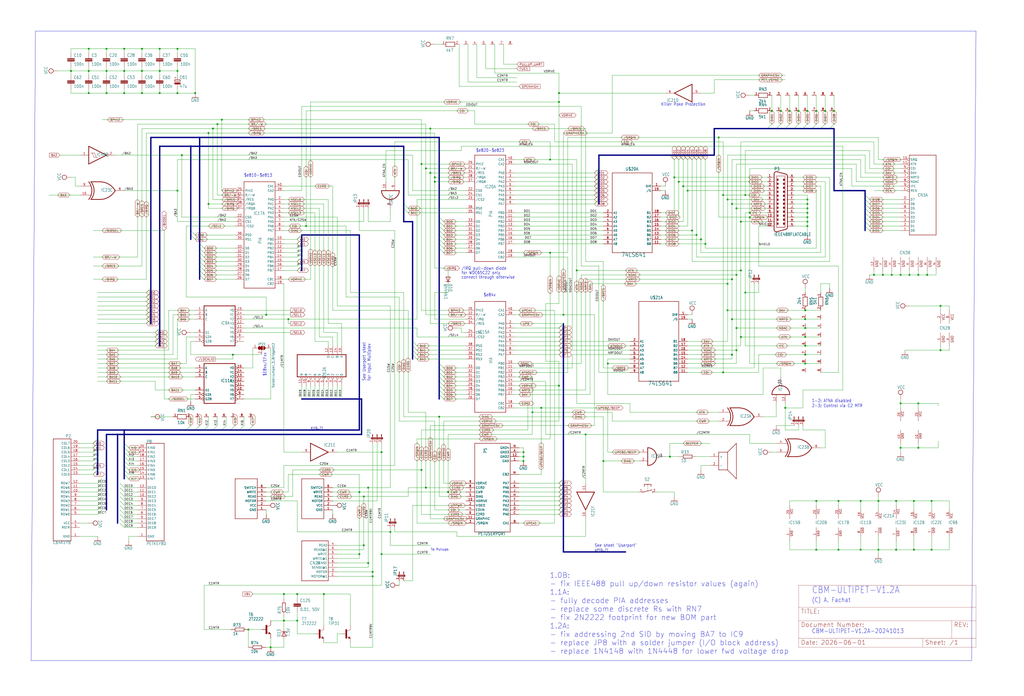
<source format=kicad_sch>
(kicad_sch (version 20250114) (generator "eeschema") (generator_version "9.0")
  (paper "User" 586.283 398.932)
  (text "for WDC65C22 only" (at 264.16 157.48 0) (effects (font (size 1.778 1.5113)) (justify left bottom)))
  (text "connect through otherwise" (at 264.16 160.02 0) (effects (font (size 1.778 1.5113)) (justify left bottom)))
  (text "See Userport sheet\nfor Input Multiplex" (at 212.344 218.44 90) (effects (font (size 1.778 1.5113)) (justify left bottom)))
  (text "$e810-$e813" (at 139.7 101.6 0) (effects (font (size 1.778 1.5113)) (justify left bottom)))
  (text "$E8xx/EFxx" (at 152.654 215.646 90) (effects (font (size 1.778 1.5113)) (justify left bottom)))
  (text "1.0B: \n- fix IEEE488 pull up/down resistor values (again)\n1.1A:\n- fully decode PIA addresses\n- replace some discrete Rs with RN7\n- fix 2N2222 footprint for new BOM part\n1.2A:\n- fix addressing 2nd SID by moving BA7 to IC9\n- replace JP8 with a solder jumper (I/O block address)\n- replace 1N4148 with 1N4448 for lower fwd voltage drop" (at 314.706 351.536 0) (effects (font (size 3 3)) (justify left)))
  (text "CBM-ULTIPET-V1.2A" (at 464.82 340.36 0) (effects (font (size 3.81 3.2385)) (justify left bottom)))
  (text "CBM-ULTIPET-V1.2A-20241013\n" (at 464.82 363.22 0) (effects (font (size 2.54 2.159)) (justify left bottom)))
  (text "(C) A. Fachat" (at 464.82 345.44 0) (effects (font (size 2.54 2.159)) (justify left bottom)))
  (text "$e84x" (at 276.86 170.18 0) (effects (font (size 1.778 1.5113)) (justify left bottom)))
  (text "1-2: ATNA disabled\n2-3: Control via C2 MTR" (at 464.82 233.68 0) (effects (font (size 1.778 1.5113)) (justify left bottom)))
  (text "/IRQ pull-down diode" (at 264.16 154.94 0) (effects (font (size 1.778 1.5113)) (justify left bottom)))
  (text "Killer Poke Protection" (at 378.46 60.96 0) (effects (font (size 1.778 1.5113)) (justify left bottom)))
  (text "See sheet \"Userport\"" (at 340.36 313.69 0) (effects (font (size 1.778 1.5113)) (justify left bottom)))
  (text "To Pullups" (at 251.714 314.96 0) (effects (font (size 1.27 1.27))))
  (text "$e820-$e823" (at 272.542 87.376 0) (effects (font (size 1.778 1.5113)) (justify left bottom)))
  (junction (at 320.04 58.42))
  (junction (at 480.06 287.02))
  (junction (at 205.74 281.94))
  (junction (at 119.38 76.2))
  (junction (at 429.26 121.92))
  (junction (at 243.84 96.52))
  (junction (at 205.74 317.5))
  (junction (at 398.78 134.62))
  (junction (at 462.28 127))
  (junction (at 241.3 93.98))
  (junction (at 210.82 279.4))
  (junction (at 154.94 370.84))
  (junction (at 91.44 53.34))
  (junction (at 401.32 137.16))
  (junction (at 142.24 360.68))
  (junction (at 248.92 101.6))
  (junction (at 152.4 180.34))
  (junction (at 109.22 83.82))
  (junction (at 165.1 182.88))
  (junction (at 461.01 208.28))
  (junction (at 462.28 129.54))
  (junction (at 91.44 40.64))
  (junction (at 208.28 284.48))
  (junction (at 71.12 27.94))
  (junction (at 424.18 193.04))
  (junction (at 513.08 314.96))
  (junction (at 462.28 121.92))
  (junction (at 246.38 73.66))
  (junction (at 162.56 340.36))
  (junction (at 492.76 287.02))
  (junction (at 426.72 111.76))
  (junction (at 218.44 317.5))
  (junction (at 502.92 314.96))
  (junction (at 299.72 259.08))
  (junction (at 414.02 111.76))
  (junction (at 480.06 314.96))
  (junction (at 467.36 63.5))
  (junction (at 533.4 314.96))
  (junction (at 525.78 256.54))
  (junction (at 40.64 40.64))
  (junction (at 461.01 177.8))
  (junction (at 314.96 144.78))
  (junction (at 314.96 91.44))
  (junction (at 461.01 182.88))
  (junction (at 71.12 40.64))
  (junction (at 461.01 203.2))
  (junction (at 121.92 73.66))
  (junction (at 472.44 63.5))
  (junction (at 60.96 53.34))
  (junction (at 525.78 231.14))
  (junction (at 461.01 193.04))
  (junction (at 396.24 132.08))
  (junction (at 243.84 279.4))
  (junction (at 213.36 327.66))
  (junction (at 91.44 27.94))
  (junction (at 419.1 116.84))
  (junction (at 320.04 53.34))
  (junction (at 213.36 330.2))
  (junction (at 510.54 157.48))
  (junction (at 309.88 233.68))
  (junction (at 208.28 312.42))
  (junction (at 388.62 104.14))
  (junction (at 462.28 114.3))
  (junction (at 462.28 116.84))
  (junction (at 462.28 63.5))
  (junction (at 383.54 261.62))
  (junction (at 441.96 63.5))
  (junction (at 523.24 314.96))
  (junction (at 133.35 203.2))
  (junction (at 515.62 256.54))
  (junction (at 416.56 114.3))
  (junction (at 71.12 53.34))
  (junction (at 447.04 63.5))
  (junction (at 111.76 53.34))
  (junction (at 421.64 119.38))
  (junction (at 299.72 261.62))
  (junction (at 101.6 27.94))
  (junction (at 60.96 40.64))
  (junction (at 523.24 287.02))
  (junction (at 81.28 27.94))
  (junction (at 461.01 198.12))
  (junction (at 502.92 287.02))
  (junction (at 462.28 119.38))
  (junction (at 251.46 238.76))
  (junction (at 419.1 203.2))
  (junction (at 467.36 287.02))
  (junction (at 345.44 264.16))
  (junction (at 50.8 27.94))
  (junction (at 185.42 340.36))
  (junction (at 500.38 157.48))
  (junction (at 104.14 88.9))
  (junction (at 461.01 187.96))
  (junction (at 515.62 157.48))
  (junction (at 322.58 180.34))
  (junction (at 457.2 63.5))
  (junction (at 393.7 109.22))
  (junction (at 218.44 259.08))
  (junction (at 429.26 124.46))
  (junction (at 414.02 213.36))
  (junction (at 416.56 177.8))
  (junction (at 467.36 314.96))
  (junction (at 416.56 162.56))
  (junction (at 170.18 340.36))
  (junction (at 530.86 157.48))
  (junction (at 421.64 157.48))
  (junction (at 246.38 99.06))
  (junction (at 81.28 53.34))
  (junction (at 525.78 157.48))
  (junction (at 505.46 157.48))
  (junction (at 513.08 287.02))
  (junction (at 386.08 101.6))
  (junction (at 320.04 220.98))
  (junction (at 241.3 269.24))
  (junction (at 538.48 175.26))
  (junction (at 67.31 248.92))
  (junction (at 127 68.58))
  (junction (at 299.72 264.16))
  (junction (at 391.16 106.68))
  (junction (at 424.18 154.94))
  (junction (at 101.6 53.34))
  (junction (at 304.8 236.22))
  (junction (at 492.76 314.96))
  (junction (at 101.6 40.64))
  (junction (at 452.12 63.5))
  (junction (at 421.64 187.96))
  (junction (at 533.4 287.02))
  (junction (at 223.52 304.8))
  (junction (at 419.1 160.02))
  (junction (at 411.48 78.74))
  (junction (at 175.26 129.54))
  (junction (at 101.6 109.22))
  (junction (at 462.28 124.46))
  (junction (at 162.56 355.6))
  (junction (at 424.18 127))
  (junction (at 248.92 104.14))
  (junction (at 256.54 281.94))
  (junction (at 170.18 355.6))
  (junction (at 81.28 40.64))
  (junction (at 124.46 71.12))
  (junction (at 477.52 63.5))
  (junction (at 419.1 182.88))
  (junction (at 515.62 231.14))
  (junction (at 50.8 40.64))
  (junction (at 119.38 116.84))
  (junction (at 347.98 208.28))
  (junction (at 449.58 233.68))
  (junction (at 335.28 248.92))
  (junction (at 520.7 157.48))
  (junction (at 426.72 167.64))
  (junction (at 330.2 154.94))
  (junction (at 60.96 27.94))
  (junction (at 538.48 200.66))
  (junction (at 421.64 200.66))
  (junction (at 403.86 139.7))
  (junction (at 50.8 53.34))
  (junction (at 210.82 322.58))
  (bus_entry (at 73.66 256.54) (size -2.54 -2.54))
  (bus_entry (at 254 210.82) (size -2.54 -2.54))
  (bus_entry (at 53.34 271.78) (size 2.54 -2.54))
  (bus_entry (at 83.82 170.18) (size 2.54 -2.54))
  (bus_entry (at 71.12 294.64) (size -2.54 -2.54))
  (bus_entry (at 238.76 205.74) (size -2.54 -2.54))
  (bus_entry (at 83.82 177.8) (size 2.54 -2.54))
  (bus_entry (at 340.36 114.3) (size 2.54 -2.54))
  (bus_entry (at 320.04 287.02) (size 2.54 -2.54))
  (bus_entry (at 53.34 259.08) (size 2.54 -2.54))
  (bus_entry (at 53.34 254) (size 2.54 -2.54))
  (bus_entry (at 320.04 190.5) (size 2.54 -2.54))
  (bus_entry (at 73.66 271.78) (size -2.54 -2.54))
  (bus_entry (at 254 132.08) (size -2.54 -2.54))
  (bus_entry (at 88.9 195.58) (size 2.54 -2.54))
  (bus_entry (at 254 144.78) (size -2.54 -2.54))
  (bus_entry (at 71.12 284.48) (size -2.54 -2.54))
  (bus_entry (at 88.9 198.12) (size 2.54 -2.54))
  (bus_entry (at 320.04 198.12) (size 2.54 -2.54))
  (bus_entry (at 497.84 121.92) (size -2.54 -2.54))
  (bus_entry (at 88.9 190.5) (size 2.54 -2.54))
  (bus_entry (at 320.04 284.48) (size 2.54 -2.54))
  (bus_entry (at 53.34 266.7) (size 2.54 -2.54))
  (bus_entry (at 238.76 200.66) (size -2.54 -2.54))
  (bus_entry (at 83.82 185.42) (size 2.54 -2.54))
  (bus_entry (at 340.36 101.6) (size 2.54 -2.54))
  (bus_entry (at 55.88 289.56) (size 2.54 -2.54))
  (bus_entry (at 467.36 71.12) (size -2.54 2.54))
  (bus_entry (at 111.76 137.16) (size -2.54 -2.54))
  (bus_entry (at 116.84 149.86) (size -2.54 -2.54))
  (bus_entry (at 73.66 264.16) (size -2.54 -2.54))
  (bus_entry (at 447.04 71.12) (size -2.54 2.54))
  (bus_entry (at 320.04 289.56) (size 2.54 -2.54))
  (bus_entry (at 53.34 264.16) (size 2.54 -2.54))
  (bus_entry (at 83.82 167.64) (size 2.54 -2.54))
  (bus_entry (at 457.2 71.12) (size -2.54 2.54))
  (bus_entry (at 497.84 119.38) (size -2.54 -2.54))
  (bus_entry (at 116.84 154.94) (size -2.54 -2.54))
  (bus_entry (at 340.36 116.84) (size 2.54 -2.54))
  (bus_entry (at 116.84 144.78) (size -2.54 -2.54))
  (bus_entry (at 71.12 289.56) (size -2.54 -2.54))
  (bus_entry (at 109.22 243.84) (size -2.54 2.54))
  (bus_entry (at 116.84 160.02) (size -2.54 -2.54))
  (bus_entry (at 497.84 129.54) (size -2.54 -2.54))
  (bus_entry (at 111.76 134.62) (size -2.54 -2.54))
  (bus_entry (at 119.38 243.84) (size -2.54 2.54))
  (bus_entry (at 88.9 193.04) (size 2.54 -2.54))
  (bus_entry (at 254 218.44) (size -2.54 -2.54))
  (bus_entry (at 320.04 292.1) (size 2.54 -2.54))
  (bus_entry (at 320.04 195.58) (size 2.54 -2.54))
  (bus_entry (at 134.62 243.84) (size -2.54 2.54))
  (bus_entry (at 388.62 91.44) (size -2.54 -2.54))
  (bus_entry (at 254 223.52) (size -2.54 -2.54))
  (bus_entry (at 83.82 172.72) (size 2.54 -2.54))
  (bus_entry (at 497.84 114.3) (size -2.54 -2.54))
  (bus_entry (at 396.24 91.44) (size -2.54 -2.54))
  (bus_entry (at 55.88 284.48) (size 2.54 -2.54))
  (bus_entry (at 340.36 109.22) (size 2.54 -2.54))
  (bus_entry (at 441.96 71.12) (size -2.54 2.54))
  (bus_entry (at 53.34 256.54) (size 2.54 -2.54))
  (bus_entry (at 320.04 294.64) (size 2.54 -2.54))
  (bus_entry (at 254 228.6) (size -2.54 -2.54))
  (bus_entry (at 116.84 152.4) (size -2.54 -2.54))
  (bus_entry (at 254 226.06) (size -2.54 -2.54))
  (bus_entry (at 71.12 302.26) (size -2.54 -2.54))
  (bus_entry (at 55.88 279.4) (size 2.54 -2.54))
  (bus_entry (at 238.76 198.12) (size -2.54 -2.54))
  (bus_entry (at 55.88 281.94) (size 2.54 -2.54))
  (bus_entry (at 231.14 119.38) (size 2.54 2.54))
  (bus_entry (at 391.16 91.44) (size -2.54 -2.54))
  (bus_entry (at 497.84 132.08) (size -2.54 -2.54))
  (bus_entry (at 170.18 144.78) (size 2.54 -2.54))
  (bus_entry (at 71.12 299.72) (size -2.54 -2.54))
  (bus_entry (at 477.52 71.12) (size -2.54 2.54))
  (bus_entry (at 71.12 292.1) (size -2.54 -2.54))
  (bus_entry (at 116.84 142.24) (size -2.54 -2.54))
  (bus_entry (at 73.66 261.62) (size -2.54 -2.54))
  (bus_entry (at 139.7 243.84) (size -2.54 2.54))
  (bus_entry (at 233.68 119.38) (size -2.54 -2.54))
  (bus_entry (at 71.12 297.18) (size -2.54 -2.54))
  (bus_entry (at 53.34 261.62) (size 2.54 -2.54))
  (bus_entry (at 472.44 71.12) (size -2.54 2.54))
  (bus_entry (at 497.84 127) (size -2.54 -2.54))
  (bus_entry (at 170.18 147.32) (size 2.54 -2.54))
  (bus_entry (at 238.76 203.2) (size -2.54 -2.54))
  (bus_entry (at 393.7 91.44) (size -2.54 -2.54))
  (bus_entry (at 403.86 91.44) (size -2.54 -2.54))
  (bus_entry (at 320.04 187.96) (size 2.54 -2.54))
  (bus_entry (at 71.12 279.4) (size -2.54 -2.54))
  (bus_entry (at 129.54 243.84) (size -2.54 2.54))
  (bus_entry (at 254 137.16) (size -2.54 -2.54))
  (bus_entry (at 254 142.24) (size -2.54 -2.54))
  (bus_entry (at 254 127) (size -2.54 -2.54))
  (bus_entry (at 320.04 200.66) (size 2.54 -2.54))
  (bus_entry (at 398.78 91.44) (size -2.54 -2.54))
  (bus_entry (at 114.3 243.84) (size -2.54 2.54))
  (bus_entry (at 320.04 279.4) (size 2.54 -2.54))
  (bus_entry (at 320.04 203.2) (size 2.54 -2.54))
  (bus_entry (at 254 129.54) (size -2.54 -2.54))
  (bus_entry (at 320.04 193.04) (size 2.54 -2.54))
  (bus_entry (at 452.12 71.12) (size -2.54 2.54))
  (bus_entry (at 170.18 137.16) (size 2.54 -2.54))
  (bus_entry (at 73.66 269.24) (size -2.54 -2.54))
  (bus_entry (at 401.32 91.44) (size -2.54 -2.54))
  (bus_entry (at 83.82 180.34) (size 2.54 -2.54))
  (bus_entry (at 320.04 281.94) (size 2.54 -2.54))
  (bus_entry (at 71.12 281.94) (size -2.54 -2.54))
  (bus_entry (at 83.82 182.88) (size 2.54 -2.54))
  (bus_entry (at 340.36 106.68) (size 2.54 -2.54))
  (bus_entry (at 53.34 269.24) (size 2.54 -2.54))
  (bus_entry (at 170.18 149.86) (size 2.54 -2.54))
  (bus_entry (at 254 213.36) (size -2.54 -2.54))
  (bus_entry (at 386.08 91.44) (size -2.54 -2.54))
  (bus_entry (at 55.88 292.1) (size 2.54 -2.54))
  (bus_entry (at 254 139.7) (size -2.54 -2.54))
  (bus_entry (at 340.36 104.14) (size 2.54 -2.54))
  (bus_entry (at 116.84 147.32) (size -2.54 -2.54))
  (bus_entry (at 116.84 157.48) (size -2.54 -2.54))
  (bus_entry (at 340.36 99.06) (size 2.54 -2.54))
  (bus_entry (at 254 215.9) (size -2.54 -2.54))
  (bus_entry (at 254 134.62) (size -2.54 -2.54))
  (bus_entry (at 144.78 243.84) (size -2.54 2.54))
  (bus_entry (at 71.12 287.02) (size -2.54 -2.54))
  (bus_entry (at 170.18 152.4) (size 2.54 -2.54))
  (bus_entry (at 340.36 111.76) (size 2.54 -2.54))
  (bus_entry (at 73.66 259.08) (size -2.54 -2.54))
  (bus_entry (at 170.18 139.7) (size 2.54 -2.54))
  (bus_entry (at 320.04 276.86) (size 2.54 -2.54))
  (bus_entry (at 73.66 274.32) (size -2.54 -2.54))
  (bus_entry (at 83.82 175.26) (size 2.54 -2.54))
  (bus_entry (at 497.84 124.46) (size -2.54 -2.54))
  (bus_entry (at 55.88 287.02) (size 2.54 -2.54))
  (bus_entry (at 124.46 243.84) (size -2.54 2.54))
  (bus_entry (at 170.18 154.94) (size 2.54 -2.54))
  (bus_entry (at 55.88 294.64) (size 2.54 -2.54))
  (bus_entry (at 55.88 276.86) (size 2.54 -2.54))
  (bus_entry (at 254 220.98) (size -2.54 -2.54))
  (bus_entry (at 462.28 71.12) (size -2.54 2.54))
  (bus_entry (at 497.84 116.84) (size -2.54 -2.54))
  (bus_entry (at 73.66 266.7) (size -2.54 -2.54))
  (bus_entry (at 170.18 142.24) (size 2.54 -2.54))
  (wire (pts (xy 193.04 190.5) (xy 185.42 190.5)) (stroke (width 0.1524)))
  (wire (pts (xy 416.56 162.56) (xy 416.56 114.3)) (stroke (width 0.1524)))
  (bus (pts (xy 71.12 259.08) (xy 71.12 261.62)) (stroke (width 0.762)))
  (wire (pts (xy 55.88 205.74) (xy 101.6 205.74)) (stroke (width 0.1524)))
  (wire (pts (xy 419.1 160.02) (xy 419.1 182.88)) (stroke (width 0.1524)))
  (wire (pts (xy 320.04 53.34) (xy 320.04 41.91)) (stroke (width 0.1524)))
  (wire (pts (xy 515.62 119.38) (xy 497.84 119.38)) (stroke (width 0.1524)))
  (bus (pts (xy 67.31 248.92) (xy 207.01 248.92)) (stroke (width 0.762)))
  (bus (pts (xy 251.46 124.46) (xy 251.46 127)) (stroke (width 0.762)))
  (wire (pts (xy 365.76 281.94) (xy 345.44 281.94)) (stroke (width 0.1524)))
  (wire (pts (xy 342.9 213.36) (xy 360.68 213.36)) (stroke (width 0.1524)))
  (wire (pts (xy 461.01 208.28) (xy 462.28 208.28)))
  (wire (pts (xy 283.21 25.4) (xy 283.21 41.91)))
  (wire (pts (xy 538.48 175.26) (xy 543.56 175.26)) (stroke (width 0.1524)))
  (wire (pts (xy 294.64 218.44) (xy 312.42 218.44)) (stroke (width 0.1524)))
  (bus (pts (xy 109.22 132.08) (xy 109.22 134.62)) (stroke (width 0.762)))
  (bus (pts (xy 342.9 101.6) (xy 342.9 99.06)) (stroke (width 0.762)))
  (wire (pts (xy 266.7 299.72) (xy 238.76 299.72)) (stroke (width 0.1524)))
  (wire (pts (xy 195.58 220.98) (xy 195.58 227.33)) (stroke (width 0.1524)))
  (wire (pts (xy 327.66 93.98) (xy 327.66 200.66)) (stroke (width 0.1524)))
  (wire (pts (xy 421.64 157.48) (xy 332.74 157.48)) (stroke (width 0.1524)))
  (wire (pts (xy 472.44 147.32) (xy 398.78 147.32)) (stroke (width 0.1524)))
  (bus (pts (xy 71.12 246.38) (xy 71.12 254)) (stroke (width 0.762)))
  (wire (pts (xy 99.06 180.34) (xy 111.76 180.34)) (stroke (width 0.1524)))
  (wire (pts (xy 223.52 127) (xy 210.82 127)) (stroke (width 0.1524)))
  (bus (pts (xy 251.46 223.52) (xy 251.46 226.06)) (stroke (width 0.762)))
  (wire (pts (xy 215.9 254) (xy 215.9 287.02)) (stroke (width 0.1524)))
  (wire (pts (xy 299.72 256.54) (xy 299.72 259.08)) (stroke (width 0.1524)))
  (bus (pts (xy 55.88 246.38) (xy 55.88 251.46)) (stroke (width 0.762)))
  (wire (pts (xy 449.58 231.14) (xy 449.58 233.68)) (stroke (width 0.1524)))
  (wire (pts (xy 96.52 200.66) (xy 96.52 177.8)) (stroke (width 0.1524)))
  (wire (pts (xy 452.12 54.61) (xy 452.12 63.5)) (stroke (width 0.1524)))
  (wire (pts (xy 81.28 30.48) (xy 81.28 27.94)) (stroke (width 0.1524)))
  (bus (pts (xy 114.3 152.4) (xy 114.3 154.94)) (stroke (width 0.762)))
  (wire (pts (xy 78.74 274.32) (xy 73.66 274.32)) (stroke (width 0.1524)))
  (bus (pts (xy 172.72 137.16) (xy 172.72 139.7)) (stroke (width 0.762)))
  (wire (pts (xy 515.62 256.54) (xy 515.62 259.08)) (stroke (width 0.1524)))
  (wire (pts (xy 167.64 269.24) (xy 241.3 269.24)) (stroke (width 0.1524)))
  (wire (pts (xy 55.88 180.34) (xy 83.82 180.34)) (stroke (width 0.1524)))
  (wire (pts (xy 461.01 177.8) (xy 416.56 177.8)) (stroke (width 0.1524)))
  (wire (pts (xy 190.5 284.48) (xy 208.28 284.48)) (stroke (width 0.1524)))
  (wire (pts (xy 500.38 81.28) (xy 424.18 81.28)) (stroke (width 0.1524)))
  (wire (pts (xy 325.12 144.78) (xy 325.12 78.74)) (stroke (width 0.1524)))
  (wire (pts (xy 294.64 195.58) (xy 320.04 195.58)) (stroke (width 0.1524)))
  (wire (pts (xy 535.94 157.48) (xy 535.94 154.94)) (stroke (width 0.1524)))
  (wire (pts (xy 40.64 43.18) (xy 40.64 40.64)) (stroke (width 0.1524)))
  (wire (pts (xy 429.26 54.61) (xy 431.8 54.61)) (stroke (width 0.1524)))
  (wire (pts (xy 78.74 279.4) (xy 71.12 279.4)) (stroke (width 0.1524)))
  (wire (pts (xy 81.28 73.66) (xy 121.92 73.66)) (stroke (width 0.1524)))
  (bus (pts (xy 401.32 88.9) (xy 408.94 88.9)) (stroke (width 0.762)))
  (wire (pts (xy 71.12 109.22) (xy 101.6 109.22)) (stroke (width 0.1524)))
  (wire (pts (xy 33.02 40.64) (xy 40.64 40.64)) (stroke (width 0.1524)))
  (wire (pts (xy 537.21 231.14) (xy 537.21 232.41)) (stroke (width 0.1524)))
  (wire (pts (xy 419.1 160.02) (xy 335.28 160.02)) (stroke (width 0.1524)))
  (wire (pts (xy 533.4 292.1) (xy 533.4 287.02)) (stroke (width 0.1524)))
  (wire (pts (xy 515.62 124.46) (xy 497.84 124.46)) (stroke (width 0.1524)))
  (bus (pts (xy 86.36 170.18) (xy 86.36 167.64)) (stroke (width 0.762)))
  (bus (pts (xy 464.82 73.66) (xy 469.9 73.66)) (stroke (width 0.762)))
  (bus (pts (xy 55.88 251.46) (xy 55.88 254)) (stroke (width 0.762)))
  (wire (pts (xy 297.18 289.56) (xy 320.04 289.56)) (stroke (width 0.1524)))
  (wire (pts (xy 55.88 175.26) (xy 83.82 175.26)) (stroke (width 0.1524)))
  (wire (pts (xy 223.52 119.38) (xy 223.52 127)) (stroke (width 0.1524)))
  (wire (pts (xy 109.22 195.58) (xy 109.22 203.2)) (stroke (width 0.1524)))
  (wire (pts (xy 248.92 167.64) (xy 248.92 182.88)) (stroke (width 0.1524)))
  (bus (pts (xy 231.14 116.84) (xy 231.14 119.38)) (stroke (width 0.762)))
  (wire (pts (xy 152.4 370.84) (xy 154.94 370.84)) (stroke (width 0.1524)))
  (wire (pts (xy 228.6 170.18) (xy 228.6 241.3)) (stroke (width 0.1524)))
  (wire (pts (xy 414.02 111.76) (xy 414.02 81.28)) (stroke (width 0.1524)))
  (wire (pts (xy 401.32 266.7) (xy 406.4 266.7)) (stroke (width 0.1524)))
  (wire (pts (xy 294.64 200.66) (xy 320.04 200.66)) (stroke (width 0.1524)))
  (wire (pts (xy 81.28 53.34) (xy 91.44 53.34)) (stroke (width 0.1524)))
  (wire (pts (xy 134.62 243.84) (xy 134.62 238.76)) (stroke (width 0.1524)))
  (wire (pts (xy 182.88 193.04) (xy 182.88 119.38)) (stroke (width 0.1524)))
  (bus (pts (xy 251.46 213.36) (xy 251.46 215.9)) (stroke (width 0.762)))
  (wire (pts (xy 55.88 210.82) (xy 111.76 210.82)) (stroke (width 0.1524)))
  (wire (pts (xy 332.74 208.28) (xy 294.64 208.28)) (stroke (width 0.1524)))
  (wire (pts (xy 170.18 350.52) (xy 170.18 355.6)) (stroke (width 0.1524)))
  (bus (pts (xy 172.72 152.4) (xy 172.72 154.94)) (stroke (width 0.762)))
  (wire (pts (xy 104.14 88.9) (xy 236.22 88.9)))
  (wire (pts (xy 474.98 162.56) (xy 469.9 162.56)) (stroke (width 0.1524)))
  (wire (pts (xy 515.62 114.3) (xy 497.84 114.3)) (stroke (width 0.1524)))
  (bus (pts (xy 251.46 139.7) (xy 251.46 142.24)) (stroke (width 0.762)))
  (wire (pts (xy 91.44 40.64) (xy 91.44 43.18)) (stroke (width 0.1524)))
  (bus (pts (xy 132.08 246.38) (xy 127 246.38)) (stroke (width 0.762)))
  (bus (pts (xy 55.88 266.7) (xy 55.88 269.24)) (stroke (width 0.762)))
  (wire (pts (xy 462.28 116.84) (xy 462.28 119.38)) (stroke (width 0.1524)))
  (wire (pts (xy 525.78 231.14) (xy 537.21 231.14)) (stroke (width 0.1524)))
  (wire (pts (xy 233.68 111.76) (xy 233.68 91.44)) (stroke (width 0.1524)))
  (wire (pts (xy 266.7 129.54) (xy 254 129.54)) (stroke (width 0.1524)))
  (wire (pts (xy 162.56 142.24) (xy 170.18 142.24)) (stroke (width 0.1524)))
  (wire (pts (xy 266.7 134.62) (xy 254 134.62)) (stroke (width 0.1524)))
  (wire (pts (xy 426.72 198.12) (xy 426.72 167.64)) (stroke (width 0.1524)))
  (wire (pts (xy 152.4 228.6) (xy 154.94 228.6)))
  (wire (pts (xy 73.66 307.34) (xy 78.74 307.34)) (stroke (width 0.1524)))
  (bus (pts (xy 322.58 289.56) (xy 322.58 292.1)) (stroke (width 0.762)))
  (wire (pts (xy 393.7 129.54) (xy 393.7 109.22)) (stroke (width 0.1524)))
  (wire (pts (xy 96.52 177.8) (xy 111.76 177.8)) (stroke (width 0.1524)))
  (wire (pts (xy 393.7 109.22) (xy 439.42 109.22)) (stroke (width 0.1524)))
  (wire (pts (xy 50.8 40.64) (xy 50.8 43.18)) (stroke (width 0.1524)))
  (wire (pts (xy 424.18 154.94) (xy 424.18 127)) (stroke (width 0.1524)))
  (wire (pts (xy 449.58 233.68) (xy 459.74 233.68)) (stroke (width 0.1524)))
  (bus (pts (xy 386.08 88.9) (xy 388.62 88.9)) (stroke (width 0.762)))
  (bus (pts (xy 91.44 195.58) (xy 91.44 193.04)) (stroke (width 0.762)))
  (wire (pts (xy 241.3 246.38) (xy 241.3 269.24)) (stroke (width 0.1524)))
  (wire (pts (xy 200.66 340.36) (xy 200.66 358.14)) (stroke (width 0.1524)))
  (wire (pts (xy 502.92 292.1) (xy 502.92 287.02)) (stroke (width 0.1524)))
  (wire (pts (xy 266.7 289.56) (xy 236.22 289.56)) (stroke (width 0.1524)))
  (wire (pts (xy 220.98 86.36) (xy 264.16 86.36)) (stroke (width 0.1524)))
  (bus (pts (xy 109.22 83.82) (xy 109.22 132.08)) (stroke (width 0.762)))
  (wire (pts (xy 78.74 294.64) (xy 71.12 294.64)) (stroke (width 0.1524)))
  (wire (pts (xy 467.36 142.24) (xy 403.86 142.24)) (stroke (width 0.1524)))
  (wire (pts (xy 45.72 261.62) (xy 53.34 261.62)) (stroke (width 0.1524)))
  (wire (pts (xy 78.74 271.78) (xy 73.66 271.78)) (stroke (width 0.1524)))
  (wire (pts (xy 317.5 71.12) (xy 317.5 81.28)) (stroke (width 0.1524)))
  (wire (pts (xy 180.34 195.58) (xy 180.34 121.92)) (stroke (width 0.1524)))
  (wire (pts (xy 55.88 193.04) (xy 88.9 193.04)) (stroke (width 0.1524)))
  (wire (pts (xy 248.92 241.3) (xy 248.92 292.1)) (stroke (width 0.1524)))
  (wire (pts (xy 187.96 114.3) (xy 187.96 185.42)))
  (wire (pts (xy 162.56 370.84) (xy 162.56 365.76)) (stroke (width 0.1524)))
  (wire (pts (xy 304.8 248.92) (xy 256.54 248.92)) (stroke (width 0.1524)))
  (bus (pts (xy 322.58 316.23) (xy 358.14 316.23)) (stroke (width 0.762)))
  (wire (pts (xy 515.62 106.68) (xy 487.68 106.68)) (stroke (width 0.1524)))
  (bus (pts (xy 114.3 78.74) (xy 251.46 78.74)) (stroke (width 0.762)))
  (wire (pts (xy 421.64 208.28) (xy 421.64 200.66)) (stroke (width 0.1524)))
  (wire (pts (xy 515.62 109.22) (xy 500.38 109.22)) (stroke (width 0.1524)))
  (wire (pts (xy 294.64 99.06) (xy 340.36 99.06)) (stroke (width 0.1524)))
  (wire (pts (xy 210.82 279.4) (xy 223.52 279.4)) (stroke (width 0.1524)))
  (wire (pts (xy 304.8 236.22) (xy 304.8 248.92)) (stroke (width 0.1524)))
  (wire (pts (xy 213.36 327.66) (xy 213.36 254)) (stroke (width 0.1524)))
  (wire (pts (xy 416.56 177.8) (xy 416.56 162.56)) (stroke (width 0.1524)))
  (wire (pts (xy 116.84 360.68) (xy 132.08 360.68)) (stroke (width 0.1524)))
  (wire (pts (xy 193.04 322.58) (xy 210.82 322.58)) (stroke (width 0.1524)))
  (wire (pts (xy 264.16 190.5) (xy 266.7 190.5)) (stroke (width 0.1524)))
  (wire (pts (xy 401.32 144.78) (xy 401.32 137.16)) (stroke (width 0.1524)))
  (wire (pts (xy 467.36 314.96) (xy 467.36 309.88)) (stroke (width 0.1524)))
  (wire (pts (xy 462.28 127) (xy 462.28 129.54)) (stroke (width 0.1524)))
  (wire (pts (xy 294.64 231.14) (xy 302.26 231.14)) (stroke (width 0.1524)))
  (wire (pts (xy 297.18 281.94) (xy 320.04 281.94)) (stroke (width 0.1524)))
  (wire (pts (xy 302.26 246.38) (xy 241.3 246.38)) (stroke (width 0.1524)))
  (wire (pts (xy 317.5 299.72) (xy 317.5 177.8)) (stroke (width 0.1524)))
  (wire (pts (xy 78.74 284.48) (xy 71.12 284.48)) (stroke (width 0.1524)))
  (wire (pts (xy 523.24 287.02) (xy 533.4 287.02)) (stroke (width 0.1524)))
  (wire (pts (xy 200.66 370.84) (xy 213.36 370.84)) (stroke (width 0.1524)))
  (wire (pts (xy 472.44 256.54) (xy 469.9 256.54)) (stroke (width 0.1524)))
  (wire (pts (xy 213.36 327.66) (xy 213.36 330.2)) (stroke (width 0.1524)))
  (wire (pts (xy 162.56 279.4) (xy 152.4 279.4)) (stroke (width 0.1524)))
  (wire (pts (xy 513.08 287.02) (xy 523.24 287.02)) (stroke (width 0.1524)))
  (wire (pts (xy 233.68 119.38) (xy 236.22 119.38)))
  (wire (pts (xy 419.1 182.88) (xy 419.1 203.2)) (stroke (width 0.1524)))
  (wire (pts (xy 314.96 91.44) (xy 330.2 91.44)) (stroke (width 0.1524)))
  (wire (pts (xy 50.8 50.8) (xy 50.8 53.34)) (stroke (width 0.1524)))
  (bus (pts (xy 231.14 127) (xy 236.22 127)) (stroke (width 0.762)))
  (wire (pts (xy 525.78 233.68) (xy 525.78 231.14)) (stroke (width 0.1524)))
  (wire (pts (xy 332.74 152.4) (xy 342.9 152.4)) (stroke (width 0.1524)))
  (wire (pts (xy 320.04 53.34) (xy 381 53.34)) (stroke (width 0.1524)))
  (wire (pts (xy 93.98 228.6) (xy 111.76 228.6)) (stroke (width 0.1524)))
  (wire (pts (xy 223.52 304.8) (xy 223.52 302.26)) (stroke (width 0.1524)))
  (wire (pts (xy 378.46 127) (xy 391.16 127)) (stroke (width 0.1524)))
  (wire (pts (xy 424.18 193.04) (xy 424.18 198.12)) (stroke (width 0.1524)))
  (wire (pts (xy 322.58 180.34) (xy 340.36 180.34)) (stroke (width 0.1524)))
  (wire (pts (xy 513.08 309.88) (xy 513.08 314.96)) (stroke (width 0.1524)))
  (wire (pts (xy 53.34 132.08) (xy 93.98 132.08)) (stroke (width 0.1524)))
  (wire (pts (xy 388.62 104.14) (xy 388.62 91.44)) (stroke (width 0.1524)))
  (wire (pts (xy 111.76 195.58) (xy 109.22 195.58)) (stroke (width 0.1524)))
  (bus (pts (xy 55.88 259.08) (xy 55.88 261.62)) (stroke (width 0.762)))
  (bus (pts (xy 205.74 134.62) (xy 172.72 134.62)) (stroke (width 0.762)))
  (wire (pts (xy 78.74 269.24) (xy 73.66 269.24)) (stroke (width 0.1524)))
  (wire (pts (xy 497.84 86.36) (xy 426.72 86.36)) (stroke (width 0.1524)))
  (wire (pts (xy 505.46 157.48) (xy 510.54 157.48)) (stroke (width 0.1524)))
  (wire (pts (xy 419.1 160.02) (xy 419.1 116.84)) (stroke (width 0.1524)))
  (wire (pts (xy 190.5 281.94) (xy 205.74 281.94)) (stroke (width 0.1524)))
  (wire (pts (xy 424.18 81.28) (xy 424.18 127)) (stroke (width 0.1524)))
  (bus (pts (xy 251.46 220.98) (xy 251.46 223.52)) (stroke (width 0.762)))
  (wire (pts (xy 248.92 153.67) (xy 256.54 153.67)) (stroke (width 0.1524)))
  (wire (pts (xy 294.64 121.92) (xy 345.44 121.92)) (stroke (width 0.1524)))
  (wire (pts (xy 162.56 109.22) (xy 172.72 109.22)) (stroke (width 0.1524)))
  (wire (pts (xy 461.01 165.1) (xy 461.01 167.64)) (stroke (width 0.1524)))
  (wire (pts (xy 267.97 46.99) (xy 267.97 25.4)))
  (wire (pts (xy 396.24 149.86) (xy 396.24 132.08)) (stroke (width 0.1524)))
  (wire (pts (xy 205.74 281.94) (xy 256.54 281.94)) (stroke (width 0.1524)))
  (wire (pts (xy 50.8 299.72) (xy 45.72 299.72)) (stroke (width 0.1524)))
  (wire (pts (xy 134.62 147.32) (xy 116.84 147.32)) (stroke (width 0.1524)))
  (wire (pts (xy 241.3 294.64) (xy 266.7 294.64)) (stroke (width 0.1524)))
  (wire (pts (xy 474.98 165.1) (xy 474.98 162.56)) (stroke (width 0.1524)))
  (wire (pts (xy 248.92 182.88) (xy 266.7 182.88)) (stroke (width 0.1524)))
  (wire (pts (xy 218.44 259.08) (xy 218.44 254)) (stroke (width 0.1524)))
  (bus (pts (xy 342.9 114.3) (xy 342.9 111.76)) (stroke (width 0.762)))
  (bus (pts (xy 114.3 154.94) (xy 114.3 157.48)) (stroke (width 0.762)))
  (wire (pts (xy 411.48 124.46) (xy 429.26 124.46)) (stroke (width 0.1524)))
  (bus (pts (xy 91.44 83.82) (xy 109.22 83.82)) (stroke (width 0.762)))
  (wire (pts (xy 396.24 132.08) (xy 396.24 91.44)) (stroke (width 0.1524)))
  (wire (pts (xy 383.54 261.62) (xy 388.62 261.62)) (stroke (width 0.1524)))
  (wire (pts (xy 233.68 91.44) (xy 101.6 91.44)) (stroke (width 0.1524)))
  (bus (pts (xy 322.58 274.32) (xy 322.58 276.86)) (stroke (width 0.762)))
  (wire (pts (xy 429.26 124.46) (xy 439.42 124.46)) (stroke (width 0.1524)))
  (wire (pts (xy 226.06 304.8) (xy 261.62 304.8)) (stroke (width 0.1524)))
  (wire (pts (xy 190.5 220.98) (xy 190.5 227.33)) (stroke (width 0.1524)))
  (bus (pts (xy 86.36 165.1) (xy 86.36 78.74)) (stroke (width 0.762)))
  (wire (pts (xy 444.5 238.76) (xy 444.5 231.14)) (stroke (width 0.1524)))
  (wire (pts (xy 119.38 119.38) (xy 119.38 116.84)) (stroke (width 0.1524)))
  (wire (pts (xy 426.72 111.76) (xy 414.02 111.76)) (stroke (width 0.1524)))
  (wire (pts (xy 134.62 160.02) (xy 116.84 160.02)) (stroke (width 0.1524)))
  (wire (pts (xy 139.7 187.96) (xy 238.76 187.96)) (stroke (width 0.1524)))
  (wire (pts (xy 205.74 281.94) (xy 205.74 271.78)) (stroke (width 0.1524)))
  (wire (pts (xy 419.1 116.84) (xy 439.42 116.84)) (stroke (width 0.1524)))
  (bus (pts (xy 322.58 287.02) (xy 322.58 289.56)) (stroke (width 0.762)))
  (wire (pts (xy 434.34 203.2) (xy 434.34 213.36)) (stroke (width 0.1524)))
  (wire (pts (xy 78.74 264.16) (xy 73.66 264.16)) (stroke (width 0.1524)))
  (bus (pts (xy 121.92 246.38) (xy 116.84 246.38)) (stroke (width 0.762)))
  (wire (pts (xy 134.62 142.24) (xy 116.84 142.24)) (stroke (width 0.1524)))
  (wire (pts (xy 461.01 187.96) (xy 469.9 187.96)) (stroke (width 0.1524)))
  (bus (pts (xy 342.9 88.9) (xy 383.54 88.9)) (stroke (width 0.762)))
  (wire (pts (xy 88.9 223.52) (xy 111.76 223.52)) (stroke (width 0.1524)))
  (wire (pts (xy 233.68 119.38) (xy 266.7 119.38)) (stroke (width 0.1524)))
  (wire (pts (xy 525.78 231.14) (xy 515.62 231.14)) (stroke (width 0.1524)))
  (wire (pts (xy 454.66 111.76) (xy 462.28 111.76)) (stroke (width 0.1524)))
  (wire (pts (xy 472.44 104.14) (xy 454.66 104.14)) (stroke (width 0.1524)))
  (wire (pts (xy 228.6 335.28) (xy 228.6 332.74)) (stroke (width 0.1524)))
  (wire (pts (xy 109.22 226.06) (xy 109.22 229.87)))
  (bus (pts (xy 137.16 246.38) (xy 132.08 246.38)) (stroke (width 0.762)))
  (wire (pts (xy 45.72 266.7) (xy 53.34 266.7)) (stroke (width 0.1524)))
  (wire (pts (xy 266.7 132.08) (xy 254 132.08)) (stroke (width 0.1524)))
  (wire (pts (xy 50.8 27.94) (xy 40.64 27.94)) (stroke (width 0.1524)))
  (wire (pts (xy 101.6 91.44) (xy 101.6 109.22)) (stroke (width 0.1524)))
  (wire (pts (xy 55.88 213.36) (xy 111.76 213.36)) (stroke (width 0.1524)))
  (wire (pts (xy 398.78 134.62) (xy 398.78 91.44)) (stroke (width 0.1524)))
  (wire (pts (xy 347.98 205.74) (xy 347.98 208.28)) (stroke (width 0.1524)))
  (wire (pts (xy 375.92 281.94) (xy 386.08 281.94)))
  (wire (pts (xy 454.66 127) (xy 462.28 127)) (stroke (width 0.1524)))
  (wire (pts (xy 416.56 88.9) (xy 416.56 114.3)) (stroke (width 0.1524)))
  (wire (pts (xy 83.82 160.02) (xy 83.82 76.2)) (stroke (width 0.1524)))
  (bus (pts (xy 322.58 281.94) (xy 322.58 284.48)) (stroke (width 0.762)))
  (wire (pts (xy 78.74 281.94) (xy 71.12 281.94)) (stroke (width 0.1524)))
  (wire (pts (xy 267.97 46.99) (xy 295.91 46.99)))
  (bus (pts (xy 251.46 78.74) (xy 251.46 124.46)) (stroke (width 0.762)))
  (wire (pts (xy 60.96 30.48) (xy 60.96 27.94)) (stroke (width 0.1524)))
  (wire (pts (xy 162.56 132.08) (xy 200.66 132.08)) (stroke (width 0.1524)))
  (wire (pts (xy 233.68 279.4) (xy 243.84 279.4)) (stroke (width 0.1524)))
  (wire (pts (xy 474.98 149.86) (xy 474.98 101.6)) (stroke (width 0.1524)))
  (bus (pts (xy 67.31 248.92) (xy 67.31 299.72)) (stroke (width 0.762)))
  (wire (pts (xy 320.04 220.98) (xy 320.04 207.01)) (stroke (width 0.1524)))
  (wire (pts (xy 55.88 172.72) (xy 83.82 172.72)) (stroke (width 0.1524)))
  (wire (pts (xy 525.78 256.54) (xy 537.21 256.54)) (stroke (width 0.1524)))
  (wire (pts (xy 533.4 287.02) (xy 543.56 287.02)) (stroke (width 0.1524)))
  (wire (pts (xy 383.54 254) (xy 406.4 254)) (stroke (width 0.1524)))
  (wire (pts (xy 248.92 76.2) (xy 248.92 101.6)) (stroke (width 0.1524)))
  (bus (pts (xy 114.3 139.7) (xy 114.3 142.24)) (stroke (width 0.762)))
  (wire (pts (xy 162.56 149.86) (xy 170.18 149.86)) (stroke (width 0.1524)))
  (wire (pts (xy 195.58 363.22) (xy 193.04 363.22)) (stroke (width 0.1524)))
  (wire (pts (xy 388.62 124.46) (xy 388.62 104.14)) (stroke (width 0.1524)))
  (bus (pts (xy 469.9 73.66) (xy 474.98 73.66)) (stroke (width 0.762)))
  (wire (pts (xy 60.96 53.34) (xy 71.12 53.34)) (stroke (width 0.1524)))
  (wire (pts (xy 487.68 106.68) (xy 487.68 96.52)) (stroke (width 0.1524)))
  (wire (pts (xy 393.7 200.66) (xy 421.64 200.66)) (stroke (width 0.1524)))
  (wire (pts (xy 462.28 119.38) (xy 462.28 121.92)) (stroke (width 0.1524)))
  (wire (pts (xy 190.5 292.1) (xy 190.5 294.64)) (stroke (width 0.1524)))
  (wire (pts (xy 165.1 271.78) (xy 165.1 281.94)) (stroke (width 0.1524)))
  (wire (pts (xy 71.12 40.64) (xy 81.28 40.64)) (stroke (width 0.1524)))
  (bus (pts (xy 55.88 264.16) (xy 55.88 266.7)) (stroke (width 0.762)))
  (bus (pts (xy 251.46 210.82) (xy 251.46 213.36)) (stroke (width 0.762)))
  (wire (pts (xy 454.66 114.3) (xy 462.28 114.3)) (stroke (width 0.1524)))
  (wire (pts (xy 226.06 132.08) (xy 226.06 266.7)) (stroke (width 0.1524)))
  (wire (pts (xy 228.6 241.3) (xy 248.92 241.3)) (stroke (width 0.1524)))
  (wire (pts (xy 461.01 187.96) (xy 421.64 187.96)) (stroke (width 0.1524)))
  (wire (pts (xy 60.96 38.1) (xy 60.96 40.64)) (stroke (width 0.1524)))
  (wire (pts (xy 294.64 127) (xy 345.44 127)) (stroke (width 0.1524)))
  (bus (pts (xy 172.72 147.32) (xy 172.72 149.86)) (stroke (width 0.762)))
  (bus (pts (xy 322.58 193.04) (xy 322.58 195.58)) (stroke (width 0.762)))
  (bus (pts (xy 439.42 73.66) (xy 444.5 73.66)) (stroke (width 0.762)))
  (wire (pts (xy 436.88 210.82) (xy 447.04 210.82)) (stroke (width 0.1524)))
  (wire (pts (xy 152.4 284.48) (xy 167.64 284.48)) (stroke (width 0.1524)))
  (wire (pts (xy 116.84 360.68) (xy 116.84 335.28)) (stroke (width 0.1524)))
  (wire (pts (xy 78.74 287.02) (xy 71.12 287.02)) (stroke (width 0.1524)))
  (bus (pts (xy 322.58 190.5) (xy 322.58 193.04)) (stroke (width 0.762)))
  (wire (pts (xy 116.84 335.28) (xy 218.44 335.28)) (stroke (width 0.1524)))
  (wire (pts (xy 294.64 116.84) (xy 340.36 116.84)) (stroke (width 0.1524)))
  (wire (pts (xy 345.44 238.76) (xy 345.44 264.16)) (stroke (width 0.1524)))
  (wire (pts (xy 266.7 144.78) (xy 254 144.78)) (stroke (width 0.1524)))
  (wire (pts (xy 55.88 307.34) (xy 45.72 307.34)) (stroke (width 0.1524)))
  (bus (pts (xy 86.36 175.26) (xy 86.36 172.72)) (stroke (width 0.762)))
  (wire (pts (xy 322.58 76.2) (xy 350.52 76.2)) (stroke (width 0.1524)))
  (bus (pts (xy 495.3 121.92) (xy 495.3 124.46)) (stroke (width 0.762)))
  (wire (pts (xy 419.1 205.74) (xy 419.1 203.2)) (stroke (width 0.1524)))
  (bus (pts (xy 322.58 195.58) (xy 322.58 198.12)) (stroke (width 0.762)))
  (wire (pts (xy 139.7 210.82) (xy 144.78 210.82)) (stroke (width 0.1524)))
  (wire (pts (xy 381 261.62) (xy 383.54 261.62)) (stroke (width 0.1524)))
  (wire (pts (xy 537.21 256.54) (xy 537.21 252.73)) (stroke (width 0.1524)))
  (wire (pts (xy 246.38 185.42) (xy 266.7 185.42)) (stroke (width 0.1524)))
  (wire (pts (xy 515.62 121.92) (xy 497.84 121.92)) (stroke (width 0.1524)))
  (wire (pts (xy 208.28 312.42) (xy 208.28 284.48)) (stroke (width 0.1524)))
  (wire (pts (xy 416.56 114.3) (xy 439.42 114.3)) (stroke (width 0.1524)))
  (wire (pts (xy 297.18 279.4) (xy 320.04 279.4)) (stroke (width 0.1524)))
  (wire (pts (xy 55.88 167.64) (xy 83.82 167.64)) (stroke (width 0.1524)))
  (wire (pts (xy 378.46 132.08) (xy 396.24 132.08)) (stroke (width 0.1524)))
  (wire (pts (xy 101.6 182.88) (xy 111.76 182.88)) (stroke (width 0.1524)))
  (wire (pts (xy 414.02 111.76) (xy 414.02 213.36)) (stroke (width 0.1524)))
  (wire (pts (xy 320.04 207.01) (xy 312.42 207.01)) (stroke (width 0.1524)))
  (wire (pts (xy 327.66 210.82) (xy 294.64 210.82)) (stroke (width 0.1524)))
  (bus (pts (xy 251.46 218.44) (xy 251.46 220.98)) (stroke (width 0.762)))
  (wire (pts (xy 243.84 96.52) (xy 266.7 96.52)) (stroke (width 0.1524)))
  (wire (pts (xy 378.46 129.54) (xy 393.7 129.54)) (stroke (width 0.1524)))
  (bus (pts (xy 251.46 226.06) (xy 251.46 228.6)) (stroke (width 0.762)))
  (wire (pts (xy 294.64 124.46) (xy 345.44 124.46)) (stroke (width 0.1524)))
  (wire (pts (xy 520.7 157.48) (xy 525.78 157.48)) (stroke (width 0.1524)))
  (wire (pts (xy 266.7 218.44) (xy 254 218.44)) (stroke (width 0.1524)))
  (wire (pts (xy 193.04 312.42) (xy 208.28 312.42)) (stroke (width 0.1524)))
  (wire (pts (xy 53.34 160.02) (xy 83.82 160.02)) (stroke (width 0.1524)))
  (wire (pts (xy 45.72 281.94) (xy 55.88 281.94)) (stroke (width 0.1524)))
  (polyline (pts (xy 20.32 17.78) (xy 558.8 17.78)) (stroke (width 0.1524) (type solid)))
  (wire (pts (xy 492.76 307.34) (xy 492.76 314.96)) (stroke (width 0.1524)))
  (wire (pts (xy 266.7 226.06) (xy 254 226.06)) (stroke (width 0.1524)))
  (wire (pts (xy 502.92 287.02) (xy 513.08 287.02)) (stroke (width 0.1524)))
  (bus (pts (xy 474.98 73.66) (xy 477.52 73.66)) (stroke (width 0.762)))
  (bus (pts (xy 396.24 88.9) (xy 398.78 88.9)) (stroke (width 0.762)))
  (wire (pts (xy 386.08 121.92) (xy 386.08 101.6)) (stroke (width 0.1524)))
  (bus (pts (xy 342.9 116.84) (xy 342.9 114.3)) (stroke (width 0.762)))
  (wire (pts (xy 198.12 129.54) (xy 198.12 170.18)) (stroke (width 0.1524)))
  (wire (pts (xy 73.66 309.88) (xy 73.66 307.34)) (stroke (width 0.1524)))
  (wire (pts (xy 492.76 91.44) (xy 419.1 91.44)) (stroke (width 0.1524)))
  (wire (pts (xy 294.64 187.96) (xy 320.04 187.96)) (stroke (width 0.1524)))
  (wire (pts (xy 461.01 198.12) (xy 469.9 198.12)) (stroke (width 0.1524)))
  (wire (pts (xy 462.28 111.76) (xy 462.28 114.3)) (stroke (width 0.1524)))
  (wire (pts (xy 254 276.86) (xy 266.7 276.86)) (stroke (width 0.1524)))
  (wire (pts (xy 538.48 177.8) (xy 538.48 175.26)) (stroke (width 0.1524)))
  (wire (pts (xy 243.84 96.52) (xy 243.84 180.34)) (stroke (width 0.1524)))
  (wire (pts (xy 109.22 243.84) (xy 109.22 238.76)) (stroke (width 0.1524)))
  (wire (pts (xy 393.7 203.2) (xy 419.1 203.2)) (stroke (width 0.1524)))
  (wire (pts (xy 502.92 307.34) (xy 502.92 314.96)) (stroke (width 0.1524)))
  (bus (pts (xy 342.9 104.14) (xy 342.9 101.6)) (stroke (width 0.762)))
  (wire (pts (xy 434.34 129.54) (xy 434.34 152.4)) (stroke (width 0.1524)))
  (wire (pts (xy 429.26 248.92) (xy 429.26 254)) (stroke (width 0.1524)))
  (wire (pts (xy 45.72 111.76) (xy 27.94 111.76)) (stroke (width 0.1524)))
  (wire (pts (xy 193.04 259.08) (xy 218.44 259.08)) (stroke (width 0.1524)))
  (wire (pts (xy 294.64 223.52) (xy 335.28 223.52)) (stroke (width 0.1524)))
  (wire (pts (xy 134.62 119.38) (xy 119.38 119.38)) (stroke (width 0.1524)))
  (wire (pts (xy 45.72 269.24) (xy 53.34 269.24)) (stroke (width 0.1524)))
  (wire (pts (xy 462.28 129.54) (xy 462.28 134.62)) (stroke (width 0.1524)))
  (wire (pts (xy 101.6 127) (xy 134.62 127)) (stroke (width 0.1524)))
  (wire (pts (xy 497.84 96.52) (xy 497.84 86.36)) (stroke (width 0.1524)))
  (wire (pts (xy 193.04 198.12) (xy 193.04 190.5)) (stroke (width 0.1524)))
  (wire (pts (xy 347.98 233.68) (xy 347.98 259.08)) (stroke (width 0.1524)))
  (wire (pts (xy 457.2 71.12) (xy 457.2 63.5)) (stroke (width 0.1524)))
  (wire (pts (xy 360.68 198.12) (xy 325.12 198.12)) (stroke (width 0.1524)))
  (wire (pts (xy 429.26 121.92) (xy 439.42 121.92)) (stroke (width 0.1524)))
  (wire (pts (xy 502.92 284.48) (xy 502.92 287.02)) (stroke (width 0.1524)))
  (bus (pts (xy 251.46 134.62) (xy 251.46 137.16)) (stroke (width 0.762)))
  (wire (pts (xy 294.64 114.3) (xy 340.36 114.3)) (stroke (width 0.1524)))
  (wire (pts (xy 254 241.3) (xy 254 276.86)) (stroke (width 0.1524)))
  (bus (pts (xy 60.96 248.92) (xy 67.31 248.92)) (stroke (width 0.762)))
  (wire (pts (xy 162.56 144.78) (xy 170.18 144.78)) (stroke (width 0.1524)))
  (wire (pts (xy 429.26 96.52) (xy 429.26 121.92)) (stroke (width 0.1524)))
  (wire (pts (xy 436.88 226.06) (xy 436.88 210.82)) (stroke (width 0.1524)))
  (wire (pts (xy 340.36 243.84) (xy 246.38 243.84)) (stroke (width 0.1524)))
  (wire (pts (xy 378.46 106.68) (xy 381 106.68)) (stroke (width 0.1524)))
  (wire (pts (xy 273.05 44.45) (xy 273.05 25.4)))
  (bus (pts (xy 342.9 99.06) (xy 342.9 96.52)) (stroke (width 0.762)))
  (wire (pts (xy 99.06 203.2) (xy 99.06 180.34)) (stroke (width 0.1524)))
  (wire (pts (xy 266.7 139.7) (xy 254 139.7)) (stroke (width 0.1524)))
  (wire (pts (xy 246.38 297.18) (xy 266.7 297.18)) (stroke (width 0.1524)))
  (wire (pts (xy 347.98 259.08) (xy 365.76 259.08)) (stroke (width 0.1524)))
  (wire (pts (xy 205.74 132.08) (xy 226.06 132.08)) (stroke (width 0.1524)))
  (wire (pts (xy 312.42 248.92) (xy 335.28 248.92)) (stroke (width 0.1524)))
  (wire (pts (xy 226.06 266.7) (xy 162.56 266.7)) (stroke (width 0.1524)))
  (wire (pts (xy 243.84 279.4) (xy 266.7 279.4)) (stroke (width 0.1524)))
  (wire (pts (xy 119.38 243.84) (xy 119.38 238.76)) (stroke (width 0.1524)))
  (wire (pts (xy 45.72 284.48) (xy 55.88 284.48)) (stroke (width 0.1524)))
  (wire (pts (xy 304.8 215.9) (xy 304.8 236.22)) (stroke (width 0.1524)))
  (bus (pts (xy 495.3 114.3) (xy 495.3 116.84)) (stroke (width 0.762)))
  (bus (pts (xy 109.22 134.62) (xy 109.22 137.16)) (stroke (width 0.762)))
  (wire (pts (xy 127 109.22) (xy 127 68.58)) (stroke (width 0.1524)))
  (bus (pts (xy 71.12 246.38) (xy 55.88 246.38)) (stroke (width 0.762)))
  (wire (pts (xy 256.54 167.64) (xy 248.92 167.64)) (stroke (width 0.1524)))
  (wire (pts (xy 444.5 243.84) (xy 454.66 243.84)) (stroke (width 0.1524)))
  (wire (pts (xy 223.52 312.42) (xy 223.52 304.8)) (stroke (width 0.1524)))
  (bus (pts (xy 86.36 167.64) (xy 86.36 165.1)) (stroke (width 0.762)))
  (wire (pts (xy 139.7 182.88) (xy 165.1 182.88)) (stroke (width 0.1524)))
  (wire (pts (xy 424.18 127) (xy 439.42 127)) (stroke (width 0.1524)))
  (wire (pts (xy 246.38 243.84) (xy 246.38 297.18)) (stroke (width 0.1524)))
  (bus (pts (xy 454.66 73.66) (xy 459.74 73.66)) (stroke (width 0.762)))
  (wire (pts (xy 208.28 314.96) (xy 208.28 312.42)) (stroke (width 0.1524)))
  (wire (pts (xy 360.68 195.58) (xy 325.12 195.58)) (stroke (width 0.1524)))
  (wire (pts (xy 360.68 231.14) (xy 330.2 231.14)) (stroke (width 0.1524)))
  (wire (pts (xy 480.06 309.88) (xy 480.06 314.96)) (stroke (width 0.1524)))
  (wire (pts (xy 139.7 177.8) (xy 166.37 177.8)))
  (wire (pts (xy 469.9 144.78) (xy 401.32 144.78)) (stroke (width 0.1524)))
  (wire (pts (xy 297.18 287.02) (xy 320.04 287.02)) (stroke (width 0.1524)))
  (wire (pts (xy 515.62 256.54) (xy 525.78 256.54)) (stroke (width 0.1524)))
  (wire (pts (xy 273.05 44.45) (xy 295.91 44.45)))
  (wire (pts (xy 297.18 284.48) (xy 320.04 284.48)) (stroke (width 0.1524)))
  (bus (pts (xy 71.12 261.62) (xy 71.12 264.16)) (stroke (width 0.762)))
  (wire (pts (xy 91.44 50.8) (xy 91.44 53.34)) (stroke (width 0.1524)))
  (wire (pts (xy 502.92 317.5) (xy 502.92 314.96)) (stroke (width 0.1524)))
  (wire (pts (xy 294.64 147.32) (xy 325.12 147.32)) (stroke (width 0.1524)))
  (wire (pts (xy 299.72 261.62) (xy 299.72 264.16)) (stroke (width 0.1524)))
  (wire (pts (xy 78.74 299.72) (xy 71.12 299.72)) (stroke (width 0.1524)))
  (wire (pts (xy 459.74 233.68) (xy 459.74 223.52)) (stroke (width 0.1524)))
  (wire (pts (xy 378.46 124.46) (xy 388.62 124.46)) (stroke (width 0.1524)))
  (wire (pts (xy 45.72 256.54) (xy 53.34 256.54)) (stroke (width 0.1524)))
  (wire (pts (xy 193.04 363.22) (xy 193.04 368.3)) (stroke (width 0.1524)))
  (wire (pts (xy 187.96 220.98) (xy 187.96 227.33)) (stroke (width 0.1524)))
  (wire (pts (xy 312.42 173.99) (xy 320.04 173.99)) (stroke (width 0.1524)))
  (wire (pts (xy 457.2 246.38) (xy 457.2 243.84)) (stroke (width 0.1524)))
  (wire (pts (xy 109.22 203.2) (xy 133.35 203.2)) (stroke (width 0.1524)))
  (wire (pts (xy 294.64 109.22) (xy 340.36 109.22)) (stroke (width 0.1524)))
  (wire (pts (xy 515.62 154.94) (xy 515.62 157.48)) (stroke (width 0.1524)))
  (bus (pts (xy 71.12 269.24) (xy 71.12 271.78)) (stroke (width 0.762)))
  (wire (pts (xy 78.74 71.12) (xy 124.46 71.12)) (stroke (width 0.1524)))
  (wire (pts (xy 419.1 182.88) (xy 461.01 182.88)))
  (wire (pts (xy 335.28 248.92) (xy 429.26 248.92)) (stroke (width 0.1524)))
  (wire (pts (xy 106.68 170.18) (xy 106.68 129.54)) (stroke (width 0.1524)))
  (wire (pts (xy 490.22 104.14) (xy 490.22 93.98)) (stroke (width 0.1524)))
  (wire (pts (xy 294.64 233.68) (xy 309.88 233.68)) (stroke (width 0.1524)))
  (wire (pts (xy 101.6 38.1) (xy 101.6 40.64)) (stroke (width 0.1524)))
  (bus (pts (xy 55.88 256.54) (xy 55.88 259.08)) (stroke (width 0.762)))
  (wire (pts (xy 182.88 220.98) (xy 182.88 227.33)) (stroke (width 0.1524)))
  (wire (pts (xy 294.64 213.36) (xy 325.12 213.36)) (stroke (width 0.1524)))
  (wire (pts (xy 241.3 177.8) (xy 266.7 177.8)) (stroke (width 0.1524)))
  (bus (pts (xy 398.78 88.9) (xy 401.32 88.9)) (stroke (width 0.762)))
  (wire (pts (xy 335.28 307.34) (xy 335.28 297.18)) (stroke (width 0.1524)))
  (bus (pts (xy 172.72 228.6) (xy 207.01 228.6)) (stroke (width 0.762)))
  (bus (pts (xy 55.88 254) (xy 55.88 256.54)) (stroke (width 0.762)))
  (wire (pts (xy 266.7 210.82) (xy 254 210.82)) (stroke (width 0.1524)))
  (wire (pts (xy 335.28 276.86) (xy 335.28 248.92)) (stroke (width 0.1524)))
  (wire (pts (xy 271.78 63.5) (xy 271.78 71.12)) (stroke (width 0.1524)))
  (bus (pts (xy 71.12 254) (xy 71.12 256.54)) (stroke (width 0.762)))
  (wire (pts (xy 88.9 218.44) (xy 88.9 223.52)) (stroke (width 0.1524)))
  (wire (pts (xy 91.44 40.64) (xy 101.6 40.64)) (stroke (width 0.1524)))
  (wire (pts (xy 461.01 193.04) (xy 469.9 193.04)))
  (wire (pts (xy 401.32 137.16) (xy 401.32 91.44)) (stroke (width 0.1524)))
  (wire (pts (xy 350.52 236.22) (xy 304.8 236.22)) (stroke (width 0.1524)))
  (wire (pts (xy 426.72 167.64) (xy 426.72 121.92)) (stroke (width 0.1524)))
  (wire (pts (xy 393.7 109.22) (xy 393.7 91.44)) (stroke (width 0.1524)))
  (wire (pts (xy 200.66 167.64) (xy 231.14 167.64)) (stroke (width 0.1524)))
  (bus (pts (xy 236.22 203.2) (xy 236.22 205.74)) (stroke (width 0.762)))
  (wire (pts (xy 134.62 111.76) (xy 124.46 111.76)) (stroke (width 0.1524)))
  (wire (pts (xy 198.12 170.18) (xy 228.6 170.18)) (stroke (width 0.1524)))
  (wire (pts (xy 322.58 180.34) (xy 322.58 76.2)) (stroke (width 0.1524)))
  (wire (pts (xy 266.7 137.16) (xy 254 137.16)) (stroke (width 0.1524)))
  (wire (pts (xy 419.1 91.44) (xy 419.1 116.84)) (stroke (width 0.1524)))
  (wire (pts (xy 454.66 129.54) (xy 462.28 129.54)) (stroke (width 0.1524)))
  (bus (pts (xy 205.74 246.38) (xy 205.74 134.62)) (stroke (width 0.762)))
  (wire (pts (xy 50.8 38.1) (xy 50.8 40.64)))
  (bus (pts (xy 322.58 185.42) (xy 322.58 187.96)) (stroke (width 0.762)))
  (wire (pts (xy 461.01 198.12) (xy 462.28 198.12)))
  (wire (pts (xy 205.74 317.5) (xy 205.74 281.94)) (stroke (width 0.1524)))
  (wire (pts (xy 104.14 88.9) (xy 104.14 124.46)))
  (wire (pts (xy 461.01 203.2) (xy 469.9 203.2)) (stroke (width 0.1524)))
  (wire (pts (xy 515.62 93.98) (xy 500.38 93.98)) (stroke (width 0.1524)))
  (bus (pts (xy 444.5 73.66) (xy 449.58 73.66)) (stroke (width 0.762)))
  (bus (pts (xy 322.58 284.48) (xy 322.58 287.02)) (stroke (width 0.762)))
  (bus (pts (xy 91.44 198.12) (xy 91.44 195.58)) (stroke (width 0.762)))
  (bus (pts (xy 236.22 195.58) (xy 236.22 198.12)) (stroke (width 0.762)))
  (wire (pts (xy 71.12 50.8) (xy 71.12 53.34)) (stroke (width 0.1524)))
  (wire (pts (xy 55.88 185.42) (xy 83.82 185.42)) (stroke (width 0.1524)))
  (wire (pts (xy 502.92 91.44) (xy 502.92 78.74)) (stroke (width 0.1524)))
  (wire (pts (xy 246.38 73.66) (xy 335.28 73.66)) (stroke (width 0.1524)))
  (wire (pts (xy 297.18 299.72) (xy 317.5 299.72)) (stroke (width 0.1524)))
  (wire (pts (xy 309.88 271.78) (xy 309.88 233.68)) (stroke (width 0.1524)))
  (wire (pts (xy 421.64 119.38) (xy 439.42 119.38)) (stroke (width 0.1524)))
  (wire (pts (xy 335.28 73.66) (xy 335.28 149.86)) (stroke (width 0.1524)))
  (wire (pts (xy 530.86 157.48) (xy 535.94 157.48)) (stroke (width 0.1524)))
  (wire (pts (xy 241.3 93.98) (xy 266.7 93.98)) (stroke (width 0.1524)))
  (wire (pts (xy 60.96 50.8) (xy 60.96 53.34)) (stroke (width 0.1524)))
  (bus (pts (xy 408.94 88.9) (xy 408.94 73.66)) (stroke (width 0.762)))
  (wire (pts (xy 190.5 198.12) (xy 190.5 193.04)) (stroke (width 0.1524)))
  (wire (pts (xy 421.64 93.98) (xy 421.64 119.38)) (stroke (width 0.1524)))
  (wire (pts (xy 480.06 289.56) (xy 480.06 287.02)) (stroke (width 0.1524)))
  (wire (pts (xy 515.62 231.14) (xy 515.62 228.6)) (stroke (width 0.1524)))
  (wire (pts (xy 43.18 106.68) (xy 45.72 106.68)) (stroke (width 0.1524)))
  (wire (pts (xy 416.56 195.58) (xy 416.56 177.8)) (stroke (width 0.1524)))
  (wire (pts (xy 226.06 81.28) (xy 226.06 104.14)) (stroke (width 0.1524)))
  (wire (pts (xy 162.56 139.7) (xy 170.18 139.7)) (stroke (width 0.1524)))
  (wire (pts (xy 154.94 199.39) (xy 154.94 228.6)))
  (wire (pts (xy 166.37 180.34) (xy 152.4 180.34)) (stroke (width 0.1524)))
  (wire (pts (xy 500.38 154.94) (xy 500.38 157.48)) (stroke (width 0.1524)))
  (wire (pts (xy 461.01 182.88) (xy 469.9 182.88)))
  (bus (pts (xy 207.01 228.6) (xy 207.01 248.92)) (stroke (width 0.762)))
  (wire (pts (xy 190.5 177.8) (xy 233.68 177.8)) (stroke (width 0.1524)))
  (bus (pts (xy 342.9 96.52) (xy 342.9 88.9)) (stroke (width 0.762)))
  (wire (pts (xy 434.34 152.4) (xy 480.06 152.4)) (stroke (width 0.1524)))
  (wire (pts (xy 40.64 38.1) (xy 40.64 40.64)))
  (wire (pts (xy 162.56 129.54) (xy 175.26 129.54)) (stroke (width 0.1524)))
  (wire (pts (xy 55.88 203.2) (xy 99.06 203.2)) (stroke (width 0.1524)))
  (wire (pts (xy 162.56 106.68) (xy 190.5 106.68)) (stroke (width 0.1524)))
  (wire (pts (xy 386.08 101.6) (xy 386.08 91.44)) (stroke (width 0.1524)))
  (bus (pts (xy 172.72 134.62) (xy 172.72 137.16)) (stroke (width 0.762)))
  (wire (pts (xy 332.74 157.48) (xy 332.74 208.28)) (stroke (width 0.1524)))
  (wire (pts (xy 246.38 312.42) (xy 223.52 312.42)) (stroke (width 0.1524)))
  (wire (pts (xy 162.56 147.32) (xy 170.18 147.32)) (stroke (width 0.1524)))
  (wire (pts (xy 241.3 269.24) (xy 241.3 294.64)) (stroke (width 0.1524)))
  (wire (pts (xy 429.26 254) (xy 444.5 254)) (stroke (width 0.1524)))
  (wire (pts (xy 55.88 198.12) (xy 88.9 198.12)) (stroke (width 0.1524)))
  (wire (pts (xy 477.52 71.12) (xy 477.52 63.5)) (stroke (width 0.1524)))
  (wire (pts (xy 134.62 149.86) (xy 116.84 149.86)) (stroke (width 0.1524)))
  (bus (pts (xy 172.72 142.24) (xy 172.72 144.78)) (stroke (width 0.762)))
  (wire (pts (xy 213.36 330.2) (xy 213.36 370.84)) (stroke (width 0.1524)))
  (wire (pts (xy 91.44 38.1) (xy 91.44 40.64)) (stroke (width 0.1524)))
  (wire (pts (xy 50.8 53.34) (xy 60.96 53.34)) (stroke (width 0.1524)))
  (wire (pts (xy 162.56 124.46) (xy 193.04 124.46)) (stroke (width 0.1524)))
  (wire (pts (xy 162.56 342.9) (xy 162.56 340.36)) (stroke (width 0.1524)))
  (wire (pts (xy 266.7 220.98) (xy 254 220.98)) (stroke (width 0.1524)))
  (wire (pts (xy 152.4 170.18) (xy 106.68 170.18)) (stroke (width 0.1524)))
  (wire (pts (xy 91.44 53.34) (xy 101.6 53.34)) (stroke (width 0.1524)))
  (wire (pts (xy 60.96 27.94) (xy 50.8 27.94)) (stroke (width 0.1524)))
  (wire (pts (xy 424.18 154.94) (xy 424.18 193.04)) (stroke (width 0.1524)))
  (wire (pts (xy 81.28 40.64) (xy 81.28 43.18)) (stroke (width 0.1524)))
  (bus (pts (xy 114.3 149.86) (xy 114.3 152.4)) (stroke (width 0.762)))
  (wire (pts (xy 439.42 104.14) (xy 388.62 104.14)) (stroke (width 0.1524)))
  (bus (pts (xy 408.94 73.66) (xy 439.42 73.66)) (stroke (width 0.762)))
  (wire (pts (xy 210.82 127) (xy 210.82 119.38)) (stroke (width 0.1524)))
  (wire (pts (xy 246.38 73.66) (xy 246.38 99.06)) (stroke (width 0.1524)))
  (bus (pts (xy 86.36 182.88) (xy 86.36 180.34)) (stroke (width 0.762)))
  (wire (pts (xy 71.12 30.48) (xy 71.12 27.94)) (stroke (width 0.1524)))
  (wire (pts (xy 55.88 170.18) (xy 83.82 170.18)) (stroke (width 0.1524)))
  (wire (pts (xy 424.18 193.04) (xy 461.01 193.04)))
  (wire (pts (xy 134.62 144.78) (xy 116.84 144.78)) (stroke (width 0.1524)))
  (wire (pts (xy 459.74 223.52) (xy 482.6 223.52)) (stroke (width 0.1524)))
  (wire (pts (xy 467.36 71.12) (xy 467.36 63.5)) (stroke (width 0.1524)))
  (wire (pts (xy 469.9 106.68) (xy 454.66 106.68)) (stroke (width 0.1524)))
  (wire (pts (xy 424.18 193.04) (xy 424.18 194.31)))
  (wire (pts (xy 170.18 287.02) (xy 152.4 287.02)) (stroke (width 0.1524)))
  (wire (pts (xy 162.56 340.36) (xy 144.78 340.36)) (stroke (width 0.1524)))
  (wire (pts (xy 185.42 340.36) (xy 185.42 358.14)) (stroke (width 0.1524)))
  (wire (pts (xy 45.72 264.16) (xy 53.34 264.16)) (stroke (width 0.1524)))
  (bus (pts (xy 495.3 124.46) (xy 495.3 127)) (stroke (width 0.762)))
  (wire (pts (xy 294.64 226.06) (xy 337.82 226.06)) (stroke (width 0.1524)))
  (wire (pts (xy 325.12 213.36) (xy 325.12 198.12)) (stroke (width 0.1524)))
  (wire (pts (xy 515.62 99.06) (xy 495.3 99.06)) (stroke (width 0.1524)))
  (wire (pts (xy 490.22 93.98) (xy 421.64 93.98)) (stroke (width 0.1524)))
  (wire (pts (xy 170.18 340.36) (xy 185.42 340.36)) (stroke (width 0.1524)))
  (wire (pts (xy 129.54 243.84) (xy 129.54 238.76)) (stroke (width 0.1524)))
  (bus (pts (xy 236.22 127) (xy 236.22 195.58)) (stroke (width 0.762)))
  (wire (pts (xy 513.08 314.96) (xy 523.24 314.96)) (stroke (width 0.1524)))
  (wire (pts (xy 452.12 287.02) (xy 452.12 289.56)) (stroke (width 0.1524)))
  (wire (pts (xy 101.6 109.22) (xy 101.6 127)) (stroke (width 0.1524)))
  (wire (pts (xy 139.7 190.5) (xy 166.37 190.5)) (stroke (width 0.1524)))
  (wire (pts (xy 223.52 279.4) (xy 223.52 175.26)) (stroke (width 0.1524)))
  (wire (pts (xy 243.84 180.34) (xy 266.7 180.34)) (stroke (width 0.1524)))
  (wire (pts (xy 162.56 355.6) (xy 170.18 355.6)) (stroke (width 0.1524)))
  (wire (pts (xy 124.46 71.12) (xy 243.84 71.12)) (stroke (width 0.1524)))
  (wire (pts (xy 467.36 287.02) (xy 452.12 287.02)) (stroke (width 0.1524)))
  (wire (pts (xy 297.18 264.16) (xy 299.72 264.16)) (stroke (width 0.1524)))
  (wire (pts (xy 325.12 78.74) (xy 411.48 78.74)) (stroke (width 0.1524)))
  (wire (pts (xy 248.92 104.14) (xy 266.7 104.14)) (stroke (width 0.1524)))
  (bus (pts (xy 142.24 246.38) (xy 137.16 246.38)) (stroke (width 0.762)))
  (bus (pts (xy 172.72 139.7) (xy 172.72 142.24)) (stroke (width 0.762)))
  (wire (pts (xy 60.96 40.64) (xy 71.12 40.64)) (stroke (width 0.1524)))
  (wire (pts (xy 134.62 109.22) (xy 127 109.22)) (stroke (width 0.1524)))
  (wire (pts (xy 378.46 139.7) (xy 403.86 139.7)) (stroke (width 0.1524)))
  (wire (pts (xy 500.38 93.98) (xy 500.38 81.28)) (stroke (width 0.1524)))
  (wire (pts (xy 233.68 177.8) (xy 233.68 236.22)) (stroke (width 0.1524)))
  (wire (pts (xy 502.92 287.02) (xy 492.76 287.02)) (stroke (width 0.1524)))
  (bus (pts (xy 342.9 106.68) (xy 342.9 104.14)) (stroke (width 0.762)))
  (wire (pts (xy 193.04 330.2) (xy 213.36 330.2)) (stroke (width 0.1524)))
  (wire (pts (xy 127 68.58) (xy 241.3 68.58)) (stroke (width 0.1524)))
  (wire (pts (xy 436.88 238.76) (xy 444.5 238.76)) (stroke (width 0.1524)))
  (wire (pts (xy 175.26 63.5) (xy 271.78 63.5)) (stroke (width 0.1524)))
  (wire (pts (xy 236.22 109.22) (xy 266.7 109.22)))
  (wire (pts (xy 523.24 314.96) (xy 533.4 314.96)) (stroke (width 0.1524)))
  (wire (pts (xy 104.14 124.46) (xy 134.62 124.46)))
  (bus (pts (xy 55.88 269.24) (xy 55.88 271.78)) (stroke (width 0.762)))
  (wire (pts (xy 101.6 205.74) (xy 101.6 182.88)) (stroke (width 0.1524)))
  (wire (pts (xy 421.64 187.96) (xy 421.64 157.48)) (stroke (width 0.1524)))
  (wire (pts (xy 101.6 30.48) (xy 101.6 27.94)) (stroke (width 0.1524)))
  (wire (pts (xy 246.38 99.06) (xy 266.7 99.06)) (stroke (width 0.1524)))
  (wire (pts (xy 337.82 226.06) (xy 337.82 162.56)) (stroke (width 0.1524)))
  (wire (pts (xy 121.92 114.3) (xy 121.92 73.66)) (stroke (width 0.1524)))
  (wire (pts (xy 340.36 180.34) (xy 340.36 243.84)) (stroke (width 0.1524)))
  (wire (pts (xy 53.34 147.32) (xy 78.74 147.32)) (stroke (width 0.1524)))
  (polyline (pts (xy 17.78 378.46) (xy 20.32 17.78)) (stroke (width 0.1524) (type solid)))
  (wire (pts (xy 152.4 292.1) (xy 152.4 294.64)) (stroke (width 0.1524)))
  (wire (pts (xy 294.64 215.9) (xy 304.8 215.9)) (stroke (width 0.1524)))
  (wire (pts (xy 378.46 137.16) (xy 401.32 137.16)) (stroke (width 0.1524)))
  (wire (pts (xy 398.78 147.32) (xy 398.78 134.62)) (stroke (width 0.1524)))
  (wire (pts (xy 312.42 218.44) (xy 312.42 248.92)) (stroke (width 0.1524)))
  (wire (pts (xy 332.74 60.96) (xy 332.74 152.4)) (stroke (width 0.1524)))
  (wire (pts (xy 393.7 198.12) (xy 424.18 198.12)) (stroke (width 0.1524)))
  (wire (pts (xy 175.26 220.98) (xy 175.26 227.33)) (stroke (width 0.1524)))
  (bus (pts (xy 495.3 129.54) (xy 495.3 132.08)) (stroke (width 0.762)))
  (wire (pts (xy 294.64 137.16) (xy 345.44 137.16)) (stroke (width 0.1524)))
  (wire (pts (xy 297.18 256.54) (xy 299.72 256.54)) (stroke (width 0.1524)))
  (wire (pts (xy 421.64 200.66) (xy 421.64 187.96)) (stroke (width 0.1524)))
  (wire (pts (xy 391.16 127) (xy 391.16 106.68)) (stroke (width 0.1524)))
  (wire (pts (xy 81.28 27.94) (xy 91.44 27.94)) (stroke (width 0.1524)))
  (bus (pts (xy 342.9 109.22) (xy 342.9 106.68)) (stroke (width 0.762)))
  (wire (pts (xy 45.72 287.02) (xy 55.88 287.02)) (stroke (width 0.1524)))
  (wire (pts (xy 193.04 368.3) (xy 185.42 368.3)) (stroke (width 0.1524)))
  (wire (pts (xy 538.48 200.66) (xy 543.56 200.66)) (stroke (width 0.1524)))
  (wire (pts (xy 162.56 137.16) (xy 170.18 137.16)) (stroke (width 0.1524)))
  (wire (pts (xy 78.74 292.1) (xy 71.12 292.1)) (stroke (width 0.1524)))
  (wire (pts (xy 256.54 281.94) (xy 266.7 281.94)) (stroke (width 0.1524)))
  (wire (pts (xy 294.64 101.6) (xy 340.36 101.6)) (stroke (width 0.1524)))
  (wire (pts (xy 393.7 180.34) (xy 396.24 180.34)) (stroke (width 0.1524)))
  (wire (pts (xy 185.42 220.98) (xy 185.42 227.33)) (stroke (width 0.1524)))
  (wire (pts (xy 208.28 127) (xy 208.28 119.38)) (stroke (width 0.1524)))
  (wire (pts (xy 45.72 276.86) (xy 55.88 276.86)) (stroke (width 0.1524)))
  (wire (pts (xy 111.76 226.06) (xy 109.22 226.06)))
  (wire (pts (xy 71.12 53.34) (xy 81.28 53.34)) (stroke (width 0.1524)))
  (bus (pts (xy 172.72 149.86) (xy 172.72 152.4)) (stroke (width 0.762)))
  (wire (pts (xy 398.78 261.62) (xy 406.4 261.62)) (stroke (width 0.1524)))
  (bus (pts (xy 71.12 256.54) (xy 71.12 259.08)) (stroke (width 0.762)))
  (wire (pts (xy 429.26 124.46) (xy 429.26 208.28)) (stroke (width 0.1524)))
  (wire (pts (xy 175.26 129.54) (xy 175.26 63.5)) (stroke (width 0.1524)))
  (bus (pts (xy 127 246.38) (xy 121.92 246.38)) (stroke (width 0.762)))
  (wire (pts (xy 172.72 109.22) (xy 172.72 60.96)) (stroke (width 0.1524)))
  (wire (pts (xy 452.12 314.96) (xy 452.12 309.88)) (stroke (width 0.1524)))
  (wire (pts (xy 360.68 236.22) (xy 360.68 231.14)) (stroke (width 0.1524)))
  (wire (pts (xy 325.12 147.32) (xy 325.12 195.58)) (stroke (width 0.1524)))
  (wire (pts (xy 297.18 271.78) (xy 309.88 271.78)) (stroke (width 0.1524)))
  (wire (pts (xy 360.68 203.2) (xy 327.66 203.2)) (stroke (width 0.1524)))
  (wire (pts (xy 461.01 208.28) (xy 469.9 208.28)) (stroke (width 0.1524)))
  (wire (pts (xy 449.58 233.68) (xy 449.58 246.38)) (stroke (width 0.1524)))
  (wire (pts (xy 515.62 96.52) (xy 497.84 96.52)) (stroke (width 0.1524)))
  (wire (pts (xy 101.6 27.94) (xy 111.76 27.94)) (stroke (width 0.1524)))
  (wire (pts (xy 309.88 233.68) (xy 347.98 233.68)) (stroke (width 0.1524)))
  (wire (pts (xy 134.62 152.4) (xy 116.84 152.4)) (stroke (width 0.1524)))
  (wire (pts (xy 266.7 228.6) (xy 254 228.6)) (stroke (width 0.1524)))
  (wire (pts (xy 251.46 238.76) (xy 345.44 238.76)) (stroke (width 0.1524)))
  (wire (pts (xy 266.7 127) (xy 254 127)) (stroke (width 0.1524)))
  (wire (pts (xy 294.64 104.14) (xy 340.36 104.14)) (stroke (width 0.1524)))
  (wire (pts (xy 461.01 198.12) (xy 426.72 198.12)) (stroke (width 0.1524)))
  (wire (pts (xy 378.46 109.22) (xy 381 109.22)) (stroke (width 0.1524)))
  (bus (pts (xy 109.22 83.82) (xy 231.14 83.82)) (stroke (width 0.762)))
  (bus (pts (xy 251.46 137.16) (xy 251.46 139.7)) (stroke (width 0.762)))
  (wire (pts (xy 431.8 210.82) (xy 431.8 162.56)) (stroke (width 0.1524)))
  (wire (pts (xy 81.28 152.4) (xy 81.28 73.66)) (stroke (width 0.1524)))
  (wire (pts (xy 520.7 175.26) (xy 538.48 175.26)) (stroke (width 0.1524)))
  (wire (pts (xy 55.88 177.8) (xy 83.82 177.8)) (stroke (width 0.1524)))
  (wire (pts (xy 515.62 132.08) (xy 497.84 132.08)) (stroke (width 0.1524)))
  (wire (pts (xy 320.04 220.98) (xy 320.04 241.3)) (stroke (width 0.1524)))
  (wire (pts (xy 243.84 71.12) (xy 243.84 96.52)) (stroke (width 0.1524)))
  (wire (pts (xy 487.68 96.52) (xy 429.26 96.52)) (stroke (width 0.1524)))
  (wire (pts (xy 434.34 162.56) (xy 434.34 167.64)) (stroke (width 0.1524)))
  (wire (pts (xy 121.92 73.66) (xy 246.38 73.66)) (stroke (width 0.1524)))
  (wire (pts (xy 510.54 157.48) (xy 515.62 157.48)) (stroke (width 0.1524)))
  (bus (pts (xy 393.7 88.9) (xy 396.24 88.9)) (stroke (width 0.762)))
  (wire (pts (xy 497.84 157.48) (xy 500.38 157.48)) (stroke (width 0.1524)))
  (wire (pts (xy 383.54 261.62) (xy 383.54 254)) (stroke (width 0.1524)))
  (wire (pts (xy 441.96 71.12) (xy 441.96 63.5)) (stroke (width 0.1524)))
  (wire (pts (xy 78.74 289.56) (xy 71.12 289.56)) (stroke (width 0.1524)))
  (wire (pts (xy 71.12 27.94) (xy 81.28 27.94)) (stroke (width 0.1524)))
  (wire (pts (xy 66.04 88.9) (xy 104.14 88.9)))
  (wire (pts (xy 134.62 116.84) (xy 119.38 116.84)) (stroke (width 0.1524)))
  (bus (pts (xy 116.84 246.38) (xy 111.76 246.38)) (stroke (width 0.762)))
  (wire (pts (xy 266.7 200.66) (xy 238.76 200.66)) (stroke (width 0.1524)))
  (bus (pts (xy 449.58 73.66) (xy 454.66 73.66)) (stroke (width 0.762)))
  (wire (pts (xy 492.76 101.6) (xy 492.76 91.44)) (stroke (width 0.1524)))
  (bus (pts (xy 236.22 198.12) (xy 236.22 200.66)) (stroke (width 0.762)))
  (wire (pts (xy 40.64 40.64) (xy 50.8 40.64)) (stroke (width 0.1524)))
  (bus (pts (xy 459.74 73.66) (xy 464.82 73.66)) (stroke (width 0.762)))
  (wire (pts (xy 208.28 284.48) (xy 233.68 284.48)) (stroke (width 0.1524)))
  (wire (pts (xy 226.06 81.28) (xy 314.96 81.28)) (stroke (width 0.1524)))
  (wire (pts (xy 480.06 287.02) (xy 467.36 287.02)) (stroke (width 0.1524)))
  (wire (pts (xy 142.24 360.68) (xy 149.86 360.68)) (stroke (width 0.1524)))
  (wire (pts (xy 283.21 41.91) (xy 320.04 41.91)))
  (wire (pts (xy 172.72 220.98) (xy 172.72 227.33)) (stroke (width 0.1524)))
  (wire (pts (xy 461.01 177.8) (xy 469.9 177.8)) (stroke (width 0.1524)))
  (wire (pts (xy 193.04 327.66) (xy 213.36 327.66)) (stroke (width 0.1524)))
  (wire (pts (xy 474.98 101.6) (xy 454.66 101.6)) (stroke (width 0.1524)))
  (wire (pts (xy 467.36 54.61) (xy 467.36 63.5)) (stroke (width 0.1524)))
  (wire (pts (xy 297.18 294.64) (xy 320.04 294.64)) (stroke (width 0.1524)))
  (wire (pts (xy 55.88 195.58) (xy 88.9 195.58)) (stroke (width 0.1524)))
  (wire (pts (xy 226.06 302.26) (xy 226.06 304.8)) (stroke (width 0.1524)))
  (bus (pts (xy 91.44 187.96) (xy 91.44 83.82)) (stroke (width 0.762)))
  (wire (pts (xy 193.04 325.12) (xy 210.82 325.12)) (stroke (width 0.1524)))
  (wire (pts (xy 256.54 248.92) (xy 256.54 281.94)) (stroke (width 0.1524)))
  (wire (pts (xy 162.56 114.3) (xy 187.96 114.3)))
  (wire (pts (xy 170.18 363.22) (xy 180.34 363.22)) (stroke (width 0.1524)))
  (wire (pts (xy 266.7 142.24) (xy 254 142.24)) (stroke (width 0.1524)))
  (bus (pts (xy 114.3 142.24) (xy 114.3 144.78)) (stroke (width 0.762)))
  (bus (pts (xy 322.58 200.66) (xy 322.58 274.32)) (stroke (width 0.762)))
  (wire (pts (xy 154.94 355.6) (xy 162.56 355.6)) (stroke (width 0.1524)))
  (wire (pts (xy 449.58 246.38) (xy 457.2 246.38)) (stroke (width 0.1524)))
  (wire (pts (xy 238.76 114.3) (xy 238.76 182.88)) (stroke (width 0.1524)))
  (wire (pts (xy 233.68 236.22) (xy 243.84 236.22)) (stroke (width 0.1524)))
  (wire (pts (xy 55.88 190.5) (xy 88.9 190.5)) (stroke (width 0.1524)))
  (wire (pts (xy 403.86 142.24) (xy 403.86 139.7)) (stroke (width 0.1524)))
  (wire (pts (xy 248.92 101.6) (xy 266.7 101.6)) (stroke (width 0.1524)))
  (bus (pts (xy 391.16 88.9) (xy 393.7 88.9)) (stroke (width 0.762)))
  (wire (pts (xy 345.44 149.86) (xy 345.44 210.82)) (stroke (width 0.1524)))
  (wire (pts (xy 350.52 241.3) (xy 350.52 236.22)) (stroke (width 0.1524)))
  (wire (pts (xy 426.72 121.92) (xy 429.26 121.92)) (stroke (width 0.1524)))
  (wire (pts (xy 294.64 180.34) (xy 322.58 180.34)) (stroke (width 0.1524)))
  (wire (pts (xy 500.38 157.48) (xy 505.46 157.48)) (stroke (width 0.1524)))
  (wire (pts (xy 294.64 111.76) (xy 340.36 111.76)) (stroke (width 0.1524)))
  (wire (pts (xy 515.62 127) (xy 497.84 127)) (stroke (width 0.1524)))
  (wire (pts (xy 294.64 220.98) (xy 320.04 220.98)) (stroke (width 0.1524)))
  (wire (pts (xy 454.66 121.92) (xy 462.28 121.92)) (stroke (width 0.1524)))
  (wire (pts (xy 426.72 86.36) (xy 426.72 111.76)) (stroke (width 0.1524)))
  (wire (pts (xy 165.1 182.88) (xy 238.76 182.88)) (stroke (width 0.1524)))
  (wire (pts (xy 345.44 264.16) (xy 365.76 264.16)) (stroke (width 0.1524)))
  (wire (pts (xy 350.52 76.2) (xy 350.52 43.18)) (stroke (width 0.1524)))
  (wire (pts (xy 408.94 53.34) (xy 408.94 45.72)) (stroke (width 0.1524)))
  (wire (pts (xy 533.4 314.96) (xy 543.56 314.96)) (stroke (width 0.1524)))
  (wire (pts (xy 218.44 317.5) (xy 218.44 259.08)) (stroke (width 0.1524)))
  (wire (pts (xy 177.8 58.42) (xy 320.04 58.42)) (stroke (width 0.1524)))
  (wire (pts (xy 434.34 213.36) (xy 414.02 213.36)) (stroke (width 0.1524)))
  (wire (pts (xy 523.24 292.1) (xy 523.24 287.02)) (stroke (width 0.1524)))
  (wire (pts (xy 386.08 281.94) (xy 386.08 284.48)))
  (wire (pts (xy 452.12 71.12) (xy 452.12 63.5)) (stroke (width 0.1524)))
  (wire (pts (xy 472.44 246.38) (xy 472.44 256.54)) (stroke (width 0.1524)))
  (wire (pts (xy 447.04 54.61) (xy 447.04 63.5)) (stroke (width 0.1524)))
  (wire (pts (xy 119.38 116.84) (xy 119.38 76.2)) (stroke (width 0.1524)))
  (bus (pts (xy 60.96 248.92) (xy 60.96 292.1)) (stroke (width 0.762)))
  (wire (pts (xy 124.46 243.84) (xy 124.46 238.76)) (stroke (width 0.1524)))
  (wire (pts (xy 101.6 50.8) (xy 101.6 53.34)) (stroke (width 0.1524)))
  (wire (pts (xy 78.74 147.32) (xy 78.74 71.12)) (stroke (width 0.1524)))
  (wire (pts (xy 414.02 81.28) (xy 317.5 81.28)) (stroke (width 0.1524)))
  (wire (pts (xy 393.7 205.74) (xy 419.1 205.74)) (stroke (width 0.1524)))
  (wire (pts (xy 350.52 43.18) (xy 449.58 43.18)) (stroke (width 0.1524)))
  (wire (pts (xy 294.64 91.44) (xy 314.96 91.44)) (stroke (width 0.1524)))
  (wire (pts (xy 185.42 190.5) (xy 185.42 116.84)) (stroke (width 0.1524)))
  (wire (pts (xy 462.28 71.12) (xy 462.28 63.5)) (stroke (width 0.1524)))
  (wire (pts (xy 58.42 68.58) (xy 127 68.58)) (stroke (width 0.1524)))
  (bus (pts (xy 111.76 246.38) (xy 106.68 246.38)) (stroke (width 0.762)))
  (wire (pts (xy 177.8 160.02) (xy 177.8 58.42)) (stroke (width 0.1524)))
  (wire (pts (xy 55.88 218.44) (xy 88.9 218.44)) (stroke (width 0.1524)))
  (wire (pts (xy 299.72 259.08) (xy 299.72 261.62)) (stroke (width 0.1524)))
  (bus (pts (xy 86.36 78.74) (xy 114.3 78.74)) (stroke (width 0.762)))
  (wire (pts (xy 233.68 121.92) (xy 266.7 121.92)) (stroke (width 0.1524)))
  (wire (pts (xy 162.56 340.36) (xy 170.18 340.36)) (stroke (width 0.1524)))
  (wire (pts (xy 462.28 121.92) (xy 462.28 124.46)) (stroke (width 0.1524)))
  (wire (pts (xy 510.54 154.94) (xy 510.54 157.48)) (stroke (width 0.1524)))
  (wire (pts (xy 502.92 314.96) (xy 492.76 314.96)) (stroke (width 0.1524)))
  (wire (pts (xy 294.64 144.78) (xy 314.96 144.78)) (stroke (width 0.1524)))
  (wire (pts (xy 139.7 180.34) (xy 152.4 180.34)) (stroke (width 0.1524)))
  (wire (pts (xy 266.7 205.74) (xy 238.76 205.74)) (stroke (width 0.1524)))
  (bus (pts (xy 251.46 129.54) (xy 251.46 132.08)) (stroke (width 0.762)))
  (wire (pts (xy 347.98 208.28) (xy 347.98 226.06)) (stroke (width 0.1524)))
  (wire (pts (xy 205.74 320.04) (xy 205.74 317.5)) (stroke (width 0.1524)))
  (wire (pts (xy 134.62 157.48) (xy 116.84 157.48)) (stroke (width 0.1524)))
  (wire (pts (xy 525.78 154.94) (xy 525.78 157.48)) (stroke (width 0.1524)))
  (bus (pts (xy 71.12 266.7) (xy 71.12 269.24)) (stroke (width 0.762)))
  (wire (pts (xy 167.64 284.48) (xy 167.64 269.24)) (stroke (width 0.1524)))
  (wire (pts (xy 195.58 185.42) (xy 195.58 198.12)))
  (wire (pts (xy 424.18 154.94) (xy 330.2 154.94)) (stroke (width 0.1524)))
  (wire (pts (xy 34.29 88.9) (xy 45.72 88.9)))
  (wire (pts (xy 441.96 259.08) (xy 444.5 259.08)) (stroke (width 0.1524)))
  (wire (pts (xy 248.92 104.14) (xy 248.92 153.67)) (stroke (width 0.1524)))
  (wire (pts (xy 327.66 203.2) (xy 327.66 210.82)) (stroke (width 0.1524)))
  (wire (pts (xy 461.01 187.96) (xy 462.28 187.96)))
  (wire (pts (xy 177.8 220.98) (xy 177.8 227.33)) (stroke (width 0.1524)))
  (wire (pts (xy 312.42 207.01) (xy 312.42 173.99)) (stroke (width 0.1524)))
  (wire (pts (xy 78.74 259.08) (xy 73.66 259.08)) (stroke (width 0.1524)))
  (wire (pts (xy 264.16 187.96) (xy 264.16 190.5)) (stroke (width 0.1524)))
  (wire (pts (xy 345.44 210.82) (xy 360.68 210.82)) (stroke (width 0.1524)))
  (wire (pts (xy 467.36 287.02) (xy 467.36 289.56)) (stroke (width 0.1524)))
  (wire (pts (xy 200.66 132.08) (xy 200.66 167.64)) (stroke (width 0.1524)))
  (wire (pts (xy 461.01 177.8) (xy 462.28 177.8)))
  (wire (pts (xy 45.72 294.64) (xy 55.88 294.64)) (stroke (width 0.1524)))
  (wire (pts (xy 441.96 54.61) (xy 441.96 63.5)) (stroke (width 0.1524)))
  (wire (pts (xy 193.04 175.26) (xy 193.04 124.46)) (stroke (width 0.1524)))
  (wire (pts (xy 220.98 104.14) (xy 220.98 86.36)) (stroke (width 0.1524)))
  (wire (pts (xy 50.8 27.94) (xy 50.8 30.48)) (stroke (width 0.1524)))
  (wire (pts (xy 543.56 314.96) (xy 543.56 307.34)) (stroke (width 0.1524)))
  (wire (pts (xy 111.76 27.94) (xy 111.76 53.34)) (stroke (width 0.1524)))
  (wire (pts (xy 162.56 353.06) (xy 162.56 355.6)) (stroke (width 0.1524)))
  (wire (pts (xy 170.18 287.02) (xy 170.18 304.8)) (stroke (width 0.1524)))
  (wire (pts (xy 515.62 116.84) (xy 497.84 116.84)) (stroke (width 0.1524)))
  (wire (pts (xy 190.5 279.4) (xy 210.82 279.4)) (stroke (width 0.1524)))
  (bus (pts (xy 114.3 147.32) (xy 114.3 149.86)) (stroke (width 0.762)))
  (wire (pts (xy 314.96 144.78) (xy 314.96 251.46)) (stroke (width 0.1524)))
  (wire (pts (xy 266.7 111.76) (xy 233.68 111.76)) (stroke (width 0.1524)))
  (wire (pts (xy 144.78 243.84) (xy 144.78 238.76)) (stroke (width 0.1524)))
  (wire (pts (xy 261.62 187.96) (xy 264.16 187.96)) (stroke (width 0.1524)))
  (wire (pts (xy 236.22 289.56) (xy 236.22 332.74)) (stroke (width 0.1524)))
  (wire (pts (xy 492.76 292.1) (xy 492.76 287.02)) (stroke (width 0.1524)))
  (wire (pts (xy 231.14 238.76) (xy 251.46 238.76)) (stroke (width 0.1524)))
  (wire (pts (xy 256.54 153.67) (xy 256.54 157.48)) (stroke (width 0.1524)))
  (bus (pts (xy 91.44 190.5) (xy 91.44 187.96)) (stroke (width 0.762)))
  (wire (pts (xy 241.3 93.98) (xy 241.3 177.8)) (stroke (width 0.1524)))
  (wire (pts (xy 495.3 99.06) (xy 495.3 88.9)) (stroke (width 0.1524)))
  (wire (pts (xy 162.56 152.4) (xy 170.18 152.4)) (stroke (width 0.1524)))
  (wire (pts (xy 520.7 154.94) (xy 520.7 157.48)) (stroke (width 0.1524)))
  (bus (pts (xy 251.46 215.9) (xy 251.46 218.44)) (stroke (width 0.762)))
  (bus (pts (xy 231.14 119.38) (xy 231.14 127)) (stroke (width 0.762)))
  (wire (pts (xy 320.04 53.34) (xy 320.04 58.42)) (stroke (width 0.1524)))
  (wire (pts (xy 525.78 157.48) (xy 530.86 157.48)) (stroke (width 0.1524)))
  (wire (pts (xy 144.78 199.39) (xy 144.78 210.82)))
  (wire (pts (xy 162.56 266.7) (xy 162.56 279.4)) (stroke (width 0.1524)))
  (wire (pts (xy 248.92 292.1) (xy 266.7 292.1)) (stroke (width 0.1524)))
  (wire (pts (xy 461.01 203.2) (xy 434.34 203.2)) (stroke (width 0.1524)))
  (wire (pts (xy 154.94 365.76) (xy 154.94 370.84)) (stroke (width 0.1524)))
  (wire (pts (xy 210.82 325.12) (xy 210.82 322.58)) (stroke (width 0.1524)))
  (bus (pts (xy 71.12 264.16) (xy 71.12 266.7)) (stroke (width 0.762)))
  (wire (pts (xy 231.14 332.74) (xy 236.22 332.74)) (stroke (width 0.1524)))
  (wire (pts (xy 238.76 251.46) (xy 314.96 251.46)) (stroke (width 0.1524)))
  (bus (pts (xy 322.58 292.1) (xy 322.58 316.23)) (stroke (width 0.762)))
  (wire (pts (xy 439.42 101.6) (xy 386.08 101.6)) (stroke (width 0.1524)))
  (wire (pts (xy 236.22 88.9) (xy 236.22 109.22)))
  (wire (pts (xy 170.18 342.9) (xy 170.18 340.36)) (stroke (width 0.1524)))
  (wire (pts (xy 515.62 129.54) (xy 497.84 129.54)) (stroke (width 0.1524)))
  (wire (pts (xy 492.76 287.02) (xy 480.06 287.02)) (stroke (width 0.1524)))
  (bus (pts (xy 322.58 198.12) (xy 322.58 200.66)) (stroke (width 0.762)))
  (wire (pts (xy 335.28 160.02) (xy 335.28 223.52)) (stroke (width 0.1524)))
  (wire (pts (xy 393.7 210.82) (xy 431.8 210.82)) (stroke (width 0.1524)))
  (wire (pts (xy 162.56 355.6) (xy 162.56 360.68)) (stroke (width 0.1524)))
  (wire (pts (xy 238.76 114.3) (xy 266.7 114.3)) (stroke (width 0.1524)))
  (wire (pts (xy 480.06 152.4) (xy 480.06 213.36)) (stroke (width 0.1524)))
  (wire (pts (xy 266.7 213.36) (xy 254 213.36)) (stroke (width 0.1524)))
  (wire (pts (xy 83.82 76.2) (xy 119.38 76.2)) (stroke (width 0.1524)))
  (wire (pts (xy 454.66 119.38) (xy 462.28 119.38)) (stroke (width 0.1524)))
  (bus (pts (xy 86.36 172.72) (xy 86.36 170.18)) (stroke (width 0.762)))
  (wire (pts (xy 215.9 287.02) (xy 190.5 287.02)) (stroke (width 0.1524)))
  (wire (pts (xy 271.78 71.12) (xy 317.5 71.12)) (stroke (width 0.1524)))
  (wire (pts (xy 134.62 114.3) (xy 121.92 114.3)) (stroke (width 0.1524)))
  (wire (pts (xy 543.56 200.66) (xy 543.56 198.12)) (stroke (width 0.1524)))
  (wire (pts (xy 50.8 40.64) (xy 60.96 40.64)) (stroke (width 0.1524)))
  (wire (pts (xy 218.44 335.28) (xy 218.44 317.5)) (stroke (width 0.1524)))
  (wire (pts (xy 262.89 49.53) (xy 297.18 49.53)))
  (wire (pts (xy 40.64 53.34) (xy 50.8 53.34)) (stroke (width 0.1524)))
  (wire (pts (xy 162.56 154.94) (xy 170.18 154.94)) (stroke (width 0.1524)))
  (wire (pts (xy 294.64 93.98) (xy 327.66 93.98)) (stroke (width 0.1524)))
  (wire (pts (xy 223.52 175.26) (xy 193.04 175.26)) (stroke (width 0.1524)))
  (bus (pts (xy 86.36 180.34) (xy 86.36 177.8)) (stroke (width 0.762)))
  (wire (pts (xy 421.64 157.48) (xy 421.64 119.38)) (stroke (width 0.1524)))
  (wire (pts (xy 165.1 185.42) (xy 165.1 182.88)) (stroke (width 0.1524)))
  (bus (pts (xy 236.22 200.66) (xy 236.22 203.2)) (stroke (width 0.762)))
  (wire (pts (xy 187.96 185.42) (xy 195.58 185.42)))
  (wire (pts (xy 43.18 101.6) (xy 43.18 106.68)) (stroke (width 0.1524)))
  (wire (pts (xy 401.32 266.7) (xy 401.32 269.24)) (stroke (width 0.1524)))
  (wire (pts (xy 525.78 256.54) (xy 525.78 254)) (stroke (width 0.1524)))
  (wire (pts (xy 45.72 279.4) (xy 55.88 279.4)) (stroke (width 0.1524)))
  (wire (pts (xy 233.68 284.48) (xy 233.68 279.4)) (stroke (width 0.1524)))
  (wire (pts (xy 139.7 228.6) (xy 152.4 228.6)) (stroke (width 0.1524)))
  (wire (pts (xy 302.26 231.14) (xy 302.26 246.38)) (stroke (width 0.1524)))
  (wire (pts (xy 193.04 317.5) (xy 205.74 317.5)) (stroke (width 0.1524)))
  (wire (pts (xy 515.62 254) (xy 515.62 256.54)) (stroke (width 0.1524)))
  (wire (pts (xy 477.52 54.61) (xy 477.52 63.5)) (stroke (width 0.1524)))
  (wire (pts (xy 81.28 40.64) (xy 91.44 40.64)) (stroke (width 0.1524)))
  (wire (pts (xy 55.88 208.28) (xy 106.68 208.28)) (stroke (width 0.1524)))
  (wire (pts (xy 106.68 193.04) (xy 106.68 208.28)))
  (wire (pts (xy 523.24 307.34) (xy 523.24 314.96)) (stroke (width 0.1524)))
  (wire (pts (xy 297.18 259.08) (xy 299.72 259.08)) (stroke (width 0.1524)))
  (wire (pts (xy 187.96 195.58) (xy 180.34 195.58)) (stroke (width 0.1524)))
  (wire (pts (xy 124.46 111.76) (xy 124.46 71.12)) (stroke (width 0.1524)))
  (wire (pts (xy 439.42 129.54) (xy 434.34 129.54)) (stroke (width 0.1524)))
  (wire (pts (xy 294.64 139.7) (xy 345.44 139.7)) (stroke (width 0.1524)))
  (wire (pts (xy 472.44 54.61) (xy 472.44 63.5)) (stroke (width 0.1524)))
  (bus (pts (xy 251.46 142.24) (xy 251.46 208.28)) (stroke (width 0.762)))
  (wire (pts (xy 472.44 147.32) (xy 472.44 104.14)) (stroke (width 0.1524)))
  (wire (pts (xy 154.94 370.84) (xy 162.56 370.84)) (stroke (width 0.1524)))
  (wire (pts (xy 60.96 40.64) (xy 60.96 43.18)) (stroke (width 0.1524)))
  (wire (pts (xy 434.34 167.64) (xy 426.72 167.64)) (stroke (width 0.1524)))
  (wire (pts (xy 60.96 27.94) (xy 71.12 27.94)) (stroke (width 0.1524)))
  (wire (pts (xy 314.96 144.78) (xy 325.12 144.78)) (stroke (width 0.1524)))
  (wire (pts (xy 193.04 314.96) (xy 208.28 314.96)) (stroke (width 0.1524)))
  (wire (pts (xy 162.56 119.38) (xy 182.88 119.38)) (stroke (width 0.1524)))
  (wire (pts (xy 134.62 134.62) (xy 111.76 134.62)) (stroke (width 0.1524)))
  (wire (pts (xy 55.88 200.66) (xy 96.52 200.66)) (stroke (width 0.1524)))
  (wire (pts (xy 403.86 139.7) (xy 403.86 91.44)) (stroke (width 0.1524)))
  (wire (pts (xy 251.46 238.76) (xy 251.46 284.48)) (stroke (width 0.1524)))
  (wire (pts (xy 114.3 243.84) (xy 114.3 238.76)) (stroke (width 0.1524)))
  (wire (pts (xy 467.36 109.22) (xy 454.66 109.22)) (stroke (width 0.1524)))
  (wire (pts (xy 139.7 243.84) (xy 139.7 238.76)) (stroke (width 0.1524)))
  (wire (pts (xy 347.98 208.28) (xy 360.68 208.28)) (stroke (width 0.1524)))
  (wire (pts (xy 246.38 317.5) (xy 218.44 317.5)) (stroke (width 0.1524)))
  (wire (pts (xy 55.88 215.9) (xy 111.76 215.9)) (stroke (width 0.1524)))
  (wire (pts (xy 469.9 144.78) (xy 469.9 106.68)) (stroke (width 0.1524)))
  (wire (pts (xy 462.28 124.46) (xy 462.28 127)) (stroke (width 0.1524)))
  (wire (pts (xy 472.44 71.12) (xy 472.44 63.5)) (stroke (width 0.1524)))
  (wire (pts (xy 111.76 193.04) (xy 106.68 193.04)))
  (wire (pts (xy 53.34 152.4) (xy 81.28 152.4)) (stroke (width 0.1524)))
  (wire (pts (xy 162.56 116.84) (xy 185.42 116.84)) (stroke (width 0.1524)))
  (wire (pts (xy 78.74 297.18) (xy 71.12 297.18)) (stroke (width 0.1524)))
  (wire (pts (xy 408.94 45.72) (xy 449.58 45.72)) (stroke (width 0.1524)))
  (wire (pts (xy 266.7 203.2) (xy 238.76 203.2)) (stroke (width 0.1524)))
  (wire (pts (xy 134.62 137.16) (xy 111.76 137.16)) (stroke (width 0.1524)))
  (wire (pts (xy 134.62 154.94) (xy 116.84 154.94)) (stroke (width 0.1524)))
  (wire (pts (xy 294.64 190.5) (xy 320.04 190.5)) (stroke (width 0.1524)))
  (wire (pts (xy 401.32 53.34) (xy 408.94 53.34)) (stroke (width 0.1524)))
  (wire (pts (xy 454.66 124.46) (xy 462.28 124.46)) (stroke (width 0.1524)))
  (wire (pts (xy 170.18 355.6) (xy 170.18 363.22)) (stroke (width 0.1524)))
  (bus (pts (xy 205.74 246.38) (xy 142.24 246.38)) (stroke (width 0.762)))
  (wire (pts (xy 294.64 106.68) (xy 340.36 106.68)) (stroke (width 0.1524)))
  (wire (pts (xy 264.16 86.36) (xy 264.16 83.82)) (stroke (width 0.1524)))
  (bus (pts (xy 86.36 185.42) (xy 86.36 182.88)) (stroke (width 0.762)))
  (wire (pts (xy 238.76 187.96) (xy 238.76 193.04)) (stroke (width 0.1524)))
  (wire (pts (xy 45.72 254) (xy 53.34 254)) (stroke (width 0.1524)))
  (wire (pts (xy 193.04 220.98) (xy 193.04 227.33)) (stroke (width 0.1524)))
  (wire (pts (xy 133.35 203.2) (xy 133.35 205.74)) (stroke (width 0.1524)))
  (polyline (pts (xy 558.8 17.78) (xy 556.26 378.46)) (stroke (width 0.1524) (type solid)))
  (wire (pts (xy 165.1 281.94) (xy 152.4 281.94)) (stroke (width 0.1524)))
  (wire (pts (xy 185.42 340.36) (xy 200.66 340.36)) (stroke (width 0.1524)))
  (bus (pts (xy 231.14 83.82) (xy 231.14 116.84)) (stroke (width 0.762)))
  (wire (pts (xy 515.62 104.14) (xy 490.22 104.14)) (stroke (width 0.1524)))
  (wire (pts (xy 162.56 121.92) (xy 180.34 121.92)) (stroke (width 0.1524)))
  (wire (pts (xy 81.28 50.8) (xy 81.28 53.34)) (stroke (width 0.1524)))
  (wire (pts (xy 142.24 360.68) (xy 142.24 370.84)) (stroke (width 0.1524)))
  (wire (pts (xy 530.86 154.94) (xy 530.86 157.48)) (stroke (width 0.1524)))
  (wire (pts (xy 200.66 368.3) (xy 200.66 370.84)) (stroke (width 0.1524)))
  (bus (pts (xy 91.44 193.04) (xy 91.44 190.5)) (stroke (width 0.762)))
  (wire (pts (xy 278.13 39.37) (xy 295.91 39.37)))
  (wire (pts (xy 538.48 198.12) (xy 538.48 200.66)) (stroke (width 0.1524)))
  (wire (pts (xy 45.72 259.08) (xy 53.34 259.08)) (stroke (width 0.1524)))
  (wire (pts (xy 205.74 119.38) (xy 205.74 132.08)) (stroke (width 0.1524)))
  (wire (pts (xy 297.18 292.1) (xy 320.04 292.1)) (stroke (width 0.1524)))
  (wire (pts (xy 461.01 203.2) (xy 462.28 203.2)))
  (wire (pts (xy 165.1 185.42) (xy 166.37 185.42)) (stroke (width 0.1524)))
  (wire (pts (xy 40.64 50.8) (xy 40.64 53.34)) (stroke (width 0.1524)))
  (wire (pts (xy 378.46 121.92) (xy 386.08 121.92)) (stroke (width 0.1524)))
  (wire (pts (xy 251.46 284.48) (xy 266.7 284.48)) (stroke (width 0.1524)))
  (wire (pts (xy 190.5 193.04) (xy 182.88 193.04)) (stroke (width 0.1524)))
  (wire (pts (xy 109.22 190.5) (xy 111.76 190.5)) (stroke (width 0.1524)))
  (wire (pts (xy 462.28 54.61) (xy 462.28 63.5)) (stroke (width 0.1524)))
  (wire (pts (xy 472.44 246.38) (xy 459.74 246.38)) (stroke (width 0.1524)))
  (wire (pts (xy 411.48 78.74) (xy 411.48 124.46)) (stroke (width 0.1524)))
  (wire (pts (xy 294.64 193.04) (xy 320.04 193.04)) (stroke (width 0.1524)))
  (wire (pts (xy 162.56 160.02) (xy 177.8 160.02)) (stroke (width 0.1524)))
  (wire (pts (xy 172.72 60.96) (xy 332.74 60.96)) (stroke (width 0.1524)))
  (wire (pts (xy 294.64 198.12) (xy 320.04 198.12)) (stroke (width 0.1524)))
  (wire (pts (xy 106.68 129.54) (xy 134.62 129.54)) (stroke (width 0.1524)))
  (wire (pts (xy 175.26 129.54) (xy 198.12 129.54)) (stroke (width 0.1524)))
  (wire (pts (xy 162.56 127) (xy 208.28 127)) (stroke (width 0.1524)))
  (wire (pts (xy 294.64 132.08) (xy 345.44 132.08)) (stroke (width 0.1524)))
  (wire (pts (xy 543.56 175.26) (xy 543.56 177.8)) (stroke (width 0.1524)))
  (wire (pts (xy 393.7 182.88) (xy 396.24 182.88)) (stroke (width 0.1524)))
  (wire (pts (xy 40.64 27.94) (xy 40.64 30.48)) (stroke (width 0.1524)))
  (bus (pts (xy 322.58 279.4) (xy 322.58 281.94)) (stroke (width 0.762)))
  (wire (pts (xy 429.26 208.28) (xy 461.01 208.28)) (stroke (width 0.1524)))
  (bus (pts (xy 322.58 276.86) (xy 322.58 279.4)) (stroke (width 0.762)))
  (wire (pts (xy 45.72 292.1) (xy 55.88 292.1)) (stroke (width 0.1524)))
  (wire (pts (xy 320.04 58.42) (xy 320.04 173.99)) (stroke (width 0.1524)))
  (wire (pts (xy 71.12 40.64) (xy 71.12 43.18)) (stroke (width 0.1524)))
  (bus (pts (xy 342.9 111.76) (xy 342.9 109.22)) (stroke (width 0.762)))
  (wire (pts (xy 266.7 223.52) (xy 254 223.52)) (stroke (width 0.1524)))
  (wire (pts (xy 262.89 25.4) (xy 262.89 49.53)))
  (wire (pts (xy 467.36 142.24) (xy 467.36 109.22)) (stroke (width 0.1524)))
  (wire (pts (xy 193.04 320.04) (xy 205.74 320.04)) (stroke (width 0.1524)))
  (wire (pts (xy 241.3 68.58) (xy 241.3 93.98)) (stroke (width 0.1524)))
  (bus (pts (xy 383.54 88.9) (xy 386.08 88.9)) (stroke (width 0.762)))
  (wire (pts (xy 78.74 302.26) (xy 71.12 302.26)) (stroke (width 0.1524)))
  (wire (pts (xy 335.28 149.86) (xy 345.44 149.86)) (stroke (width 0.1524)))
  (wire (pts (xy 210.82 322.58) (xy 210.82 279.4)) (stroke (width 0.1524)))
  (bus (pts (xy 55.88 261.62) (xy 55.88 264.16)) (stroke (width 0.762)))
  (wire (pts (xy 248.92 101.6) (xy 248.92 104.14)) (stroke (width 0.1524)))
  (wire (pts (xy 518.16 200.66) (xy 538.48 200.66)) (stroke (width 0.1524)))
  (wire (pts (xy 294.64 203.2) (xy 320.04 203.2)) (stroke (width 0.1524)))
  (bus (pts (xy 251.46 127) (xy 251.46 129.54)) (stroke (width 0.762)))
  (wire (pts (xy 190.5 106.68) (xy 190.5 177.8)) (stroke (width 0.1524)))
  (bus (pts (xy 71.12 271.78) (xy 71.12 274.32)) (stroke (width 0.762)))
  (wire (pts (xy 515.62 233.68) (xy 515.62 231.14)) (stroke (width 0.1524)))
  (wire (pts (xy 439.42 111.76) (xy 426.72 111.76)) (stroke (width 0.1524)))
  (bus (pts (xy 71.12 246.38) (xy 106.68 246.38)) (stroke (width 0.762)))
  (bus (pts (xy 495.3 111.76) (xy 495.3 114.3)) (stroke (width 0.762)))
  (wire (pts (xy 502.92 78.74) (xy 411.48 78.74)) (stroke (width 0.1524)))
  (wire (pts (xy 71.12 38.1) (xy 71.12 40.64)) (stroke (width 0.1524)))
  (wire (pts (xy 231.14 167.64) (xy 231.14 238.76)) (stroke (width 0.1524)))
  (wire (pts (xy 123.19 205.74) (xy 133.35 205.74)) (stroke (width 0.1524)))
  (wire (pts (xy 238.76 299.72) (xy 238.76 251.46)) (stroke (width 0.1524)))
  (wire (pts (xy 278.13 25.4) (xy 278.13 39.37)))
  (wire (pts (xy 492.76 314.96) (xy 480.06 314.96)) (stroke (width 0.1524)))
  (wire (pts (xy 256.54 162.56) (xy 256.54 167.64)) (stroke (width 0.1524)))
  (wire (pts (xy 447.04 210.82) (xy 447.04 215.9)) (stroke (width 0.1524)))
  (wire (pts (xy 297.18 276.86) (xy 320.04 276.86)) (stroke (width 0.1524)))
  (wire (pts (xy 513.08 289.56) (xy 513.08 287.02)) (stroke (width 0.1524)))
  (bus (pts (xy 495.3 119.38) (xy 495.3 121.92)) (stroke (width 0.762)))
  (bus (pts (xy 114.3 144.78) (xy 114.3 147.32)) (stroke (width 0.762)))
  (bus (pts (xy 495.3 127) (xy 495.3 129.54)) (stroke (width 0.762)))
  (wire (pts (xy 515.62 91.44) (xy 502.92 91.44)) (stroke (width 0.1524)))
  (wire (pts (xy 416.56 162.56) (xy 337.82 162.56)) (stroke (width 0.1524)))
  (wire (pts (xy 288.29 25.4) (xy 288.29 36.83)))
  (wire (pts (xy 330.2 231.14) (xy 330.2 154.94)) (stroke (width 0.1524)))
  (wire (pts (xy 101.6 53.34) (xy 111.76 53.34)) (stroke (width 0.1524)))
  (wire (pts (xy 119.38 76.2) (xy 248.92 76.2)) (stroke (width 0.1524)))
  (bus (pts (xy 495.3 116.84) (xy 495.3 119.38)) (stroke (width 0.762)))
  (wire (pts (xy 431.8 63.5) (xy 429.26 63.5)) (stroke (width 0.1524)))
  (wire (pts (xy 172.72 259.08) (xy 162.56 259.08)) (stroke (width 0.1524)))
  (wire (pts (xy 86.36 238.76) (xy 99.06 238.76)) (stroke (width 0.1524)))
  (bus (pts (xy 495.3 109.22) (xy 495.3 111.76)) (stroke (width 0.762)))
  (wire (pts (xy 101.6 40.64) (xy 101.6 43.18)) (stroke (width 0.1524)))
  (wire (pts (xy 393.7 195.58) (xy 416.56 195.58)) (stroke (width 0.1524)))
  (wire (pts (xy 360.68 200.66) (xy 327.66 200.66)) (stroke (width 0.1524)))
  (wire (pts (xy 495.3 88.9) (xy 416.56 88.9)) (stroke (width 0.1524)))
  (wire (pts (xy 411.48 236.22) (xy 360.68 236.22)) (stroke (width 0.1524)))
  (wire (pts (xy 248.92 25.4) (xy 252.73 25.4)))
  (wire (pts (xy 378.46 134.62) (xy 398.78 134.62)) (stroke (width 0.1524)))
  (wire (pts (xy 459.74 246.38) (xy 459.74 243.84)) (stroke (width 0.1524)))
  (wire (pts (xy 170.18 304.8) (xy 223.52 304.8)) (stroke (width 0.1524)))
  (wire (pts (xy 360.68 205.74) (xy 347.98 205.74)) (stroke (width 0.1524)))
  (wire (pts (xy 347.98 226.06) (xy 436.88 226.06)) (stroke (width 0.1524)))
  (wire (pts (xy 238.76 193.04) (xy 266.7 193.04)) (stroke (width 0.1524)))
  (wire (pts (xy 180.34 220.98) (xy 180.34 227.33)) (stroke (width 0.1524)))
  (wire (pts (xy 297.18 261.62) (xy 299.72 261.62)) (stroke (width 0.1524)))
  (wire (pts (xy 320.04 241.3) (xy 254 241.3)) (stroke (width 0.1524)))
  (wire (pts (xy 81.28 38.1) (xy 81.28 40.64)) (stroke (width 0.1524)))
  (wire (pts (xy 294.64 134.62) (xy 345.44 134.62)) (stroke (width 0.1524)))
  (wire (pts (xy 505.46 154.94) (xy 505.46 157.48)) (stroke (width 0.1524)))
  (bus (pts (xy 114.3 157.48) (xy 114.3 160.02)) (stroke (width 0.762)))
  (wire (pts (xy 78.74 261.62) (xy 73.66 261.62)) (stroke (width 0.1524)))
  (wire (pts (xy 133.35 203.2) (xy 149.86 203.2)) (stroke (width 0.1524)))
  (wire (pts (xy 330.2 91.44) (xy 330.2 154.94)) (stroke (width 0.1524)))
  (bus (pts (xy 322.58 187.96) (xy 322.58 190.5)) (stroke (width 0.762)))
  (wire (pts (xy 411.48 241.3) (xy 350.52 241.3)) (stroke (width 0.1524)))
  (wire (pts (xy 480.06 314.96) (xy 467.36 314.96)) (stroke (width 0.1524)))
  (wire (pts (xy 342.9 152.4) (xy 342.9 213.36)) (stroke (width 0.1524)))
  (bus (pts (xy 86.36 177.8) (xy 86.36 175.26)) (stroke (width 0.762)))
  (wire (pts (xy 457.2 54.61) (xy 457.2 63.5)) (stroke (width 0.1524)))
  (wire (pts (xy 162.56 162.56) (xy 162.56 259.08)) (stroke (width 0.1524)))
  (wire (pts (xy 543.56 287.02) (xy 543.56 292.1)) (stroke (width 0.1524)))
  (bus (pts (xy 251.46 208.28) (xy 251.46 210.82)) (stroke (width 0.762)))
  (wire (pts (xy 93.98 132.08) (xy 93.98 228.6)) (stroke (width 0.1524)))
  (wire (pts (xy 482.6 83.82) (xy 482.6 223.52)) (stroke (width 0.1524)))
  (wire (pts (xy 447.04 71.12) (xy 447.04 63.5)) (stroke (width 0.1524)))
  (wire (pts (xy 502.92 314.96) (xy 513.08 314.96)) (stroke (width 0.1524)))
  (wire (pts (xy 294.64 185.42) (xy 322.58 185.42)) (stroke (width 0.1524)))
  (wire (pts (xy 40.64 101.6) (xy 43.18 101.6)) (stroke (width 0.1524)))
  (wire (pts (xy 515.62 101.6) (xy 492.76 101.6)) (stroke (width 0.1524)))
  (wire (pts (xy 45.72 271.78) (xy 53.34 271.78)) (stroke (width 0.1524)))
  (wire (pts (xy 454.66 116.84) (xy 462.28 116.84)) (stroke (width 0.1524)))
  (wire (pts (xy 462.28 114.3) (xy 462.28 116.84)) (stroke (width 0.1524)))
  (wire (pts (xy 533.4 307.34) (xy 533.4 314.96)) (stroke (width 0.1524)))
  (wire (pts (xy 261.62 304.8) (xy 261.62 307.34)) (stroke (width 0.1524)))
  (wire (pts (xy 266.7 215.9) (xy 254 215.9)) (stroke (width 0.1524)))
  (bus (pts (xy 251.46 132.08) (xy 251.46 134.62)) (stroke (width 0.762)))
  (wire (pts (xy 45.72 289.56) (xy 55.88 289.56)) (stroke (width 0.1524)))
  (wire (pts (xy 314.96 91.44) (xy 314.96 81.28)) (stroke (width 0.1524)))
  (wire (pts (xy 393.7 208.28) (xy 421.64 208.28)) (stroke (width 0.1524)))
  (wire (pts (xy 515.62 157.48) (xy 520.7 157.48)) (stroke (width 0.1524)))
  (wire (pts (xy 91.44 27.94) (xy 101.6 27.94)) (stroke (width 0.1524)))
  (wire (pts (xy 78.74 256.54) (xy 73.66 256.54)) (stroke (width 0.1524)))
  (polyline (pts (xy 556.26 378.46) (xy 17.78 378.46)) (stroke (width 0.1524) (type solid)))
  (wire (pts (xy 414.02 213.36) (xy 393.7 213.36)) (stroke (width 0.1524)))
  (wire (pts (xy 205.74 271.78) (xy 165.1 271.78)) (stroke (width 0.1524)))
  (bus (pts (xy 388.62 88.9) (xy 391.16 88.9)) (stroke (width 0.762)))
  (wire (pts (xy 480.06 213.36) (xy 469.9 213.36)) (stroke (width 0.1524)))
  (wire (pts (xy 467.36 314.96) (xy 452.12 314.96)) (stroke (width 0.1524)))
  (wire (pts (xy 288.29 36.83) (xy 295.91 36.83)))
  (wire (pts (xy 261.62 307.34) (xy 335.28 307.34)) (stroke (width 0.1524)))
  (wire (pts (xy 391.16 106.68) (xy 439.42 106.68)) (stroke (width 0.1524)))
  (bus (pts (xy 114.3 78.74) (xy 114.3 139.7)) (stroke (width 0.762)))
  (wire (pts (xy 91.44 30.48) (xy 91.44 27.94)) (stroke (width 0.1524)))
  (bus (pts (xy 477.52 73.66) (xy 477.52 109.22)) (stroke (width 0.762)))
  (wire (pts (xy 246.38 99.06) (xy 246.38 185.42)) (stroke (width 0.1524)))
  (wire (pts (xy 317.5 177.8) (xy 294.64 177.8)) (stroke (width 0.1524)))
  (wire (pts (xy 469.9 162.56) (xy 469.9 167.64)) (stroke (width 0.1524)))
  (bus (pts (xy 172.72 144.78) (xy 172.72 147.32)) (stroke (width 0.762)))
  (wire (pts (xy 345.44 281.94) (xy 345.44 264.16)) (stroke (width 0.1524)))
  (wire (pts (xy 187.96 198.12) (xy 187.96 195.58)) (stroke (width 0.1524)))
  (wire (pts (xy 391.16 106.68) (xy 391.16 91.44)) (stroke (width 0.1524)))
  (wire (pts (xy 266.7 198.12) (xy 238.76 198.12)) (stroke (width 0.1524)))
  (wire (pts (xy 264.16 83.82) (xy 482.6 83.82)) (stroke (width 0.1524)))
  (wire (pts (xy 294.64 129.54) (xy 345.44 129.54)) (stroke (width 0.1524)))
  (wire (pts (xy 78.74 266.7) (xy 73.66 266.7)) (stroke (width 0.1524)))
  (wire (pts (xy 474.98 149.86) (xy 396.24 149.86)) (stroke (width 0.1524)))
  (wire (pts (xy 152.4 170.18) (xy 152.4 180.34)) (stroke (width 0.1524)))
  (wire (pts (xy 55.88 182.88) (xy 83.82 182.88)) (stroke (width 0.1524)))
  (wire (pts (xy 243.84 236.22) (xy 243.84 279.4)) (stroke (width 0.1524)))
  (bus (pts (xy 477.52 109.22) (xy 495.3 109.22)) (stroke (width 0.762)))
  (label "DO7" (at 337.82 137.16 0) (effects (font (size 1.2446 1.2446))))
  (label "DEC6" (at 55.88 292.1 0) (effects (font (size 1.2446 1.2446))))
  (label "C1MTR" (at 284.48 46.99 0))
  (label "DAVOUT" (at 299.72 147.32 0) (effects (font (size 1.2446 1.2446))))
  (label "DEC3" (at 187.96 227.33 90) (effects (font (size 1.016 1.016))))
  (label "C2MTR" (at 238.76 312.42 0) (effects (font (size 1.2446 1.2446))))
  (label "KI3" (at 53.34 261.62 0) (effects (font (size 1.2446 1.2446))))
  (label "DO3" (at 337.82 127 0) (effects (font (size 1.2446 1.2446))))
  (label "{slash}BA2" (at 142.24 88.9 0))
  (label "/C2MTR" (at 325.12 248.92 0) (effects (font (size 1.2446 1.2446))))
  (label "DEC4" (at 71.12 289.56 0) (effects (font (size 1.2446 1.2446))))
  (label "DEC0" (at 195.58 227.33 90) (effects (font (size 1.016 1.016))))
  (label "C1SW" (at 210.82 297.18 90) (effects (font (size 1.2446 1.2446))))
  (label "DEC0" (at 71.12 279.4 0) (effects (font (size 1.2446 1.2446))))
  (label "KI6" (at 139.7 243.84 90) (effects (font (size 1.2446 1.2446))))
  (label "/SEL2" (at 144.78 182.88 0) (effects (font (size 1.2446 1.2446))))
  (label "C2SW" (at 154.94 279.4 0) (effects (font (size 1.2446 1.2446))))
  (label "{slash}BA2" (at 124.46 124.46 0))
  (label "DEC1" (at 193.04 227.33 90) (effects (font (size 1.016 1.016))))
  (label "C2MTR" (at 284.48 44.45 0))
  (label "{slash}BA2" (at 69.85 88.9 0))
  (label "/BA3" (at 71.12 109.22 0))
  (label "DEC1" (at 55.88 279.4 0) (effects (font (size 1.2446 1.2446))))
  (label "NDACOUT" (at 299.72 93.98 0) (effects (font (size 1.2446 1.2446))))
  (label "KI3" (at 73.66 264.16 0) (effects (font (size 1.2446 1.2446))))
  (label "DEC7" (at 55.88 294.64 0) (effects (font (size 1.2446 1.2446))))
  (label "/BA3" (at 124.46 127 0) (effects (font (size 1.2446 1.2446))))
  (label "DO3" (at 299.72 127 0) (effects (font (size 1.2446 1.2446))))
  (label "DO6" (at 299.72 134.62 0) (effects (font (size 1.2446 1.2446))))
  (label "DEC7" (at 177.8 227.33 90) (effects (font (size 1.016 1.016))))
  (label "EOIOUT" (at 172.72 101.6 90) (effects (font (size 1.2446 1.2446))))
  (label "DEC1" (at 71.12 281.94 0) (effects (font (size 1.2446 1.2446))))
  (label "DO8" (at 337.82 139.7 0) (effects (font (size 1.2446 1.2446))))
  (label "UP[0..7]" (at 340.36 316.23 0) (effects (font (size 1.2446 1.2446))))
  (label "KI6" (at 170.18 152.4 0) (effects (font (size 1.2446 1.2446))))
  (label "EOIOUT" (at 266.7 60.96 0) (effects (font (size 1.2446 1.2446))))
  (label "ATNA_EN" (at 297.18 83.82 0) (effects (font (size 1.2446 1.2446))))
  (label "KI3" (at 124.46 243.84 90) (effects (font (size 1.2446 1.2446))))
  (label "DEC2" (at 71.12 284.48 0) (effects (font (size 1.2446 1.2446))))
  (label "C1MTR" (at 218.44 297.18 90) (effects (font (size 1.2446 1.2446))))
  (label "C2MTR" (at 195.58 304.8 0) (effects (font (size 1.2446 1.2446))))
  (label "C1MTR9V" (at 213.36 299.72 90) (effects (font (size 1.2446 1.2446))))
  (label "ATNA_EN" (at 482.6 106.68 90) (effects (font (size 1.2446 1.2446))))
  (label "KI2" (at 53.34 259.08 0) (effects (font (size 1.2446 1.2446))))
  (label "/BA3" (at 142.24 91.44 0) (effects (font (size 1.2446 1.2446))))
  (label "/C2MTR" (at 398.78 248.92 0) (effects (font (size 1.2446 1.2446))))
  (label "{slash}BA2" (at 256.54 109.22 0))
  (label "SHIELD" (at 434.34 140.97 0) (effects (font (size 1.2446 1.2446))))
  (label "DO4" (at 337.82 129.54 0) (effects (font (size 1.2446 1.2446))))
  (label "KI4" (at 53.34 264.16 0) (effects (font (size 1.2446 1.2446))))
  (label "C1SW" (at 193.04 152.4 90) (effects (font (size 1.2446 1.2446))))
  (label "C1SW" (at 193.04 279.4 0) (effects (font (size 1.2446 1.2446))))
  (label "NRFDOUT" (at 347.98 203.2 0) (effects (font (size 1.2446 1.2446))))
  (label "/C2MTR" (at 335.28 274.32 90) (effects (font (size 1.2446 1.2446))))
  (label "ATNA_EN" (at 355.6 83.82 0) (effects (font (size 1.2446 1.2446))))
  (label "DEC0" (at 55.88 276.86 0) (effects (font (size 1.2446 1.2446))))
  (label "/BA3" (at 256.54 111.76 0) (effects (font (size 1.2446 1.2446))))
  (label "DO5" (at 299.72 132.08 0) (effects (font (size 1.2446 1.2446))))
  (label "NDACOUT" (at 347.98 200.66 0) (effects (font (size 1.2446 1.2446))))
  (label "DEC8" (at 71.12 299.72 0) (effects (font (size 1.2446 1.2446))))
  (label "KI6" (at 53.34 269.24 0) (effects (font (size 1.2446 1.2446))))
  (label "/SEL2" (at 256.54 114.3 0) (effects (font (size 1.2446 1.2446))))
  (label "DAVOUT" (at 325.12 167.64 90) (effects (font (size 1.2446 1.2446))))
  (label "/C2MTR" (at 297.815 218.44 0) (effects (font (size 1.2446 1.2446))))
  (label "C1MTR" (at 198.12 259.08 0) (effects (font (size 1.2446 1.2446))))
  (label "C1MTR" (at 238.76 317.5 0) (effects (font (size 1.2446 1.2446))))
  (label "KI[0..7]" (at 177.8 246.38 0) (effects (font (size 1.2446 1.2446))))
  (label "IECRES" (at 401.32 210.82 0) (effects (font (size 1.2446 1.2446))))
  (label "DO2" (at 337.82 124.46 0) (effects (font (size 1.2446 1.2446))))
  (label "DEC9" (at 71.12 302.26 0) (effects (font (size 1.2446 1.2446))))
  (label "DO1" (at 299.72 121.92 0) (effects (font (size 1.2446 1.2446))))
  (label "C1MTR9V" (at 213.36 365.76 90) (effects (font (size 1.2446 1.2446))))
  (label "EOIOUT" (at 342.9 172.72 90) (effects (font (size 1.2446 1.2446))))
  (label "C1SW" (at 165.735 124.46 0) (effects (font (size 1.2446 1.2446))))
  (label "DEC5" (at 55.88 289.56 0) (effects (font (size 1.2446 1.2446))))
  (label "DAVOUT" (at 347.98 195.58 0) (effects (font (size 1.2446 1.2446))))
  (label "VDRIVE" (at 311.15 41.91 0))
  (label "DO4" (at 299.72 129.54 0) (effects (font (size 1.2446 1.2446))))
  (label "SHIELD" (at 434.34 129.54 0) (effects (font (size 1.3513 1.3513))))
  (label "C2SW" (at 226.06 142.24 90) (effects (font (size 1.2446 1.2446))))
  (label "ATNA_EN" (at 220.98 101.6 90) (effects (font (size 1.2446 1.2446))))
  (label "DEC3" (at 55.88 284.48 0) (effects (font (size 1.2446 1.2446))))
  (label "DO7" (at 300.355 137.16 0) (effects (font (size 1.2446 1.2446))))
  (label "DEC2" (at 55.88 281.94 0) (effects (font (size 1.2446 1.2446))))
  (label "DO5" (at 337.82 132.08 0) (effects (font (size 1.2446 1.2446))))
  (label "C2SW" (at 182.88 266.7 0) (effects (font (size 1.2446 1.2446))))
  (label "KI2" (at 73.66 261.62 0) (effects (font (size 1.2446 1.2446))))
  (label "NRFDOUT" (at 297.18 210.82 0) (effects (font (size 1.2446 1.2446))))
  (label "DEC6" (at 71.12 294.64 0) (effects (font (size 1.2446 1.2446))))
  (label "KI3" (at 170.18 144.78 0) (effects (font (size 1.2446 1.2446))))
  (label "DEC6" (at 180.34 227.33 90) (effects (font (size 1.016 1.016))))
  (label "KI4" (at 129.54 243.84 90) (effects (font (size 1.2446 1.2446))))
  (label "DEC4" (at 55.88 287.02 0) (effects (font (size 1.2446 1.2446))))
  (label "DO6" (at 337.82 134.62 0) (effects (font (size 1.2446 1.2446))))
  (label "DO1" (at 337.82 121.92 0) (effects (font (size 1.2446 1.2446))))
  (label "EOIOUT" (at 351.155 213.36 0) (effects (font (size 1.2446 1.2446))))
  (label "/SEL4" (at 144.78 187.96 0) (effects (font (size 1.2446 1.2446))))
  (label "KI6" (at 73.66 271.78 0) (effects (font (size 1.2446 1.2446))))
  (label "C2MTR" (at 154.94 287.02 0) (effects (font (size 1.2446 1.2446))))
  (label "C2SW" (at 226.06 213.36 90) (effects (font (size 1.2446 1.2446))))
  (label "DEC8" (at 175.26 227.33 90) (effects (font (size 1.016 1.016))))
  (label "/C1MTR" (at 162.56 210.82 90) (effects (font (size 1.2446 1.2446))))
  (label "KI2" (at 170.18 142.24 0) (effects (font (size 1.2446 1.2446))))
  (label "DO8" (at 299.72 139.7 0) (effects (font (size 1.2446 1.2446))))
  (label "C1MTR" (at 119.38 360.68 0) (effects (font (size 1.2446 1.2446))))
  (label "C1SW" (at 223.52 213.36 90) (effects (font (size 1.2446 1.2446))))
  (label "DEC4" (at 185.42 227.33 90) (effects (font (size 1.016 1.016))))
  (label "DEC7" (at 71.12 297.18 0) (effects (font (size 1.2446 1.2446))))
  (label "/BA3" (at 101.6 124.46 90) (effects (font (size 1.2446 1.2446))))
  (label "DEC9" (at 172.72 227.33 90) (effects (font (size 1.016 1.016))))
  (label "ATN/C2SW" (at 165.735 127 0) (effects (font (size 1.2446 1.2446))))
  (label "DEC5" (at 71.12 292.1 0) (effects (font (size 1.2446 1.2446))))
  (label "KI2" (at 119.38 243.84 90) (effects (font (size 1.2446 1.2446))))
  (label "NDACOUT" (at 327.66 167.64 90) (effects (font (size 1.2446 1.2446))))
  (label "KI4" (at 170.18 147.32 0) (effects (font (size 1.2446 1.2446))))
  (label "C1MTR" (at 119.38 335.28 0) (effects (font (size 1.2446 1.2446))))
  (label "DEC3" (at 71.12 287.02 0) (effects (font (size 1.2446 1.2446))))
  (label "DEC5" (at 182.88 227.33 90) (effects (font (size 1.016 1.016))))
  (label "DEC2" (at 190.5 227.33 90) (effects (font (size 1.016 1.016))))
  (label "KI4" (at 73.66 266.7 0) (effects (font (size 1.2446 1.2446))))
  (label "/SEL4" (at 256.54 193.04 0) (effects (font (size 1.2446 1.2446))))
  (label "DO2" (at 299.72 124.46 0) (effects (font (size 1.2446 1.2446))))
  (global_label "KSEL0" (shape bidirectional) (at 187.96 152.4 90) (effects (font (size 1.2446 1.2446))) (property "Intersheetrefs" "${INTERSHEET_REFS}" (effects (hide yes))))
  (global_label "BR/-W" (shape bidirectional) (at 78.74 124.46 90) (effects (font (size 1.2446 1.2446))) (property "Intersheetrefs" "${INTERSHEET_REFS}" (effects (hide yes))))
  (global_label "BA10" (shape bidirectional) (at 96.52 215.9 0) (effects (font (size 1.2446 1.2446))) (property "Intersheetrefs" "${INTERSHEET_REFS}" (effects (hide yes))))
  (global_label "BD3" (shape bidirectional) (at 254 218.44 0) (effects (font (size 1.2446 1.2446))) (property "Intersheetrefs" "${INTERSHEET_REFS}" (effects (hide yes))))
  (global_label "FUC1" (shape input) (at 295.91 39.37 0) (property "Intersheetrefs" "${INTERSHEET_REFS}" (effects (hide yes))))
  (global_label "IFC" (shape bidirectional) (at 429.26 121.92 0) (effects (font (size 1.2446 1.2446))) (property "Intersheetrefs" "${INTERSHEET_REFS}" (effects (hide yes))))
  (global_label "/BIRQ" (shape bidirectional) (at 256.54 104.14 0) (effects (font (size 1.2446 1.2446))) (property "Intersheetrefs" "${INTERSHEET_REFS}" (effects (hide yes))))
  (global_label "VDRIVE" (shape bidirectional) (at 165.1 160.02 0) (effects (font (size 1.2446 1.2446))) (property "Intersheetrefs" "${INTERSHEET_REFS}" (effects (hide yes))))
  (global_label "EOI" (shape bidirectional) (at 302.26 71.12 0) (effects (font (size 1.2446 1.2446))) (property "Intersheetrefs" "${INTERSHEET_REFS}" (effects (hide yes))))
  (global_label "DIAG" (shape bidirectional) (at 256.54 284.48 0) (effects (font (size 1.2446 1.2446))) (property "Intersheetrefs" "${INTERSHEET_REFS}" (effects (hide yes))))
  (global_label "BR/-W" (shape bidirectional) (at 256.54 180.34 0) (effects (font (size 1.2446 1.2446))) (property "Intersheetrefs" "${INTERSHEET_REFS}" (effects (hide yes))))
  (global_label "DIO4" (shape bidirectional) (at 497.84 124.46 0) (effects (font (size 1.2446 1.2446))) (property "Intersheetrefs" "${INTERSHEET_REFS}" (effects (hide yes))))
  (global_label "VDRIVE" (shape bidirectional) (at 297.18 220.98 0) (effects (font (size 1.2446 1.2446))) (property "Intersheetrefs" "${INTERSHEET_REFS}" (effects (hide yes))))
  (global_label "UP3" (shape bidirectional) (at 320.04 287.02 0) (effects (font (size 1.2446 1.2446))) (property "Intersheetrefs" "${INTERSHEET_REFS}" (effects (hide yes))))
  (global_label "BA6" (shape bidirectional) (at 60.96 205.74 0) (effects (font (size 1.2446 1.2446))) (property "Intersheetrefs" "${INTERSHEET_REFS}" (effects (hide yes))))
  (global_label "UPCB2/BEEP" (shape bidirectional) (at 350.52 259.08 0) (effects (font (size 1.2446 1.2446))) (property "Intersheetrefs" "${INTERSHEET_REFS}" (effects (hide yes))))
  (global_label "/BIRQ" (shape bidirectional) (at 127 116.84 0) (effects (font (size 1.2446 1.2446))) (property "Intersheetrefs" "${INTERSHEET_REFS}" (effects (hide yes))))
  (global_label "DIO3" (shape bidirectional) (at 381 127 0) (effects (font (size 1.2446 1.2446))) (property "Intersheetrefs" "${INTERSHEET_REFS}" (effects (hide yes))))
  (global_label "CWR" (shape bidirectional) (at 398.78 241.3 0) (effects (font (size 1.2446 1.2446))) (property "Intersheetrefs" "${INTERSHEET_REFS}" (effects (hide yes))))
  (global_label "BR/-W" (shape bidirectional) (at 256.54 96.52 0) (effects (font (size 1.2446 1.2446))) (property "Intersheetrefs" "${INTERSHEET_REFS}" (effects (hide yes))))
  (global_label "/SRQIN" (shape bidirectional) (at 355.6 78.74 0) (effects (font (size 1.2446 1.2446))) (property "Intersheetrefs" "${INTERSHEET_REFS}" (effects (hide yes))))
  (global_label "/BIRQ" (shape bidirectional) (at 254 153.67 0) (effects (font (size 1.2446 1.2446))) (property "Intersheetrefs" "${INTERSHEET_REFS}" (effects (hide yes))))
  (global_label "V9V" (shape input) (at 144.78 340.36 180) (property "Intersheetrefs" "${INTERSHEET_REFS}" (effects (hide yes))))
  (global_label "BA7" (shape bidirectional) (at 96.52 208.28 0) (effects (font (size 1.2446 1.2446))) (property "Intersheetrefs" "${INTERSHEET_REFS}" (effects (hide yes))))
  (global_label "C1RD" (shape bidirectional) (at 208.28 296.545 90) (effects (font (size 1.2446 1.2446))) (property "Intersheetrefs" "${INTERSHEET_REFS}" (effects (hide yes))))
  (global_label "DIO2" (shape bidirectional) (at 340.36 101.6 0) (effects (font (size 1.2446 1.2446))) (property "Intersheetrefs" "${INTERSHEET_REFS}" (effects (hide yes))))
  (global_label "BD1" (shape bidirectional) (at 254 213.36 0) (effects (font (size 1.2446 1.2446))) (property "Intersheetrefs" "${INTERSHEET_REFS}" (effects (hide yes))))
  (global_label "NRFD" (shape bidirectional) (at 297.18 223.52 0) (effects (font (size 1.2446 1.2446))) (property "Intersheetrefs" "${INTERSHEET_REFS}" (effects (hide yes))))
  (global_label "BA2" (shape input) (at 34.29 88.9 180) (property "Intersheetrefs" "${INTERSHEET_REFS}" (effects (hide yes))))
  (global_label "UP4" (shape bidirectional) (at 320.04 195.58 0) (effects (font (size 1.2446 1.2446))) (property "Intersheetrefs" "${INTERSHEET_REFS}" (effects (hide yes))))
  (global_label "BA3" (shape bidirectional) (at 33.02 111.76 0) (effects (font (size 1.2446 1.2446))) (property "Intersheetrefs" "${INTERSHEET_REFS}" (effects (hide yes))))
  (global_label "BA3" (shape bidirectional) (at 238.76 205.74 0) (effects (font (size 1.2446 1.2446))) (property "Intersheetrefs" "${INTERSHEET_REFS}" (effects (hide yes))))
  (global_label "KI5" (shape bidirectional) (at 53.34 266.7 0) (effects (font (size 1.2446 1.2446))) (property "Intersheetrefs" "${INTERSHEET_REFS}" (effects (hide yes))))
  (global_label "UPCA1" (shape bidirectional) (at 297.18 177.8 0) (effects (font (size 1.2446 1.2446))) (property "Intersheetrefs" "${INTERSHEET_REFS}" (effects (hide yes))))
  (global_label "/BIRQ" (shape bidirectional) (at 142.24 76.2 0) (effects (font (size 1.2446 1.2446))) (property "Intersheetrefs" "${INTERSHEET_REFS}" (effects (hide yes))))
  (global_label "DAV" (shape bidirectional) (at 337.82 167.64 90) (effects (font (size 1.2446 1.2446))) (property "Intersheetrefs" "${INTERSHEET_REFS}" (effects (hide yes))))
  (global_label "DIO3" (shape bidirectional) (at 452.12 71.12 90) (effects (font (size 1.2446 1.2446))) (property "Intersheetrefs" "${INTERSHEET_REFS}" (effects (hide yes))))
  (global_label "BD6" (shape bidirectional) (at 254 142.24 0) (effects (font (size 1.2446 1.2446))) (property "Intersheetrefs" "${INTERSHEET_REFS}" (effects (hide yes))))
  (global_label "DIO4" (shape bidirectional) (at 381 129.54 0) (effects (font (size 1.2446 1.2446))) (property "Intersheetrefs" "${INTERSHEET_REFS}" (effects (hide yes))))
  (global_label "{slash}LOCALIO" (shape output) (at 123.19 205.74 180) (property "Intersheetrefs" "${INTERSHEET_REFS}" (effects (hide yes))))
  (global_label "DIO5" (shape bidirectional) (at 396.24 91.44 90) (effects (font (size 1.2446 1.2446))) (property "Intersheetrefs" "${INTERSHEET_REFS}" (effects (hide yes))))
  (global_label "DIAG" (shape bidirectional) (at 355.6 264.16 0) (effects (font (size 1.2446 1.2446))) (property "Intersheetrefs" "${INTERSHEET_REFS}" (effects (hide yes))))
  (global_label "BA9" (shape bidirectional) (at 96.52 213.36 0) (effects (font (size 1.2446 1.2446))) (property "Intersheetrefs" "${INTERSHEET_REFS}" (effects (hide yes))))
  (global_label "C2RD" (shape bidirectional) (at 241.3 264.16 90) (effects (font (size 1.2446 1.2446))) (property "Intersheetrefs" "${INTERSHEET_REFS}" (effects (hide yes))))
  (global_label "GRAPHIC5V" (shape bidirectional) (at 322.58 167.64 90) (effects (font (size 1.2446 1.2446))) (property "Intersheetrefs" "${INTERSHEET_REFS}" (effects (hide yes))))
  (global_label "/SRQIN" (shape bidirectional) (at 238.76 264.16 90) (effects (font (size 1.2446 1.2446))) (property "Intersheetrefs" "${INTERSHEET_REFS}" (effects (hide yes))))
  (global_label "ATNOUT" (shape bidirectional) (at 297.18 213.36 0) (effects (font (size 1.2446 1.2446))) (property "Intersheetrefs" "${INTERSHEET_REFS}" (effects (hide yes))))
  (global_label "BR/-W" (shape bidirectional) (at 127 111.76 0) (effects (font (size 1.2446 1.2446))) (property "Intersheetrefs" "${INTERSHEET_REFS}" (effects (hide yes))))
  (global_label "C2RD" (shape bidirectional) (at 256.54 294.64 0) (effects (font (size 1.2446 1.2446))) (property "Intersheetrefs" "${INTERSHEET_REFS}" (effects (hide yes))))
  (global_label "UPPWR" (shape bidirectional) (at 256.54 289.56 0) (effects (font (size 1.2446 1.2446))) (property "Intersheetrefs" "${INTERSHEET_REFS}" (effects (hide yes))))
  (global_label "BA1" (shape bidirectional) (at 238.76 200.66 0) (effects (font (size 1.2446 1.2446))) (property "Intersheetrefs" "${INTERSHEET_REFS}" (effects (hide yes))))
  (global_label "BD2" (shape bidirectional) (at 83.82 172.72 0) (effects (font (size 1.2446 1.2446))) (property "Intersheetrefs" "${INTERSHEET_REFS}" (effects (hide yes))))
  (global_label "KI0" (shape bidirectional) (at 73.66 256.54 0) (effects (font (size 1.2446 1.2446))) (property "Intersheetrefs" "${INTERSHEET_REFS}" (effects (hide yes))))
  (global_label "BPHI2" (shape bidirectional) (at 257.175 93.98 0) (effects (font (size 1.2446 1.2446))) (property "Intersheetrefs" "${INTERSHEET_REFS}" (effects (hide yes))))
  (global_label "BD2" (shape bidirectional) (at 254 132.08 0) (effects (font (size 1.2446 1.2446))) (property "Intersheetrefs" "${INTERSHEET_REFS}" (effects (hide yes))))
  (global_label "BD4" (shape bidirectional) (at 83.82 177.8 0) (effects (font (size 1.2446 1.2446))) (property "Intersheetrefs" "${INTERSHEET_REFS}" (effects (hide yes))))
  (global_label "CWR" (shape bidirectional) (at 297.18 215.9 0) (effects (font (size 1.2446 1.2446))) (property "Intersheetrefs" "${INTERSHEET_REFS}" (effects (hide yes))))
  (global_label "EOI" (shape bidirectional) (at 505.46 96.52 0) (effects (font (size 1.2446 1.2446))) (property "Intersheetrefs" "${INTERSHEET_REFS}" (effects (hide yes))))
  (global_label "/SRQIN" (shape bidirectional) (at 444.5 208.28 0) (effects (font (size 1.2446 1.2446))) (property "Intersheetrefs" "${INTERSHEET_REFS}" (effects (hide yes))))
  (global_label "DAV" (shape bidirectional) (at 297.18 226.06 0) (effects (font (size 1.2446 1.2446))) (property "Intersheetrefs" "${INTERSHEET_REFS}" (effects (hide yes))))
  (global_label "DAV" (shape bidirectional) (at 429.895 114.3 0) (effects (font (size 1.2446 1.2446))) (property "Intersheetrefs" "${INTERSHEET_REFS}" (effects (hide yes))))
  (global_label "DIO4" (shape bidirectional) (at 393.7 91.44 90) (effects (font (size 1.2446 1.2446))) (property "Intersheetrefs" "${INTERSHEET_REFS}" (effects (hide yes))))
  (global_label "DIO7" (shape bidirectional) (at 472.44 71.12 90) (effects (font (size 1.2446 1.2446))) (property "Intersheetrefs" "${INTERSHEET_REFS}" (effects (hide yes))))
  (global_label "/SRQIN" (shape bidirectional) (at 505.46 91.44 0) (effects (font (size 1.2446 1.2446))) (property "Intersheetrefs" "${INTERSHEET_REFS}" (effects (hide yes))))
  (global_label "CWR" (shape bidirectional) (at 256.54 281.94 0) (effects (font (size 1.2446 1.2446))) (property "Intersheetrefs" "${INTERSHEET_REFS}" (effects (hide yes))))
  (global_label "/BRES" (shape bidirectional) (at 142.24 73.66 0) (effects (font (size 1.2446 1.2446))) (property "Intersheetrefs" "${INTERSHEET_REFS}" (effects (hide yes))))
  (global_label "/SEL1" (shape bidirectional) (at 119.38 129.54 0) (effects (font (size 1.2446 1.2446))) (property "Intersheetrefs" "${INTERSHEET_REFS}" (effects (hide yes))))
  (global_label "KI7" (shape bidirectional) (at 73.66 274.32 0) (effects (font (size 1.2446 1.2446))) (property "Intersheetrefs" "${INTERSHEET_REFS}" (effects (hide yes))))
  (global_label "BD7" (shape bidirectional) (at 254 144.78 0) (effects (font (size 1.2446 1.2446))) (property "Intersheetrefs" "${INTERSHEET_REFS}" (effects (hide yes))))
  (global_label "DIO2" (shape bidirectional) (at 497.84 129.54 0) (effects (font (size 1.2446 1.2446))) (property "Intersheetrefs" "${INTERSHEET_REFS}" (effects (hide yes))))
  (global_label "/BRES" (shape bidirectional) (at 81.28 124.46 90) (effects (font (size 1.2446 1.2446))) (property "Intersheetrefs" "${INTERSHEET_REFS}" (effects (hide yes))))
  (global_label "EOI" (shape bidirectional) (at 256.54 292.1 0) (effects (font (size 1.2446 1.2446))) (property "Intersheetrefs" "${INTERSHEET_REFS}" (effects (hide yes))))
  (global_label "ATN" (shape bidirectional) (at 445.77 193.04 0) (property "Intersheetrefs" "${INTERSHEET_REFS}" (effects (hide yes))))
  (global_label "DIO3" (shape bidirectional) (at 391.16 91.44 90) (effects (font (size 1.2446 1.2446))) (property "Intersheetrefs" "${INTERSHEET_REFS}" (effects (hide yes))))
  (global_label "UP7" (shape bidirectional) (at 320.04 203.2 0) (effects (font (size 1.2446 1.2446))) (property "Intersheetrefs" "${INTERSHEET_REFS}" (effects (hide yes))))
  (global_label "/SRQIN" (shape bidirectional) (at 256.54 299.72 0) (effects (font (size 1.2446 1.2446))) (property "Intersheetrefs" "${INTERSHEET_REFS}" (effects (hide yes))))
  (global_label "BD4" (shape bidirectional) (at 116.84 152.4 0) (effects (font (size 1.2446 1.2446))) (property "Intersheetrefs" "${INTERSHEET_REFS}" (effects (hide yes))))
  (global_label "DIAG" (shape bidirectional) (at 274.32 238.76 0) (effects (font (size 1.2446 1.2446))) (property "Intersheetrefs" "${INTERSHEET_REFS}" (effects (hide yes))))
  (global_label "DIO7" (shape bidirectional) (at 401.32 91.44 90) (effects (font (size 1.2446 1.2446))) (property "Intersheetrefs" "${INTERSHEET_REFS}" (effects (hide yes))))
  (global_label "KI5" (shape bidirectional) (at 134.62 243.84 90) (effects (font (size 1.2446 1.2446))) (property "Intersheetrefs" "${INTERSHEET_REFS}" (effects (hide yes))))
  (global_label "DAV" (shape bidirectional) (at 444.5 177.8 0) (effects (font (size 1.2446 1.2446))) (property "Intersheetrefs" "${INTERSHEET_REFS}" (effects (hide yes))))
  (global_label "BA8" (shape bidirectional) (at 60.96 210.82 0) (effects (font (size 1.2446 1.2446))) (property "Intersheetrefs" "${INTERSHEET_REFS}" (effects (hide yes))))
  (global_label "BA0" (shape bidirectional) (at 111.76 134.62 0) (effects (font (size 1.2446 1.2446))) (property "Intersheetrefs" "${INTERSHEET_REFS}" (effects (hide yes))))
  (global_label "/BRES" (shape bidirectional) (at 350.52 210.82 0) (effects (font (size 1.2446 1.2446))) (property "Intersheetrefs" "${INTERSHEET_REFS}" (effects (hide yes))))
  (global_label "/BIOSEL" (shape bidirectional) (at 58.42 132.08 0) (effects (font (size 1.2446 1.2446))) (property "Intersheetrefs" "${INTERSHEET_REFS}" (effects (hide yes))))
  (global_label "EOI" (shape bidirectional) (at 261.62 63.5 0) (effects (font (size 1.2446 1.2446))) (property "Intersheetrefs" "${INTERSHEET_REFS}" (effects (hide yes))))
  (global_label "DIO7" (shape bidirectional) (at 381 137.16 0) (effects (font (size 1.2446 1.2446))) (property "Intersheetrefs" "${INTERSHEET_REFS}" (effects (hide yes))))
  (global_label "/BIOSEL" (shape bidirectional) (at 96.52 228.6 0) (effects (font (size 1.2446 1.2446))) (property "Intersheetrefs" "${INTERSHEET_REFS}" (effects (hide yes))))
  (global_label "BPHI2" (shape bidirectional) (at 61.595 68.58 0) (effects (font (size 1.2446 1.2446))) (property "Intersheetrefs" "${INTERSHEET_REFS}" (effects (hide yes))))
  (global_label "KI7" (shape bidirectional) (at 170.18 154.94 0) (effects (font (size 1.2446 1.2446))) (property "Intersheetrefs" "${INTERSHEET_REFS}" (effects (hide yes))))
  (global_label "KI1" (shape bidirectional) (at 53.34 256.54 0) (effects (font (size 1.2446 1.2446))) (property "Intersheetrefs" "${INTERSHEET_REFS}" (effects (hide yes))))
  (global_label "/BRES" (shape bidirectional) (at 256.54 185.42 0) (effects (font (size 1.2446 1.2446))) (property "Intersheetrefs" "${INTERSHEET_REFS}" (effects (hide yes))))
  (global_label "IFC" (shape bidirectional) (at 444.5 198.12 0) (effects (font (size 1.2446 1.2446))) (property "Intersheetrefs" "${INTERSHEET_REFS}" (effects (hide yes))))
  (global_label "GRAPHIC5V" (shape bidirectional) (at 325.12 243.84 0) (effects (font (size 1.2446 1.2446))) (property "Intersheetrefs" "${INTERSHEET_REFS}" (effects (hide yes))))
  (global_label "EOI" (shape bidirectional) (at 428.625 111.76 0) (effects (font (size 1.2446 1.2446))) (property "Intersheetrefs" "${INTERSHEET_REFS}" (effects (hide yes))))
  (global_label "ATN" (shape bidirectional) (at 226.06 101.6 90) (effects (font (size 1.2446 1.2446))) (property "Intersheetrefs" "${INTERSHEET_REFS}" (effects (hide yes))))
  (global_label "VDRIVE" (shape bidirectional) (at 177.8 101.6 90) (effects (font (size 1.2446 1.2446))) (property "Intersheetrefs" "${INTERSHEET_REFS}" (effects (hide yes))))
  (global_label "BA11" (shape bidirectional) (at 60.96 218.44 0) (effects (font (size 1.2446 1.2446))) (property "Intersheetrefs" "${INTERSHEET_REFS}" (effects (hide yes))))
  (global_label "KSEL3" (shape bidirectional) (at 180.34 152.4 90) (effects (font (size 1.2446 1.2446))) (property "Intersheetrefs" "${INTERSHEET_REFS}" (effects (hide yes))))
  (global_label "NRFD" (shape bidirectional) (at 335.28 167.64 90) (effects (font (size 1.2446 1.2446))) (property "Intersheetrefs" "${INTERSHEET_REFS}" (effects (hide yes))))
  (global_label "CWR" (shape bidirectional) (at 182.88 271.78 0) (effects (font (size 1.2446 1.2446))) (property "Intersheetrefs" "${INTERSHEET_REFS}" (effects (hide yes))))
  (global_label "BA6" (shape bidirectional) (at 101.6 182.88 0) (effects (font (size 1.2446 1.2446))) (property "Intersheetrefs" "${INTERSHEET_REFS}" (effects (hide yes))))
  (global_label "ATN" (shape bidirectional) (at 358.14 154.94 0) (effects (font (size 1.2446 1.2446))) (property "Intersheetrefs" "${INTERSHEET_REFS}" (effects (hide yes))))
  (global_label "GRAPHIC5V" (shape bidirectional) (at 297.18 180.34 0) (effects (font (size 1.2446 1.2446))) (property "Intersheetrefs" "${INTERSHEET_REFS}" (effects (hide yes))))
  (global_label "DAV" (shape bidirectional) (at 357.505 162.56 0) (effects (font (size 1.2446 1.2446))) (property "Intersheetrefs" "${INTERSHEET_REFS}" (effects (hide yes))))
  (global_label "BD2" (shape bidirectional) (at 254 215.9 0) (effects (font (size 1.2446 1.2446))) (property "Intersheetrefs" "${INTERSHEET_REFS}" (effects (hide yes))))
  (global_label "DIO8" (shape bidirectional) (at 459.74 109.22 0) (effects (font (size 1.2446 1.2446))) (property "Intersheetrefs" "${INTERSHEET_REFS}" (effects (hide yes))))
  (global_label "DIO4" (shape bidirectional) (at 429.895 109.22 0) (effects (font (size 1.2446 1.2446))) (property "Intersheetrefs" "${INTERSHEET_REFS}" (effects (hide yes))))
  (global_label "NDAC" (shape bidirectional) (at 358.14 157.48 0) (effects (font (size 1.2446 1.2446))) (property "Intersheetrefs" "${INTERSHEET_REFS}" (effects (hide yes))))
  (global_label "DIO8" (shape bidirectional) (at 381 139.7 0) (effects (font (size 1.2446 1.2446))) (property "Intersheetrefs" "${INTERSHEET_REFS}" (effects (hide yes))))
  (global_label "BPHI2" (shape bidirectional) (at 256.54 177.8 0) (effects (font (size 1.2446 1.2446))) (property "Intersheetrefs" "${INTERSHEET_REFS}" (effects (hide yes))))
  (global_label "DIO5" (shape bidirectional) (at 381 132.08 0) (effects (font (size 1.2446 1.2446))) (property "Intersheetrefs" "${INTERSHEET_REFS}" (effects (hide yes))))
  (global_label "C2RD" (shape bidirectional) (at 274.32 246.38 0) (effects (font (size 1.2446 1.2446))) (property "Intersheetrefs" "${INTERSHEET_REFS}" (effects (hide yes))))
  (global_label "DIO5" (shape bidirectional) (at 340.36 109.22 0) (effects (font (size 1.2446 1.2446))) (property "Intersheetrefs" "${INTERSHEET_REFS}" (effects (hide yes))))
  (global_label "BR/-W" (shape bidirectional) (at 58.42 147.32 0) (effects (font (size 1.2446 1.2446))) (property "Intersheetrefs" "${INTERSHEET_REFS}" (effects (hide yes))))
  (global_label "DIO1" (shape bidirectional) (at 428.625 101.6 0) (effects (font (size 1.2446 1.2446))) (property "Intersheetrefs" "${INTERSHEET_REFS}" (effects (hide yes))))
  (global_label "DIAG" (shape bidirectional) (at 231.14 213.36 90) (effects (font (size 1.2446 1.2446))) (property "Intersheetrefs" "${INTERSHEET_REFS}" (effects (hide yes))))
  (global_label "BD4" (shape bidirectional) (at 254 220.98 0) (effects (font (size 1.2446 1.2446))) (property "Intersheetrefs" "${INTERSHEET_REFS}" (effects (hide yes))))
  (global_label "BD0" (shape bidirectional) (at 254 210.82 0) (effects (font (size 1.2446 1.2446))) (property "Intersheetrefs" "${INTERSHEET_REFS}" (effects (hide yes))))
  (global_label "/BRES" (shape bidirectional) (at 256.54 99.06 0) (effects (font (size 1.2446 1.2446))) (property "Intersheetrefs" "${INTERSHEET_REFS}" (effects (hide yes))))
  (global_label "C1RD" (shape bidirectional) (at 243.84 264.16 90) (effects (font (size 1.2446 1.2446))) (property "Intersheetrefs" "${INTERSHEET_REFS}" (effects (hide yes))))
  (global_label "/BIRQ" (shape bidirectional) (at 58.42 160.02 0) (effects (font (size 1.2446 1.2446))) (property "Intersheetrefs" "${INTERSHEET_REFS}" (effects (hide yes))))
  (global_label "KSEL1" (shape bidirectional) (at 165.1 116.84 0) (effects (font (size 1.2446 1.2446))) (property "Intersheetrefs" "${INTERSHEET_REFS}" (effects (hide yes))))
  (global_label "DIAG" (shape bidirectional) (at 165.1 132.08 0) (effects (font (size 1.2446 1.2446))) (property "Intersheetrefs" "${INTERSHEET_REFS}" (effects (hide yes))))
  (global_label "CWR" (shape bidirectional) (at 205.74 297.18 90) (effects (font (size 1.2446 1.2446))) (property "Intersheetrefs" "${INTERSHEET_REFS}" (effects (hide yes))))
  (global_label "DIO2" (shape bidirectional) (at 381.635 124.46 0) (effects (font (size 1.2446 1.2446))) (property "Intersheetrefs" "${INTERSHEET_REFS}" (effects (hide yes))))
  (global_label "BA3" (shape bidirectional) (at 88.9 198.12 0) (effects (font (size 1.2446 1.2446))) (property "Intersheetrefs" "${INTERSHEET_REFS}" (effects (hide yes))))
  (global_label "UP3" (shape bidirectional) (at 320.04 193.04 0) (effects (font (size 1.2446 1.2446))) (property "Intersheetrefs" "${INTERSHEET_REFS}" (effects (hide yes))))
  (global_label "KI7" (shape bidirectional) (at 144.78 243.84 90) (effects (font (size 1.2446 1.2446))) (property "Intersheetrefs" "${INTERSHEET_REFS}" (effects (hide yes))))
  (global_label "BD4" (shape bidirectional) (at 254 137.16 0) (effects (font (size 1.2446 1.2446))) (property "Intersheetrefs" "${INTERSHEET_REFS}" (effects (hide yes))))
  (global_label "DIO6" (shape bidirectional) (at 467.36 71.12 90) (effects (font (size 1.2446 1.2446))) (property "Intersheetrefs" "${INTERSHEET_REFS}" (effects (hide yes))))
  (global_label "BA9" (shape bidirectional) (at 60.96 213.36 0) (effects (font (size 1.2446 1.2446))) (property "Intersheetrefs" "${INTERSHEET_REFS}" (effects (hide yes))))
  (global_label "NRFD" (shape bidirectional) (at 401.32 205.74 0) (effects (font (size 1.2446 1.2446))) (property "Intersheetrefs" "${INTERSHEET_REFS}" (effects (hide yes))))
  (global_label "BA2" (shape bidirectional) (at 88.9 195.58 0) (effects (font (size 1.2446 1.2446))) (property "Intersheetrefs" "${INTERSHEET_REFS}" (effects (hide yes))))
  (global_label "GRAPHIC5V" (shape bidirectional) (at 254 297.18 0) (effects (font (size 1.2446 1.2446))) (property "Intersheetrefs" "${INTERSHEET_REFS}" (effects (hide yes))))
  (global_label "/BIOSEL" (shape bidirectional) (at 93.98 132.08 90) (effects (font (size 1.2446 1.2446))) (property "Intersheetrefs" "${INTERSHEET_REFS}" (effects (hide yes))))
  (global_label "UP0" (shape bidirectional) (at 297.815 185.42 0) (effects (font (size 1.2446 1.2446))) (property "Intersheetrefs" "${INTERSHEET_REFS}" (effects (hide yes))))
  (global_label "UPCA1" (shape bidirectional) (at 299.72 299.72 0) (effects (font (size 1.2446 1.2446))) (property "Intersheetrefs" "${INTERSHEET_REFS}" (effects (hide yes))))
  (global_label "NDAC" (shape bidirectional) (at 429.895 119.38 0) (effects (font (size 1.2446 1.2446))) (property "Intersheetrefs" "${INTERSHEET_REFS}" (effects (hide yes))))
  (global_label "CWR" (shape bidirectional) (at 274.32 248.92 0) (effects (font (size 1.2446 1.2446))) (property "Intersheetrefs" "${INTERSHEET_REFS}" (effects (hide yes))))
  (global_label "/SRQIN" (shape bidirectional) (at 411.48 99.06 90) (effects (font (size 1.2446 1.2446))) (property "Intersheetrefs" "${INTERSHEET_REFS}" (effects (hide yes))))
  (global_label "VDRIVE" (shape bidirectional) (at 274.32 241.3 0) (effects (font (size 1.2446 1.2446))) (property "Intersheetrefs" "${INTERSHEET_REFS}" (effects (hide yes))))
  (global_label "DIO2" (shape bidirectional) (at 428.625 104.14 0) (effects (font (size 1.2446 1.2446))) (property "Intersheetrefs" "${INTERSHEET_REFS}" (effects (hide yes))))
  (global_label "NDAC" (shape bidirectional) (at 401.32 200.66 0) (effects (font (size 1.2446 1.2446))) (property "Intersheetrefs" "${INTERSHEET_REFS}" (effects (hide yes))))
  (global_label "/SRQIN" (shape bidirectional) (at 314.96 168.275 90) (effects (font (size 1.2446 1.2446))) (property "Intersheetrefs" "${INTERSHEET_REFS}" (effects (hide yes))))
  (global_label "C1RD" (shape bidirectional) (at 233.68 213.36 90) (effects (font (size 1.2446 1.2446))) (property "Intersheetrefs" "${INTERSHEET_REFS}" (effects (hide yes))))
  (global_label "DIO8" (shape bidirectional) (at 403.86 91.44 90) (effects (font (size 1.2446 1.2446))) (property "Intersheetrefs" "${INTERSHEET_REFS}" (effects (hide yes))))
  (global_label "UP6" (shape bidirectional) (at 320.04 200.66 0) (effects (font (size 1.2446 1.2446))) (property "Intersheetrefs" "${INTERSHEET_REFS}" (effects (hide yes))))
  (global_label "BA11" (shape bidirectional) (at 96.52 223.52 0) (effects (font (size 1.2446 1.2446))) (property "Intersheetrefs" "${INTERSHEET_REFS}" (effects (hide yes))))
  (global_label "EOI" (shape bidirectional) (at 248.92 264.795 90) (effects (font (size 1.2446 1.2446))) (property "Intersheetrefs" "${INTERSHEET_REFS}" (effects (hide yes))))
  (global_label "BD5" (shape bidirectional) (at 116.84 154.94 0) (effects (font (size 1.2446 1.2446))) (property "Intersheetrefs" "${INTERSHEET_REFS}" (effects (hide yes))))
  (global_label "BR/-W" (shape bidirectional) (at 142.24 71.12 0) (effects (font (size 1.2446 1.2446))) (property "Intersheetrefs" "${INTERSHEET_REFS}" (effects (hide yes))))
  (global_label "DIO7" (shape bidirectional) (at 459.74 106.68 0) (effects (font (size 1.2446 1.2446))) (property "Intersheetrefs" "${INTERSHEET_REFS}" (effects (hide yes))))
  (global_label "DIO4" (shape bidirectional) (at 340.36 106.68 0) (effects (font (size 1.2446 1.2446))) (property "Intersheetrefs" "${INTERSHEET_REFS}" (effects (hide yes))))
  (global_label "CWR" (shape bidirectional) (at 256.54 264.16 90) (effects (font (size 1.2446 1.2446))) (property "Intersheetrefs" "${INTERSHEET_REFS}" (effects (hide yes))))
  (global_label "KI1" (shape bidirectional) (at 73.66 259.08 0) (effects (font (size 1.2446 1.2446))) (property "Intersheetrefs" "${INTERSHEET_REFS}" (effects (hide yes))))
  (global_label "DIO4" (shape bidirectional) (at 457.2 71.12 90) (effects (font (size 1.2446 1.2446))) (property "Intersheetrefs" "${INTERSHEET_REFS}" (effects (hide yes))))
  (global_label "BA1" (shape bidirectional) (at 111.76 137.16 0) (effects (font (size 1.2446 1.2446))) (property "Intersheetrefs" "${INTERSHEET_REFS}" (effects (hide yes))))
  (global_label "UP1" (shape bidirectional) (at 320.04 187.96 0) (effects (font (size 1.2446 1.2446))) (property "Intersheetrefs" "${INTERSHEET_REFS}" (effects (hide yes))))
  (global_label "UP2" (shape bidirectional) (at 320.04 289.56 0) (effects (font (size 1.2446 1.2446))) (property "Intersheetrefs" "${INTERSHEET_REFS}" (effects (hide yes))))
  (global_label "UP5" (shape bidirectional) (at 320.04 281.94 0) (effects (font (size 1.2446 1.2446))) (property "Intersheetrefs" "${INTERSHEET_REFS}" (effects (hide yes))))
  (global_label "KSEL2" (shape bidirectional) (at 165.1 119.38 0) (effects (font (size 1.2446 1.2446))) (property "Intersheetrefs" "${INTERSHEET_REFS}" (effects (hide yes))))
  (global_label "BD3" (shape bidirectional) (at 254 134.62 0) (effects (font (size 1.2446 1.2446))) (property "Intersheetrefs" "${INTERSHEET_REFS}" (effects (hide yes))))
  (global_label "NDAC" (shape bidirectional) (at 444.5 187.96 0) (effects (font (size 1.2446 1.2446))) (property "Intersheetrefs" "${INTERSHEET_REFS}" (effects (hide yes))))
  (global_label "BA1" (shape bidirectional) (at 233.68 121.92 0) (effects (font (size 1.2446 1.2446))) (property "Intersheetrefs" "${INTERSHEET_REFS}" (effects (hide yes))))
  (global_label "BD7" (shape bidirectional) (at 116.84 160.02 0) (effects (font (size 1.2446 1.2446))) (property "Intersheetrefs" "${INTERSHEET_REFS}" (effects (hide yes))))
  (global_label "KSEL2" (shape bidirectional) (at 182.88 152.4 90) (effects (font (size 1.2446 1.2446))) (property "Intersheetrefs" "${INTERSHEET_REFS}" (effects (hide yes))))
  (global_label "KI1" (shape bidirectional) (at 114.3 243.84 90) (effects (font (size 1.2446 1.2446))) (property "Intersheetrefs" "${INTERSHEET_REFS}" (effects (hide yes))))
  (global_label "DIO2" (shape bidirectional) (at 388.62 91.44 90) (effects (font (size 1.2446 1.2446))) (property "Intersheetrefs" "${INTERSHEET_REFS}" (effects (hide yes))))
  (global_label "DIO6" (shape bidirectional) (at 497.84 119.38 0) (effects (font (size 1.2446 1.2446))) (property "Intersheetrefs" "${INTERSHEET_REFS}" (effects (hide yes))))
  (global_label "BD3" (shape bidirectional) (at 116.84 149.86 0) (effects (font (size 1.2446 1.2446))) (property "Intersheetrefs" "${INTERSHEET_REFS}" (effects (hide yes))))
  (global_label "DIO5" (shape bidirectional) (at 459.74 101.6 0) (effects (font (size 1.2446 1.2446))) (property "Intersheetrefs" "${INTERSHEET_REFS}" (effects (hide yes))))
  (global_label "BA4" (shape bidirectional) (at 101.6 177.8 0) (effects (font (size 1.2446 1.2446))) (property "Intersheetrefs" "${INTERSHEET_REFS}" (effects (hide yes))))
  (global_label "KI0" (shape bidirectional) (at 109.22 243.84 90) (effects (font (size 1.2446 1.2446))) (property "Intersheetrefs" "${INTERSHEET_REFS}" (effects (hide yes))))
  (global_label "/SRQIN" (shape bidirectional) (at 274.32 251.46 0) (effects (font (size 1.2446 1.2446))) (property "Intersheetrefs" "${INTERSHEET_REFS}" (effects (hide yes))))
  (global_label "BD0" (shape bidirectional) (at 83.82 167.64 0) (effects (font (size 1.2446 1.2446))) (property "Intersheetrefs" "${INTERSHEET_REFS}" (effects (hide yes))))
  (global_label "GRAPHIC5V" (shape bidirectional) (at 434.34 43.18 0) (effects (font (size 1.2446 1.2446))) (property "Intersheetrefs" "${INTERSHEET_REFS}" (effects (hide yes))))
  (global_label "BD5" (shape bidirectional) (at 83.82 180.34 0) (effects (font (size 1.2446 1.2446))) (property "Intersheetrefs" "${INTERSHEET_REFS}" (effects (hide yes))))
  (global_label "DIO8" (shape bidirectional) (at 497.84 114.3 0) (effects (font (size 1.2446 1.2446))) (property "Intersheetrefs" "${INTERSHEET_REFS}" (effects (hide yes))))
  (global_label "BA1" (shape bidirectional) (at 88.9 193.04 0) (effects (font (size 1.2446 1.2446))) (property "Intersheetrefs" "${INTERSHEET_REFS}" (effects (hide yes))))
  (global_label "/SRQIN" (shape bidirectional) (at 429.26 124.46 0) (effects (font (size 1.2446 1.2446))) (property "Intersheetrefs" "${INTERSHEET_REFS}" (effects (hide yes))))
  (global_label "DIO2" (shape bidirectional) (at 447.04 71.12 90) (effects (font (size 1.2446 1.2446))) (property "Intersheetrefs" "${INTERSHEET_REFS}" (effects (hide yes))))
  (global_label "DIO6" (shape bidirectional) (at 398.78 91.44 90) (effects (font (size 1.2446 1.2446))) (property "Intersheetrefs" "${INTERSHEET_REFS}" (effects (hide yes))))
  (global_label "BD3" (shape bidirectional) (at 83.82 175.26 0) (effects (font (size 1.2446 1.2446))) (property "Intersheetrefs" "${INTERSHEET_REFS}" (effects (hide yes))))
  (global_label "C1RD" (shape bidirectional) (at 257.175 279.4 0) (effects (font (size 1.2446 1.2446))) (property "Intersheetrefs" "${INTERSHEET_REFS}" (effects (hide yes))))
  (global_label "ATN" (shape bidirectional) (at 398.78 236.22 0) (effects (font (size 1.2446 1.2446))) (property "Intersheetrefs" "${INTERSHEET_REFS}" (effects (hide yes))))
  (global_label "UPCB2/BEEP" (shape bidirectional) (at 340.995 233.68 0) (effects (font (size 1.2446 1.2446))) (property "Intersheetrefs" "${INTERSHEET_REFS}" (effects (hide yes))))
  (global_label "/BRES" (shape bidirectional) (at 58.42 152.4 0) (effects (font (size 1.2446 1.2446))) (property "Intersheetrefs" "${INTERSHEET_REFS}" (effects (hide yes))))
  (global_label "DIO1" (shape bidirectional) (at 441.96 71.12 90) (effects (font (size 1.2446 1.2446))) (property "Intersheetrefs" "${INTERSHEET_REFS}" (effects (hide yes))))
  (global_label "BA2" (shape bidirectional) (at 238.76 203.2 0) (effects (font (size 1.2446 1.2446))) (property "Intersheetrefs" "${INTERSHEET_REFS}" (effects (hide yes))))
  (global_label "DAV" (shape bidirectional) (at 505.46 99.06 0) (effects (font (size 1.2446 1.2446))) (property "Intersheetrefs" "${INTERSHEET_REFS}" (effects (hide yes))))
  (global_label "ATN" (shape bidirectional) (at 505.46 93.98 0) (effects (font (size 1.2446 1.2446))) (property "Intersheetrefs" "${INTERSHEET_REFS}" (effects (hide yes))))
  (global_label "C2RD" (shape bidirectional) (at 297.18 231.14 0) (effects (font (size 1.2446 1.2446))) (property "Intersheetrefs" "${INTERSHEET_REFS}" (effects (hide yes))))
  (global_label "/BRES" (shape bidirectional) (at 345.44 172.72 90) (effects (font (size 1.2446 1.2446))) (property "Intersheetrefs" "${INTERSHEET_REFS}" (effects (hide yes))))
  (global_label "{slash}SEL2" (shape output) (at 166.37 185.42 0) (property "Intersheetrefs" "${INTERSHEET_REFS}" (effects (hide yes))))
  (global_label "EOI" (shape bidirectional) (at 228.6 213.36 90) (effects (font (size 1.2446 1.2446))) (property "Intersheetrefs" "${INTERSHEET_REFS}" (effects (hide yes))))
  (global_label "BEEPER" (shape bidirectional) (at 391.16 254 0) (effects (font (size 1.2446 1.2446))) (property "Intersheetrefs" "${INTERSHEET_REFS}" (effects (hide yes))))
  (global_label "IFC" (shape bidirectional) (at 505.46 106.68 0) (effects (font (size 1.2446 1.2446))) (property "Intersheetrefs" "${INTERSHEET_REFS}" (effects (hide yes))))
  (global_label "DIO8" (shape bidirectional) (at 340.36 116.84 0) (effects (font (size 1.2446 1.2446))) (property "Intersheetrefs" "${INTERSHEET_REFS}" (effects (hide yes))))
  (global_label "BA5" (shape bidirectional) (at 101.6 180.34 0) (effects (font (size 1.2446 1.2446))) (property "Intersheetrefs" "${INTERSHEET_REFS}" (effects (hide yes))))
  (global_label "NDAC" (shape bidirectional) (at 296.545 208.28 0) (effects (font (size 1.2446 1.2446))) (property "Intersheetrefs" "${INTERSHEET_REFS}" (effects (hide yes))))
  (global_label "UP5" (shape bidirectional) (at 320.04 198.12 0) (effects (font (size 1.2446 1.2446))) (property "Intersheetrefs" "${INTERSHEET_REFS}" (effects (hide yes))))
  (global_label "BA4" (shape bidirectional) (at 60.96 200.66 0) (effects (font (size 1.2446 1.2446))) (property "Intersheetrefs" "${INTERSHEET_REFS}" (effects (hide yes))))
  (global_label "EOI" (shape bidirectional) (at 443.865 203.2 0) (effects (font (size 1.2446 1.2446))) (property "Intersheetrefs" "${INTERSHEET_REFS}" (effects (hide yes))))
  (global_label "KSEL3" (shape bidirectional) (at 165.1 121.92 0) (effects (font (size 1.2446 1.2446))) (property "Intersheetrefs" "${INTERSHEET_REFS}" (effects (hide yes))))
  (global_label "ATN" (shape bidirectional) (at 299.72 91.44 0) (effects (font (size 1.2446 1.2446))) (property "Intersheetrefs" "${INTERSHEET_REFS}" (effects (hide yes))))
  (global_label "BD2" (shape bidirectional) (at 116.84 147.32 0) (effects (font (size 1.2446 1.2446))) (property "Intersheetrefs" "${INTERSHEET_REFS}" (effects (hide yes))))
  (global_label "UP7" (shape bidirectional) (at 320.04 276.86 0) (effects (font (size 1.2446 1.2446))) (property "Intersheetrefs" "${INTERSHEET_REFS}" (effects (hide yes))))
  (global_label "BD5" (shape bidirectional) (at 254 139.7 0) (effects (font (size 1.2446 1.2446))) (property "Intersheetrefs" "${INTERSHEET_REFS}" (effects (hide yes))))
  (global_label "DIO5" (shape bidirectional) (at 497.84 121.92 0) (effects (font (size 1.2446 1.2446))) (property "Intersheetrefs" "${INTERSHEET_REFS}" (effects (hide yes))))
  (global_label "BD1" (shape bidirectional) (at 254 129.54 0) (effects (font (size 1.2446 1.2446))) (property "Intersheetrefs" "${INTERSHEET_REFS}" (effects (hide yes))))
  (global_label "UP4" (shape bidirectional) (at 320.04 284.48 0) (effects (font (size 1.2446 1.2446))) (property "Intersheetrefs" "${INTERSHEET_REFS}" (effects (hide yes))))
  (global_label "{slash}SEL1" (shape output) (at 166.37 180.34 0) (effects (font (size 1.2446 1.2446))) (property "Intersheetrefs" "${INTERSHEET_REFS}" (effects (hide yes))))
  (global_label "UP6" (shape bidirectional) (at 320.04 279.4 0) (effects (font (size 1.2446 1.2446))) (property "Intersheetrefs" "${INTERSHEET_REFS}" (effects (hide yes))))
  (global_label "KSEL0" (shape bidirectional) (at 165.1 114.3 0) (effects (font (size 1.2446 1.2446))) (property "Intersheetrefs" "${INTERSHEET_REFS}" (effects (hide yes))))
  (global_label "/BRES" (shape bidirectional) (at 325.12 73.66 0) (effects (font (size 1.2446 1.2446))) (property "Intersheetrefs" "${INTERSHEET_REFS}" (effects (hide yes))))
  (global_label "PET_VSYNC" (shape bidirectional) (at 434.34 45.72 0) (effects (font (size 1.2446 1.2446))) (property "Intersheetrefs" "${INTERSHEET_REFS}" (effects (hide yes))))
  (global_label "NRFD" (shape bidirectional) (at 358.14 160.02 0) (effects (font (size 1.2446 1.2446))) (property "Intersheetrefs" "${INTERSHEET_REFS}" (effects (hide yes))))
  (global_label "DIO3" (shape bidirectional) (at 429.895 106.68 0) (effects (font (size 1.2446 1.2446))) (property "Intersheetrefs" "${INTERSHEET_REFS}" (effects (hide yes))))
  (global_label "VDRIVE" (shape bidirectional) (at 320.04 167.64 90) (effects (font (size 1.2446 1.2446))) (property "Intersheetrefs" "${INTERSHEET_REFS}" (effects (hide yes))))
  (global_label "BD6" (shape bidirectional) (at 254 226.06 0) (effects (font (size 1.2446 1.2446))) (property "Intersheetrefs" "${INTERSHEET_REFS}" (effects (hide yes))))
  (global_label "VDRIVE" (shape bidirectional) (at 257.175 276.86 0) (effects (font (size 1.2446 1.2446))) (property "Intersheetrefs" "${INTERSHEET_REFS}" (effects (hide yes))))
  (global_label "KI5" (shape bidirectional) (at 73.66 269.24 0) (effects (font (size 1.2446 1.2446))) (property "Intersheetrefs" "${INTERSHEET_REFS}" (effects (hide yes))))
  (global_label "{slash}SEL5" (shape output) (at 166.37 190.5 0) (effects (font (size 1.2446 1.2446))) (property "Intersheetrefs" "${INTERSHEET_REFS}" (effects (hide yes))))
  (global_label "ATN" (shape bidirectional) (at 401.32 198.12 0) (effects (font (size 1.2446 1.2446))) (property "Intersheetrefs" "${INTERSHEET_REFS}" (effects (hide yes))))
  (global_label "DIO1" (shape bidirectional) (at 497.84 132.08 0) (effects (font (size 1.2446 1.2446))) (property "Intersheetrefs" "${INTERSHEET_REFS}" (effects (hide yes))))
  (global_label "UP2" (shape bidirectional) (at 320.04 190.5 0) (effects (font (size 1.2446 1.2446))) (property "Intersheetrefs" "${INTERSHEET_REFS}" (effects (hide yes))))
  (global_label "EOI" (shape bidirectional) (at 175.26 101.6 90) (effects (font (size 1.2446 1.2446))) (property "Intersheetrefs" "${INTERSHEET_REFS}" (effects (hide yes))))
  (global_label "GRAPHIC5V" (shape bidirectional) (at 322.58 76.2 0) (effects (font (size 1.2446 1.2446))) (property "Intersheetrefs" "${INTERSHEET_REFS}" (effects (hide yes))))
  (global_label "DIO1" (shape bidirectional) (at 381 121.92 0) (effects (font (size 1.2446 1.2446))) (property "Intersheetrefs" "${INTERSHEET_REFS}" (effects (hide yes))))
  (global_label "C1RD" (shape bidirectional) (at 180.34 106.68 0) (effects (font (size 1.2446 1.2446))) (property "Intersheetrefs" "${INTERSHEET_REFS}" (effects (hide yes))))
  (global_label "REN" (shape bidirectional) (at 505.46 109.22 0) (effects (font (size 1.2446 1.2446))) (property "Intersheetrefs" "${INTERSHEET_REFS}" (effects (hide yes))))
  (global_label "KI0" (shape bidirectional) (at 170.18 137.16 0) (effects (font (size 1.2446 1.2446))) (property "Intersheetrefs" "${INTERSHEET_REFS}" (effects (hide yes))))
  (global_label "NRFD" (shape bidirectional) (at 444.5 182.88 0) (property "Intersheetrefs" "${INTERSHEET_REFS}" (effects (hide yes))))
  (global_label "BD0" (shape bidirectional) (at 116.84 142.24 0) (effects (font (size 1.2446 1.2446))) (property "Intersheetrefs" "${INTERSHEET_REFS}" (effects (hide yes))))
  (global_label "UP1" (shape bidirectional) (at 320.04 292.1 0) (effects (font (size 1.2446 1.2446))) (property "Intersheetrefs" "${INTERSHEET_REFS}" (effects (hide yes))))
  (global_label "NRFD" (shape bidirectional) (at 401.32 203.2 0) (effects (font (size 1.2446 1.2446))) (property "Intersheetrefs" "${INTERSHEET_REFS}" (effects (hide yes))))
  (global_label "BA0" (shape bidirectional) (at 238.76 198.12 0) (effects (font (size 1.2446 1.2446))) (property "Intersheetrefs" "${INTERSHEET_REFS}" (effects (hide yes))))
  (global_label "BD7" (shape bidirectional) (at 254 228.6 0) (effects (font (size 1.2446 1.2446))) (property "Intersheetrefs" "${INTERSHEET_REFS}" (effects (hide yes))))
  (global_label "BD7" (shape bidirectional) (at 83.82 185.42 0) (effects (font (size 1.2446 1.2446))) (property "Intersheetrefs" "${INTERSHEET_REFS}" (effects (hide yes))))
  (global_label "DAV" (shape bidirectional) (at 401.32 195.58 0) (effects (font (size 1.2446 1.2446))) (property "Intersheetrefs" "${INTERSHEET_REFS}" (effects (hide yes))))
  (global_label "BD5" (shape bidirectional) (at 254 223.52 0) (effects (font (size 1.2446 1.2446))) (property "Intersheetrefs" "${INTERSHEET_REFS}" (effects (hide yes))))
  (global_label "DIO5" (shape bidirectional) (at 462.28 71.12 90) (effects (font (size 1.2446 1.2446))) (property "Intersheetrefs" "${INTERSHEET_REFS}" (effects (hide yes))))
  (global_label "EOI" (shape bidirectional) (at 401.32 213.36 0) (effects (font (size 1.2446 1.2446))) (property "Intersheetrefs" "${INTERSHEET_REFS}" (effects (hide yes))))
  (global_label "DIO3" (shape bidirectional) (at 340.36 104.14 0) (effects (font (size 1.2446 1.2446))) (property "Intersheetrefs" "${INTERSHEET_REFS}" (effects (hide yes))))
  (global_label "CWR" (shape bidirectional) (at 327.66 236.22 0) (effects (font (size 1.2446 1.2446))) (property "Intersheetrefs" "${INTERSHEET_REFS}" (effects (hide yes))))
  (global_label "ATN" (shape bidirectional) (at 297.18 81.28 0) (effects (font (size 1.2446 1.2446))) (property "Intersheetrefs" "${INTERSHEET_REFS}" (effects (hide yes))))
  (global_label "DIO6" (shape bidirectional) (at 340.36 111.76 0) (effects (font (size 1.2446 1.2446))) (property "Intersheetrefs" "${INTERSHEET_REFS}" (effects (hide yes))))
  (global_label "VDRIVE" (shape bidirectional) (at 177.8 152.4 90) (effects (font (size 1.2446 1.2446))) (property "Intersheetrefs" "${INTERSHEET_REFS}" (effects (hide yes))))
  (global_label "C1RD" (shape bidirectional) (at 193.04 284.48 0) (effects (font (size 1.2446 1.2446))) (property "Intersheetrefs" "${INTERSHEET_REFS}" (effects (hide yes))))
  (global_label "GRAPHIC5V" (shape bidirectional) (at 246.38 264.16 90) (effects (font (size 1.2446 1.2446))) (property "Intersheetrefs" "${INTERSHEET_REFS}" (effects (hide yes))))
  (global_label "UPCB2/BEEP" (shape bidirectional) (at 309.88 269.24 90) (effects (font (size 1.2446 1.2446))) (property "Intersheetrefs" "${INTERSHEET_REFS}" (effects (hide yes))))
  (global_label "NRFD" (shape bidirectional) (at 429.895 116.84 0) (effects (font (size 1.2446 1.2446))) (property "Intersheetrefs" "${INTERSHEET_REFS}" (effects (hide yes))))
  (global_label "OPENHIGH" (shape input) (at 297.18 49.53 0) (property "Intersheetrefs" "${INTERSHEET_REFS}" (effects (hide yes))))
  (global_label "VDRIVE" (shape bidirectional) (at 254 264.16 90) (effects (font (size 1.2446 1.2446))) (property "Intersheetrefs" "${INTERSHEET_REFS}" (effects (hide yes))))
  (global_label "BA0" (shape bidirectional) (at 88.9 190.5 0) (effects (font (size 1.2446 1.2446))) (property "Intersheetrefs" "${INTERSHEET_REFS}" (effects (hide yes))))
  (global_label "DIO7" (shape bidirectional) (at 497.84 116.84 0) (effects (font (size 1.2446 1.2446))) (property "Intersheetrefs" "${INTERSHEET_REFS}" (effects (hide yes))))
  (global_label "BD1" (shape bidirectional) (at 116.84 144.78 0) (effects (font (size 1.2446 1.2446))) (property "Intersheetrefs" "${INTERSHEET_REFS}" (effects (hide yes))))
  (global_label "DIO1" (shape bidirectional) (at 340.36 99.06 0) (effects (font (size 1.2446 1.2446))) (property "Intersheetrefs" "${INTERSHEET_REFS}" (effects (hide yes))))
  (global_label "BA7" (shape bidirectional) (at 60.96 208.28 0) (effects (font (size 1.2446 1.2446))) (property "Intersheetrefs" "${INTERSHEET_REFS}" (effects (hide yes))))
  (global_label "DIO6" (shape bidirectional) (at 381 134.62 0) (effects (font (size 1.2446 1.2446))) (property "Intersheetrefs" "${INTERSHEET_REFS}" (effects (hide yes))))
  (global_label "KI1" (shape bidirectional) (at 170.18 139.7 0) (effects (font (size 1.2446 1.2446))) (property "Intersheetrefs" "${INTERSHEET_REFS}" (effects (hide yes))))
  (global_label "C2RD" (shape bidirectional) (at 182.88 269.24 0) (effects (font (size 1.2446 1.2446))) (property "Intersheetrefs" "${INTERSHEET_REFS}" (effects (hide yes))))
  (global_label "C2RD" (shape bidirectional) (at 154.94 284.48 0) (effects (font (size 1.2446 1.2446))) (property "Intersheetrefs" "${INTERSHEET_REFS}" (effects (hide yes))))
  (global_label "/SRQIN" (shape bidirectional) (at 299.72 144.78 0) (effects (font (size 1.2446 1.2446))) (property "Intersheetrefs" "${INTERSHEET_REFS}" (effects (hide yes))))
  (global_label "KI7" (shape bidirectional) (at 53.34 271.78 0) (effects (font (size 1.2446 1.2446))) (property "Intersheetrefs" "${INTERSHEET_REFS}" (effects (hide yes))))
  (global_label "/BIRQ" (shape bidirectional) (at 256.54 101.6 0) (effects (font (size 1.2446 1.2446))) (property "Intersheetrefs" "${INTERSHEET_REFS}" (effects (hide yes))))
  (global_label "KI0" (shape bidirectional) (at 53.34 254 0) (effects (font (size 1.2446 1.2446))) (property "Intersheetrefs" "${INTERSHEET_REFS}" (effects (hide yes))))
  (global_label "BPHI2" (shape bidirectional) (at 127 109.22 0) (effects (font (size 1.2446 1.2446))) (property "Intersheetrefs" "${INTERSHEET_REFS}" (effects (hide yes))))
  (global_label "/BIRQ" (shape bidirectional) (at 127 119.38 0) (effects (font (size 1.2446 1.2446))) (property "Intersheetrefs" "${INTERSHEET_REFS}" (effects (hide yes))))
  (global_label "BA0" (shape bidirectional) (at 233.68 119.38 0) (effects (font (size 1.2446 1.2446))) (property "Intersheetrefs" "${INTERSHEET_REFS}" (effects (hide yes))))
  (global_label "BD6" (shape bidirectional) (at 116.84 157.48 0) (effects (font (size 1.2446 1.2446))) (property "Intersheetrefs" "${INTERSHEET_REFS}" (effects (hide yes))))
  (global_label "DIO6" (shape bidirectional) (at 459.74 104.14 0) (effects (font (size 1.2446 1.2446))) (property "Intersheetrefs" "${INTERSHEET_REFS}" (effects (hide yes))))
  (global_label "/BRES" (shape bidirectional) (at 127 114.3 0) (effects (font (size 1.2446 1.2446))) (property "Intersheetrefs" "${INTERSHEET_REFS}" (effects (hide yes))))
  (global_label "VDRIVE" (shape bidirectional) (at 320.04 66.04 0) (effects (font (size 1.2446 1.2446))) (property "Intersheetrefs" "${INTERSHEET_REFS}" (effects (hide yes))))
  (global_label "BD1" (shape bidirectional) (at 83.82 170.18 0) (effects (font (size 1.2446 1.2446))) (property "Intersheetrefs" "${INTERSHEET_REFS}" (effects (hide yes))))
  (global_label "CWR" (shape bidirectional) (at 193.04 281.94 0) (effects (font (size 1.2446 1.2446))) (property "Intersheetrefs" "${INTERSHEET_REFS}" (effects (hide yes))))
  (global_label "DIO1" (shape bidirectional) (at 386.08 91.44 90) (effects (font (size 1.2446 1.2446))) (property "Intersheetrefs" "${INTERSHEET_REFS}" (effects (hide yes))))
  (global_label "DIO7" (shape bidirectional) (at 340.36 114.3 0) (effects (font (size 1.2446 1.2446))) (property "Intersheetrefs" "${INTERSHEET_REFS}" (effects (hide yes))))
  (global_label "DIO3" (shape bidirectional) (at 497.84 127 0) (effects (font (size 1.2446 1.2446))) (property "Intersheetrefs" "${INTERSHEET_REFS}" (effects (hide yes))))
  (global_label "KSEL1" (shape bidirectional) (at 185.42 152.4 90) (effects (font (size 1.2446 1.2446))) (property "Intersheetrefs" "${INTERSHEET_REFS}" (effects (hide yes))))
  (global_label "DIO8" (shape bidirectional) (at 477.52 71.12 90) (effects (font (size 1.2446 1.2446))) (property "Intersheetrefs" "${INTERSHEET_REFS}" (effects (hide yes))))
  (global_label "DIAG" (shape bidirectional) (at 251.46 264.16 90) (effects (font (size 1.2446 1.2446))) (property "Intersheetrefs" "${INTERSHEET_REFS}" (effects (hide yes))))
  (global_label "BA8" (shape bidirectional) (at 96.52 210.82 0) (effects (font (size 1.2446 1.2446))) (property "Intersheetrefs" "${INTERSHEET_REFS}" (effects (hide yes))))
  (global_label "NDAC" (shape bidirectional) (at 505.46 104.14 0) (effects (font (size 1.2446 1.2446))) (property "Intersheetrefs" "${INTERSHEET_REFS}" (effects (hide yes))))
  (global_label "BA5" (shape bidirectional) (at 60.96 203.2 0) (effects (font (size 1.2446 1.2446))) (property "Intersheetrefs" "${INTERSHEET_REFS}" (effects (hide yes))))
  (global_label "EOI" (shape bidirectional) (at 165.735 129.54 0) (effects (font (size 1.2446 1.2446))) (property "Intersheetrefs" "${INTERSHEET_REFS}" (effects (hide yes))))
  (global_label "BPHI2" (shape bidirectional) (at 142.24 68.58 0) (effects (font (size 1.2446 1.2446))) (property "Intersheetrefs" "${INTERSHEET_REFS}" (effects (hide yes))))
  (global_label "VDRIVE" (shape bidirectional) (at 254 58.42 0) (effects (font (size 1.2446 1.2446))) (property "Intersheetrefs" "${INTERSHEET_REFS}" (effects (hide yes))))
  (global_label "UP0" (shape bidirectional) (at 320.04 294.64 0) (effects (font (size 1.2446 1.2446))) (property "Intersheetrefs" "${INTERSHEET_REFS}" (effects (hide yes))))
  (global_label "EOI" (shape bidirectional) (at 355.6 81.28 0) (effects (font (size 1.2446 1.2446))) (property "Intersheetrefs" "${INTERSHEET_REFS}" (effects (hide yes))))
  (global_label "C1RD" (shape bidirectional) (at 190.5 153.035 90) (effects (font (size 1.2446 1.2446))) (property "Intersheetrefs" "${INTERSHEET_REFS}" (effects (hide yes))))
  (global_label "NDAC" (shape bidirectional) (at 332.74 167.64 90) (effects (font (size 1.2446 1.2446))) (property "Intersheetrefs" "${INTERSHEET_REFS}" (effects (hide yes))))
  (global_label "ATNOUT" (shape bidirectional) (at 347.98 198.12 0) (effects (font (size 1.2446 1.2446))) (property "Intersheetrefs" "${INTERSHEET_REFS}" (effects (hide yes))))
  (global_label "PULLUP_UART" (shape input) (at 295.91 36.83 0) (property "Intersheetrefs" "${INTERSHEET_REFS}" (effects (hide yes))))
  (global_label "BA10" (shape bidirectional) (at 60.96 215.9 0) (effects (font (size 1.2446 1.2446))) (property "Intersheetrefs" "${INTERSHEET_REFS}" (effects (hide yes))))
  (global_label "BD6" (shape bidirectional) (at 83.82 182.88 0) (effects (font (size 1.2446 1.2446))) (property "Intersheetrefs" "${INTERSHEET_REFS}" (effects (hide yes))))
  (global_label "GRAPHIC5V" (shape bidirectional) (at 274.32 243.84 0) (effects (font (size 1.2446 1.2446))) (property "Intersheetrefs" "${INTERSHEET_REFS}" (effects (hide yes))))
  (global_label "ATN" (shape bidirectional) (at 429.895 127 0) (effects (font (size 1.2446 1.2446))) (property "Intersheetrefs" "${INTERSHEET_REFS}" (effects (hide yes))))
  (global_label "/BIRQ" (shape bidirectional) (at 83.82 124.46 90) (effects (font (size 1.2446 1.2446))) (property "Intersheetrefs" "${INTERSHEET_REFS}" (effects (hide yes))))
  (global_label "{slash}SEL0" (shape output) (at 166.37 177.8 0) (property "Intersheetrefs" "${INTERSHEET_REFS}" (effects (hide yes))))
  (global_label "ATN" (shape bidirectional) (at 330.2 167.64 90) (effects (font (size 1.2446 1.2446))) (property "Intersheetrefs" "${INTERSHEET_REFS}" (effects (hide yes))))
  (global_label "KI5" (shape bidirectional) (at 170.18 149.86 0) (effects (font (size 1.2446 1.2446))) (property "Intersheetrefs" "${INTERSHEET_REFS}" (effects (hide yes))))
  (global_label "CWR" (shape bidirectional) (at 154.94 281.94 0) (effects (font (size 1.2446 1.2446))) (property "Intersheetrefs" "${INTERSHEET_REFS}" (effects (hide yes))))
  (global_label "NRFD" (shape bidirectional) (at 505.46 101.6 0) (effects (font (size 1.2446 1.2446))) (property "Intersheetrefs" "${INTERSHEET_REFS}" (effects (hide yes))))
  (global_label "BD0" (shape bidirectional) (at 254 127 0) (effects (font (size 1.2446 1.2446))) (property "Intersheetrefs" "${INTERSHEET_REFS}" (effects (hide yes))))
  (global_label "/BRES" (shape bidirectional) (at 304.8 73.66 0) (effects (font (size 1.2446 1.2446))) (property "Intersheetrefs" "${INTERSHEET_REFS}" (effects (hide yes))))
  (global_label "NDAC" (shape bidirectional) (at 401.32 208.28 0) (effects (font (size 1.2446 1.2446))) (property "Intersheetrefs" "${INTERSHEET_REFS}" (effects (hide yes))))
  (global_label "DIAG" (shape bidirectional) (at 327.66 238.76 0) (effects (font (size 1.2446 1.2446))) (property "Intersheetrefs" "${INTERSHEET_REFS}" (effects (hide yes))))
  (symbol (lib_id "cbm_ultipet_v1-eagle-import:7414N") (at 55.88 88.9 0) (unit 4)
    (property "Reference" "IC48" (at 55.245 89.535 0) (effects (font (size 1.778 1.5113)) (justify left bottom)))
    (property "Value" "7414N" (effects (hide yes)))
    (property "Footprint" "Package_DIP:DIP-14_W7.62mm_Socket_LongPads" (effects (hide yes)))
  )
  (symbol (lib_id "cbm_ultipet_v1-eagle-import:GND") (at 154.94 373.38 0) (unit 1)
    (property "Reference" "#GND0111" (effects (hide yes)))
    (property "Value" "GND" (at 152.4 375.92 0) (effects (font (size 1.778 1.5113)) (justify left bottom)))
  )
  (symbol (lib_id "cbm_ultipet_v1-eagle-import:74138N") (at 127 185.42 0) (unit 1)
    (property "Reference" "IC9" (at 126.365 186.055 0) (effects (font (size 1.778 1.5113)) (justify left bottom)))
    (property "Value" "74138N" (effects (hide yes)))
    (property "Footprint" "Package_DIP:DIP-16_W7.62mm_Socket_LongPads" (effects (hide yes)))
  )
  (symbol (lib_id "cbm_ultipet_v1-eagle-import:VCC") (at 53.34 299.72 270) (unit 1)
    (property "Reference" "#V010" (effects (hide yes)))
    (property "Value" "VCC" (at 56.515 297.815 0) (effects (font (size 1.778 1.5113)) (justify left bottom)))
  )
  (symbol (lib_id "cbm_ultipet_v1-eagle-import:R-EU_0207/10") (at 162.56 347.98 90) (unit 1)
    (property "Reference" "R75" (at 161.0614 351.79 0) (effects (font (size 1.778 1.5113)) (justify left bottom)))
    (property "Value" "10k" (at 165.862 351.79 0) (effects (font (size 1.778 1.5113)) (justify left bottom)))
    (property "Footprint" "cbm_ultipet_v1:0207_10" (effects (hide yes)))
  )
  (symbol (lib_id "cbm_ultipet_v1-eagle-import:GND") (at 299.72 266.7 0) (unit 1)
    (property "Reference" "#GND065" (effects (hide yes)))
    (property "Value" "GND" (at 297.18 269.24 0) (effects (font (size 1.778 1.5113)) (justify left bottom)))
  )
  (symbol (lib_id "cbm_ultipet_v1-eagle-import:7400N") (at 223.52 111.76 270) (unit 3)
    (property "Reference" "IC22" (at 222.885 111.125 0) (effects (font (size 1.778 1.5113)) (justify left bottom)))
    (property "Value" "7400N" (effects (hide yes)))
    (property "Footprint" "Package_DIP:DIP-14_W7.62mm_Socket_LongPads" (effects (hide yes)))
  )
  (symbol (lib_id "cbm_ultipet_v1-eagle-import:C-EU025-025X050") (at 40.64 33.02 0) (unit 1)
    (property "Reference" "C10" (at 42.164 32.639 0) (effects (font (size 1.778 1.5113)) (justify left bottom)))
    (property "Value" "100n" (at 42.164 37.719 0) (effects (font (size 1.778 1.5113)) (justify left bottom)))
    (property "Footprint" "cbm_ultipet_v1:C025-025X050" (effects (hide yes)))
  )
  (symbol (lib_id "cbm_ultipet_v1-eagle-import:VIA") (at 292.1 203.2 0) (unit 1)
    (property "Reference" "IC15" (at 273.685 191.135 0) (effects (font (size 1.778 1.5113)) (justify left bottom)))
    (property "Value" "VIA" (at 281.94 208.28 90) (effects (font (size 1.778 1.5113)) (justify left bottom)))
    (property "Footprint" "Package_DIP:DIP-42_W15.24mm_Socket_LongPads" (effects (hide yes)))
  )
  (symbol (lib_id "cbm_ultipet_v1-eagle-import:GND") (at 518.16 203.2 0) (unit 1)
    (property "Reference" "#GND0107" (effects (hide yes)))
    (property "Value" "GND" (at 515.62 205.74 0) (effects (font (size 1.778 1.5113)) (justify left bottom)))
  )
  (symbol (lib_id "cbm_ultipet_v1-eagle-import:7486N") (at 457.2 256.54 0) (unit 2)
    (property "Reference" "IC23" (at 456.565 257.175 0) (effects (font (size 1.778 1.5113)) (justify left bottom)))
    (property "Value" "7486N" (effects (hide yes)))
    (property "Footprint" "Package_DIP:DIP-14_W7.62mm_Socket_LongPads" (effects (hide yes)))
  )
  (symbol (lib_id "cbm_ultipet_v1-eagle-import:VCC") (at 246.38 25.4 90) (unit 1)
    (property "Reference" "#V013" (effects (hide yes)))
    (property "Value" "VCC" (at 243.205 27.305 0) (effects (font (size 1.778 1.5113)) (justify left bottom)))
  )
  (symbol (lib_id "cbm_ultipet_v1-eagle-import:JP1E") (at 431.8 160.02 0) (unit 1)
    (property "Reference" "JP12" (at 430.53 160.02 90) (effects (font (size 1.778 1.5113)) (justify left bottom)))
    (property "Value" "JP1E" (effects (hide yes)))
    (property "Footprint" "cbm_ultipet_v1:JP1" (effects (hide yes)))
  )
  (symbol (lib_id "cbm_ultipet_v1-eagle-import:GND") (at 152.4 297.18 0) (unit 1)
    (property "Reference" "#GND067" (effects (hide yes)))
    (property "Value" "GND" (at 149.86 299.72 0) (effects (font (size 1.778 1.5113)) (justify left bottom)))
  )
  (symbol (lib_id "cbm_ultipet_v1-eagle-import:VCC") (at 259.08 187.96 90) (unit 1)
    (property "Reference" "#V014" (effects (hide yes)))
    (property "Value" "VCC" (at 255.905 189.865 0) (effects (font (size 1.778 1.5113)) (justify left bottom)))
  )
  (symbol (lib_id "cbm_ultipet_v1-eagle-import:PIA") (at 154.94 132.08 0) (unit 1)
    (property "Reference" "IC17" (at 145.034 123.19 0) (effects (font (size 1.778 1.5113)) (justify left bottom)))
    (property "Value" "PIA" (at 149.86 139.7 90) (effects (font (size 1.778 1.5113)) (justify left bottom)))
    (property "Footprint" "Package_DIP:DIP-42_W15.24mm_Socket_LongPads" (effects (hide yes)))
  )
  (symbol (lib_id "cbm_ultipet_v1-eagle-import:VCC") (at 396.24 177.8 0) (unit 1)
    (property "Reference" "#V023" (effects (hide yes)))
    (property "Value" "VCC" (at 394.335 174.625 0) (effects (font (size 1.778 1.5113)) (justify left bottom)))
  )
  (symbol (lib_id "cbm_ultipet_v1-eagle-import:VCC") (at 515.62 226.06 0) (unit 1)
    (property "Reference" "#V024" (effects (hide yes)))
    (property "Value" "VCC" (at 513.715 222.885 0) (effects (font (size 1.778 1.5113)) (justify left bottom)))
  )
  (symbol (lib_id "cbm_ultipet_v1-eagle-import:IEEE488FLATCABLE") (at 447.04 114.3 0) (unit 1)
    (property "Reference" "P3" (at 443.23 97.79 0) (effects (font (size 1.778 1.5113)) (justify left bottom)))
    (property "Value" "IEEE488FLATCABLE" (at 443.23 135.255 0) (effects (font (size 1.778 1.5113)) (justify left bottom)))
    (property "Footprint" "cbm_ultipet_v1:FLAT24" (effects (hide yes)))
  )
  (symbol (lib_id "cbm_ultipet_v1-eagle-import:RN08") (at 461.01 172.72 270) (unit 1)
    (property "Reference" "RN5" (at 463.55 170.18 0) (effects (font (size 1.778 1.5113)) (justify left bottom)))
    (property "Value" "2k4" (at 456.692 170.18 0) (effects (font (size 1.778 1.5113)) (justify left bottom)))
    (property "Footprint" "cbm_ultipet_v1:RN-9" (effects (hide yes)))
  )
  (symbol (lib_id "cbm_ultipet_v1-eagle-import:7486N") (at 513.08 299.72 0) (unit 5)
    (property "Reference" "IC23" (at 512.445 300.355 0) (effects (font (size 1.778 1.5113)) (justify left bottom)))
    (property "Value" "7486N" (effects (hide yes)))
    (property "Footprint" "Package_DIP:DIP-14_W7.62mm_Socket_LongPads" (effects (hide yes)))
  )
  (symbol (lib_id "cbm_ultipet_v1-eagle-import:C-EU025-025X050") (at 50.8 45.72 0) (unit 1)
    (property "Reference" "C51" (at 52.324 45.339 0) (effects (font (size 1.778 1.5113)) (justify left bottom)))
    (property "Value" "100n" (at 52.324 50.419 0) (effects (font (size 1.778 1.5113)) (justify left bottom)))
    (property "Footprint" "cbm_ultipet_v1:C025-025X050" (effects (hide yes)))
  )
  (symbol (lib_id "cbm_ultipet_v1-eagle-import:RN08") (at 469.9 172.72 270) (unit 1)
    (property "Reference" "RN6" (at 472.44 170.18 0) (effects (font (size 1.778 1.5113)) (justify left bottom)))
    (property "Value" "5k1" (at 465.582 170.18 0) (effects (font (size 1.778 1.5113)) (justify left bottom)))
    (property "Footprint" "cbm_ultipet_v1:RN-9" (effects (hide yes)))
  )
  (symbol (lib_id "cbm_ultipet_v1-eagle-import:JP1E") (at 228.6 330.2 0) (unit 1)
    (property "Reference" "JP17" (at 227.33 330.2 90) (effects (font (size 1.778 1.5113)) (justify left bottom)))
    (property "Value" "JP1E" (effects (hide yes)))
    (property "Footprint" "cbm_ultipet_v1:JP1" (effects (hide yes)))
  )
  (symbol (lib_id "cbm_ultipet_v1-eagle-import:GND") (at 502.92 320.04 0) (unit 1)
    (property "Reference" "#GND0122" (effects (hide yes)))
    (property "Value" "GND" (at 500.38 322.58 0) (effects (font (size 1.778 1.5113)) (justify left bottom)))
  )
  (symbol (lib_id "cbm_ultipet_v1-eagle-import:PETKEYBD") (at 88.9 281.94 0) (unit 1)
    (property "Reference" "P8" (at 83.82 254 0) (effects (font (size 1.778 1.5113)) (justify left bottom)))
    (property "Value" "PETKEYBD" (at 83.82 312.42 0) (effects (font (size 1.778 1.5113)) (justify left bottom)))
    (property "Footprint" "cbm_ultipet_v1:C64KEYB" (effects (hide yes)))
  )
  (symbol (lib_id "cbm_ultipet_v1-eagle-import:C-EU025-025X050") (at 71.12 45.72 0) (unit 1)
    (property "Reference" "C53" (at 72.644 45.339 0) (effects (font (size 1.778 1.5113)) (justify left bottom)))
    (property "Value" "100n" (at 72.644 50.419 0) (effects (font (size 1.778 1.5113)) (justify left bottom)))
    (property "Footprint" "cbm_ultipet_v1:C025-025X050" (effects (hide yes)))
  )
  (symbol (lib_id "cbm_ultipet_v1-eagle-import:PORT_IEEE_EDGE") (at 518.16 144.78 0) (unit 2)
    (property "Reference" "CN3" (at 518.16 144.78 0) (effects (font (size 1.778 1.5113))))
    (property "Value" "PORT_IEEE_EDGE" (effects (hide yes)))
    (property "Footprint" "cbm_ultipet_v1:MA156_12-2_IEEE" (effects (hide yes)))
  )
  (symbol (lib_id "cbm_ultipet_v1-eagle-import:GND") (at 381 111.76 0) (unit 1)
    (property "Reference" "#GND071" (effects (hide yes)))
    (property "Value" "GND" (at 378.46 114.3 0) (effects (font (size 1.778 1.5113)) (justify left bottom)))
  )
  (symbol (lib_id "cbm_ultipet_v1-eagle-import:7417N") (at 335.28 287.02 270) (unit 6)
    (property "Reference" "IC21" (at 338.455 289.56 0) (effects (font (size 1.778 1.5113)) (justify left bottom)))
    (property "Value" "7417N" (effects (hide yes)))
    (property "Footprint" "Package_DIP:DIP-14_W7.62mm_Socket_LongPads" (effects (hide yes)))
  )
  (symbol (lib_id "cbm_ultipet_v1-eagle-import:VCC") (at 226.06 335.28 90) (unit 1)
    (property "Reference" "#V08" (effects (hide yes)))
    (property "Value" "VCC" (at 222.885 337.185 0) (effects (font (size 1.778 1.5113)) (justify left bottom)))
  )
  (symbol (lib_id "cbm_ultipet_v1-eagle-import:74LS641") (at 355.6 111.76 0) (unit 1)
    (property "Reference" "U$20" (at 358.14 97.79 0) (effects (font (size 1.778 1.5113)) (justify left bottom)))
    (property "Value" "74LS641" (at 355.6 147.32 0) (effects (font (size 2.54 2.159)) (justify left bottom)))
    (property "Footprint" "Package_DIP:DIP-20_W7.62mm_Socket_LongPads" (effects (hide yes)))
  )
  (symbol (lib_id "cbm_ultipet_v1-eagle-import:GND") (at 55.88 309.88 0) (unit 1)
    (property "Reference" "#GND062" (effects (hide yes)))
    (property "Value" "GND" (at 53.34 312.42 0) (effects (font (size 1.778 1.5113)) (justify left bottom)))
  )
  (symbol (lib_id "cbm_ultipet_v1-eagle-import:VCC") (at 426.72 54.61 90) (unit 1)
    (property "Reference" "#V025" (effects (hide yes)))
    (property "Value" "VCC" (at 423.545 56.515 0) (effects (font (size 1.778 1.5113)) (justify left bottom)))
  )
  (symbol (lib_id "cbm_ultipet_v1-eagle-import:VCC") (at 461.01 162.56 0) (unit 1)
    (property "Reference" "#V026" (effects (hide yes)))
    (property "Value" "VCC" (at 459.105 159.385 0) (effects (font (size 1.778 1.5113)) (justify left bottom)))
  )
  (symbol (lib_id "cbm_ultipet_v1-eagle-import:C-EU025-025X050") (at 91.44 33.02 0) (unit 1)
    (property "Reference" "C37" (at 92.964 32.639 0) (effects (font (size 1.778 1.5113)) (justify left bottom)))
    (property "Value" "100n" (at 92.964 37.719 0) (effects (font (size 1.778 1.5113)) (justify left bottom)))
    (property "Footprint" "cbm_ultipet_v1:C025-025X050" (effects (hide yes)))
  )
  (symbol (lib_id "cbm_ultipet_v1-eagle-import:RN08") (at 436.88 54.61 0) (unit 1)
    (property "Reference" "RN3" (at 434.34 52.07 0) (effects (font (size 1.778 1.5113)) (justify left bottom)))
    (property "Value" "2k4" (at 434.34 58.928 0) (effects (font (size 1.778 1.5113)) (justify left bottom)))
    (property "Footprint" "cbm_ultipet_v1:RN-9" (effects (hide yes)))
  )
  (symbol (lib_id "cbm_ultipet_v1-eagle-import:VCC") (at 38.1 101.6 90) (unit 1)
    (property "Reference" "#V056" (effects (hide yes)))
    (property "Value" "VCC" (at 34.925 103.505 0) (effects (font (size 1.778 1.5113)) (justify left bottom)))
  )
  (symbol (lib_id "cbm_ultipet_v1-eagle-import:74LS641") (at 543.56 256.54 0) (unit 2)
    (property "Reference" "U$21" (effects (hide yes)))
    (property "Value" "74LS641" (effects (hide yes)))
    (property "Footprint" "Package_DIP:DIP-20_W7.62mm_Socket_LongPads" (effects (hide yes)))
  )
  (symbol (lib_id "cbm_ultipet_v1-eagle-import:PORT_CASSETTE_EDGE") (at 541.02 187.96 0) (unit 2)
    (property "Reference" "CN2" (at 541.02 187.96 0) (effects (font (size 1.778 1.5113))))
    (property "Value" "PORT_CASSETTE_EDGE" (effects (hide yes)))
    (property "Footprint" "cbm_ultipet_v1:MA156_6-2_KEYED" (effects (hide yes)))
  )
  (symbol (lib_id "cbm_ultipet_v1-eagle-import:C64KEYB") (at 33.02 284.48 180) (unit 1)
    (property "Reference" "P2" (at 40.64 248.92 0) (effects (font (size 1.778 1.5113)) (justify left bottom)))
    (property "Value" "C64KEYB" (at 40.64 309.88 0) (effects (font (size 1.778 1.5113)) (justify left bottom)))
    (property "Footprint" "cbm_ultipet_v1:C64KEYB" (effects (hide yes)))
  )
  (symbol (lib_id "cbm_ultipet_v1-eagle-import:7400N") (at 447.04 223.52 90) (unit 4)
    (property "Reference" "IC22" (at 447.675 224.155 0) (effects (font (size 1.778 1.5113)) (justify left bottom)))
    (property "Value" "7400N" (effects (hide yes)))
    (property "Footprint" "Package_DIP:DIP-14_W7.62mm_Socket_LongPads" (effects (hide yes)))
  )
  (symbol (lib_id "Jumper:SolderJumper_3_Bridged12") (at 149.86 199.39 0) (unit 1) (exclude_from_sim yes) (in_bom no)
    (property "Reference" "JP21" (at 149.86 197.104 0))
    (property "Value" "SolderJumper_3_Bridged12" (at 156.464 209.296 90))
    (property "Footprint" "Jumper:SolderJumper-3_P1.3mm_Bridged12_RoundedPad1.0x1.5mm_NumberLabels" (effects (hide yes)))
    (property "Description" "3-pole Solder Jumper, pins 1+2 closed/bridged" (effects (hide yes)))
  )
  (symbol (lib_id "cbm_ultipet_v1-eagle-import:VCC") (at 88.9 238.76 270) (unit 1)
    (property "Reference" "#V017" (effects (hide yes)))
    (property "Value" "VCC" (at 92.075 236.855 0) (effects (font (size 1.778 1.5113)) (justify left bottom)))
  )
  (symbol (lib_id "cbm_ultipet_v1-eagle-import:PETUSERPORT") (at 274.32 276.86 180) (unit 1)
    (property "Reference" "P5" (at 276.86 256.54 90) (effects (font (size 1.778 1.5113)) (justify left bottom)))
    (property "Value" "PETUSERPORT" (at 289.56 304.8 0) (effects (font (size 1.778 1.5113)) (justify left bottom)))
    (property "Footprint" "cbm_ultipet_v1:FLAT24" (effects (hide yes)))
  )
  (symbol (lib_id "cbm_ultipet_v1-eagle-import:RN08") (at 104.14 238.76 0) (unit 1)
    (property "Reference" "RN1" (at 101.6 236.22 0) (effects (font (size 1.778 1.5113)) (justify left bottom)))
    (property "Value" "10k" (at 101.6 243.078 0) (effects (font (size 1.778 1.5113)) (justify left bottom)))
    (property "Footprint" "cbm_ultipet_v1:RN-9" (effects (hide yes)))
  )
  (symbol (lib_id "cbm_ultipet_v1-eagle-import:74138N") (at 492.76 299.72 0) (unit 2)
    (property "Reference" "IC11" (at 492.125 300.355 0) (effects (font (size 1.778 1.5113)) (justify left bottom)))
    (property "Value" "74138N" (effects (hide yes)))
    (property "Footprint" "Package_DIP:DIP-16_W7.62mm_Socket_LongPads" (effects (hide yes)))
  )
  (symbol (lib_id "cbm_ultipet_v1-eagle-import:PIA") (at 485.14 312.42 0) (unit 2)
    (property "Reference" "IC20" (at 466.725 300.355 0) (effects (font (size 1.778 1.5113)) (justify left bottom)))
    (property "Value" "PIA" (effects (hide yes)))
    (property "Footprint" "Package_DIP:DIP-42_W15.24mm_Socket_LongPads" (effects (hide yes)))
  )
  (symbol (lib_id "cbm_ultipet_v1-eagle-import:ZENER-DIODEC1702-15") (at 162.56 363.22 90) (unit 1)
    (property "Reference" "D13" (at 160.655 364.998 0) (effects (font (size 1.778 1.5113)) (justify left bottom)))
    (property "Value" "7.5V" (at 165.989 364.998 0) (effects (font (size 1.778 1.5113)) (justify left bottom)))
    (property "Footprint" "cbm_ultipet_v1:C1702-15" (effects (hide yes)))
  )
  (symbol (lib_id "cbm_ultipet_v1-eagle-import:VCC") (at 502.92 281.94 0) (unit 1)
    (property "Reference" "#V053" (effects (hide yes)))
    (property "Value" "VCC" (at 501.015 278.765 0) (effects (font (size 1.778 1.5113)) (justify left bottom)))
  )
  (symbol (lib_id "cbm_ultipet_v1-eagle-import:DOCFIELD") (at 457.2 370.84 0) (unit 1)
    (property "Reference" "#FRAME7" (effects (hide yes)))
    (property "Value" "DOCFIELD" (effects (hide yes)))
  )
  (symbol (lib_id "cbm_ultipet_v1-eagle-import:C-EU025-025X050") (at 60.96 45.72 0) (unit 1)
    (property "Reference" "C52" (at 62.484 45.339 0) (effects (font (size 1.778 1.5113)) (justify left bottom)))
    (property "Value" "100n" (at 62.484 50.419 0) (effects (font (size 1.778 1.5113)) (justify left bottom)))
    (property "Footprint" "cbm_ultipet_v1:C025-025X050" (effects (hide yes)))
  )
  (symbol (lib_id "cbm_ultipet_v1-eagle-import:C-EU025-025X050") (at 91.44 45.72 0) (unit 1)
    (property "Reference" "C60" (at 92.964 45.339 0) (effects (font (size 1.778 1.5113)) (justify left bottom)))
    (property "Value" "100n" (at 92.964 50.419 0) (effects (font (size 1.778 1.5113)) (justify left bottom)))
    (property "Footprint" "cbm_ultipet_v1:C025-025X050" (effects (hide yes)))
  )
  (symbol (lib_id "cbm_ultipet_v1-eagle-import:VCC") (at 381 104.14 0) (unit 1)
    (property "Reference" "#V022" (effects (hide yes)))
    (property "Value" "VCC" (at 379.095 100.965 0) (effects (font (size 1.778 1.5113)) (justify left bottom)))
  )
  (symbol (lib_id "cbm_ultipet_v1-eagle-import:PIA") (at 497.84 312.42 0) (unit 2)
    (property "Reference" "IC17" (at 479.425 300.355 0) (effects (font (size 1.778 1.5113)) (justify left bottom)))
    (property "Value" "PIA" (effects (hide yes)))
    (property "Footprint" "Package_DIP:DIP-42_W15.24mm_Socket_LongPads" (effects (hide yes)))
  )
  (symbol (lib_id "cbm_ultipet_v1-eagle-import:C-EU025-025X050") (at 81.28 45.72 0) (unit 1)
    (property "Reference" "C59" (at 82.804 45.339 0) (effects (font (size 1.778 1.5113)) (justify left bottom)))
    (property "Value" "100n" (at 82.804 50.419 0) (effects (font (size 1.778 1.5113)) (justify left bottom)))
    (property "Footprint" "cbm_ultipet_v1:C025-025X050" (effects (hide yes)))
  )
  (symbol (lib_id "cbm_ultipet_v1-eagle-import:31-XX") (at 370.84 281.94 270) (unit 1)
    (property "Reference" "S2" (at 368.935 275.59 90) (effects (font (size 1.778 1.5113)) (justify left bottom)))
    (property "Value" "31-XX" (effects (hide yes)))
    (property "Footprint" "cbm_ultipet_v1:B3F-31XX" (effects (hide yes)))
  )
  (symbol (lib_id "cbm_ultipet_v1-eagle-import:PORT_CASSETTE_EDGE") (at 180.34 322.58 0) (unit 1)
    (property "Reference" "CN2" (at 180.34 322.58 0) (effects (font (size 1.778 1.5113))))
    (property "Value" "PORT_CASSETTE_EDGE" (effects (hide yes)))
    (property "Footprint" "cbm_ultipet_v1:MA156_6-2_KEYED" (effects (hide yes)))
  )
  (symbol (lib_id "cbm_ultipet_v1-eagle-import:TIP31") (at 198.12 363.22 0) (unit 1)
    (property "Reference" "T8" (at 187.96 355.6 0) (effects (font (size 1.778 1.5113)) (justify left bottom)))
    (property "Value" "TIP31" (at 187.96 358.14 0) (effects (font (size 1.778 1.5113)) (justify left bottom)))
    (property "Footprint" "cbm_ultipet_v1:TO220" (effects (hide yes)))
  )
  (symbol (lib_id "cbm_ultipet_v1-eagle-import:GND") (at 73.66 312.42 0) (unit 1)
    (property "Reference" "#GND070" (effects (hide yes)))
    (property "Value" "GND" (at 71.12 314.96 0) (effects (font (size 1.778 1.5113)) (justify left bottom)))
  )
  (symbol (lib_id "cbm_ultipet_v1-eagle-import:GND") (at 429.26 66.04 0) (unit 1)
    (property "Reference" "#GND074" (effects (hide yes)))
    (property "Value" "GND" (at 426.72 68.58 0) (effects (font (size 1.778 1.5113)) (justify left bottom)))
  )
  (symbol (lib_id "cbm_ultipet_v1-eagle-import:7417N") (at 502.92 299.72 0) (unit 1)
    (property "Reference" "IC21" (at 505.46 296.545 0) (effects (font (size 1.778 1.5113)) (justify left bottom)))
    (property "Value" "7417N" (effects (hide yes)))
    (property "Footprint" "Package_DIP:DIP-14_W7.62mm_Socket_LongPads" (effects (hide yes)))
  )
  (symbol (lib_id "cbm_ultipet_v1-eagle-import:GND") (at 401.32 271.78 0) (unit 1)
    (property "Reference" "#GND060" (effects (hide yes)))
    (property "Value" "GND" (at 398.78 274.32 0) (effects (font (size 1.778 1.5113)) (justify left bottom)))
  )
  (symbol (lib_id "cbm_ultipet_v1-eagle-import:JP2E") (at 215.9 251.46 0) (unit 1)
    (property "Reference" "JP20" (at 212.09 251.46 90) (effects (font (size 1.778 1.5113)) (justify left bottom)))
    (property "Value" "JP2E" (effects (hide yes)))
    (property "Footprint" "cbm_ultipet_v1:JP2" (effects (hide yes)))
  )
  (symbol (lib_id "cbm_ultipet_v1-eagle-import:C-EU025-025X050") (at 81.28 33.02 0) (unit 1)
    (property "Reference" "C36" (at 82.804 32.639 0) (effects (font (size 1.778 1.5113)) (justify left bottom)))
    (property "Value" "100n" (at 82.804 37.719 0) (effects (font (size 1.778 1.5113)) (justify left bottom)))
    (property "Footprint" "cbm_ultipet_v1:C025-025X050" (effects (hide yes)))
  )
  (symbol (lib_id "cbm_ultipet_v1-eagle-import:VIA") (at 469.9 312.42 0) (unit 2)
    (property "Reference" "IC15" (at 451.485 300.355 0) (effects (font (size 1.778 1.5113)) (justify left bottom)))
    (property "Value" "VIA" (effects (hide yes)))
    (property "Footprint" "Package_DIP:DIP-42_W15.24mm_Socket_LongPads" (effects (hide yes)))
  )
  (symbol (lib_id "cbm_ultipet_v1-eagle-import:GND") (at 109.22 232.41 0) (unit 1)
    (property "Reference" "#GND063" (effects (hide yes)))
    (property "Value" "GND" (at 106.68 234.95 0) (effects (font (size 1.778 1.5113)) (justify left bottom)))
  )
  (symbol (lib_id "cbm_ultipet_v1-eagle-import:JP2E") (at 457.2 241.3 0) (unit 1)
    (property "Reference" "JP14" (at 453.39 241.3 90) (effects (font (size 1.778 1.5113)) (justify left bottom)))
    (property "Value" "JP2E" (effects (hide yes)))
    (property "Footprint" "cbm_ultipet_v1:JP2" (effects (hide yes)))
  )
  (symbol (lib_id "cbm_ultipet_v1-eagle-import:7400N") (at 373.38 261.62 0) (unit 1)
    (property "Reference" "IC22" (at 372.745 262.255 0) (effects (font (size 1.778 1.5113)) (justify left bottom)))
    (property "Value" "7400N" (effects (hide yes)))
    (property "Footprint" "Package_DIP:DIP-14_W7.62mm_Socket_LongPads" (effects (hide yes)))
  )
  (symbol (lib_id "cbm_ultipet_v1-eagle-import:JP2E") (at 208.28 116.84 0) (unit 1)
    (property "Reference" "JP13" (at 204.47 116.84 90) (effects (font (size 1.778 1.5113)) (justify left bottom)))
    (property "Value" "JP2E" (effects (hide yes)))
    (property "Footprint" "cbm_ultipet_v1:JP2" (effects (hide yes)))
  )
  (symbol (lib_id "cbm_ultipet_v1-eagle-import:DIODE-D-5") (at 256.54 160.02 270) (unit 1)
    (property "Reference" "D10" (at 257.0226 162.56 0) (effects (font (size 1.778 1.5113)) (justify left bottom)))
    (property "Value" "1N4448" (at 254.2286 162.56 0) (effects (font (size 1.778 1.5113)) (justify left bottom)))
    (property "Footprint" "cbm_ultipet_v1:D-5" (effects (hide yes)))
  )
  (symbol (lib_id "cbm_ultipet_v1-eagle-import:PIEZOBEEPERPIEZO") (at 424.18 256.54 90) (unit 1)
    (property "Reference" "BEEP1" (effects (hide yes)))
    (property "Value" "PIEZOBEEPERPIEZO" (effects (hide yes)))
    (property "Footprint" "cbm_ultipet_v1:PIEZOBEEPER" (effects (hide yes)))
  )
  (symbol (lib_id "cbm_ultipet_v1-eagle-import:R-EU_0207/10") (at 147.32 370.84 0) (unit 1)
    (property "Reference" "R74" (at 143.51 369.3414 0) (effects (font (size 1.778 1.5113)) (justify left bottom)))
    (property "Value" "10k" (at 143.51 374.142 0) (effects (font (size 1.778 1.5113)) (justify left bottom)))
    (property "Footprint" "cbm_ultipet_v1:0207_10" (effects (hide yes)))
  )
  (symbol (lib_id "cbm_ultipet_v1-eagle-import:JP1E") (at 223.52 299.72 0) (unit 1)
    (property "Reference" "JP11" (at 222.25 299.72 90) (effects (font (size 1.778 1.5113)) (justify left bottom)))
    (property "Value" "JP1E" (effects (hide yes)))
    (property "Footprint" "cbm_ultipet_v1:JP1" (effects (hide yes)))
  )
  (symbol (lib_id "cbm_ultipet_v1-eagle-import:-NPN-TO92") (at 152.4 360.68 0) (unit 1)
    (property "Reference" "T6" (at 142.24 353.06 0) (effects (font (size 1.778 1.5113)) (justify left bottom)))
    (property "Value" "2T2222" (at 142.24 355.6 0) (effects (font (size 1.778 1.5113)) (justify left bottom)))
    (property "Footprint" "cbm_ultipet_v1:TO92" (effects (hide yes)))
  )
  (symbol (lib_id "cbm_ultipet_v1-eagle-import:CBMTAPE") (at 177.8 281.94 180) (unit 1)
    (property "Reference" "P6" (effects (hide yes)))
    (property "Value" "CBMTAPE" (effects (hide yes)))
    (property "Footprint" "cbm_ultipet_v1:JP6" (effects (hide yes)))
  )
  (symbol (lib_id "cbm_ultipet_v1-eagle-import:VCC") (at 518.16 175.26 90) (unit 1)
    (property "Reference" "#V041" (effects (hide yes)))
    (property "Value" "VCC" (at 514.985 177.165 0) (effects (font (size 1.778 1.5113)) (justify left bottom)))
  )
  (symbol (lib_id "cbm_ultipet_v1-eagle-import:74LS641") (at 370.84 185.42 0) (unit 1)
    (property "Reference" "U$21" (at 372.11 171.45 0) (effects (font (size 1.778 1.5113)) (justify left bottom)))
    (property "Value" "74LS641" (at 370.84 220.98 0) (effects (font (size 2.54 2.159)) (justify left bottom)))
    (property "Footprint" "Package_DIP:DIP-20_W7.62mm_Socket_LongPads" (effects (hide yes)))
  )
  (symbol (lib_id "cbm_ultipet_v1-eagle-import:GND") (at 497.84 160.02 0) (unit 1)
    (property "Reference" "#GND0109" (effects (hide yes)))
    (property "Value" "GND" (at 495.3 162.56 0) (effects (font (size 1.778 1.5113)) (justify left bottom)))
  )
  (symbol (lib_id "cbm_ultipet_v1-eagle-import:7486N") (at 424.18 238.76 0) (unit 1)
    (property "Reference" "IC23" (at 423.545 239.395 0) (effects (font (size 1.778 1.5113)) (justify left bottom)))
    (property "Value" "7486N" (effects (hide yes)))
    (property "Footprint" "Package_DIP:DIP-14_W7.62mm_Socket_LongPads" (effects (hide yes)))
  )
  (symbol (lib_id "cbm_ultipet_v1-eagle-import:CPOL-EUE2.5-6") (at 101.6 45.72 0) (unit 1)
    (property "Reference" "C61" (at 102.743 45.2374 0) (effects (font (size 1.778 1.5113)) (justify left bottom)))
    (property "Value" "47u" (at 102.743 50.3174 0) (effects (font (size 1.778 1.5113)) (justify left bottom)))
    (property "Footprint" "cbm_ultipet_v1:E2,5-6" (effects (hide yes)))
  )
  (symbol (lib_id "cbm_ultipet_v1-eagle-import:C-EU025-025X050") (at 101.6 33.02 0) (unit 1)
    (property "Reference" "C50" (at 103.124 32.639 0) (effects (font (size 1.778 1.5113)) (justify left bottom)))
    (property "Value" "100n" (at 103.124 37.719 0) (effects (font (size 1.778 1.5113)) (justify left bottom)))
    (property "Footprint" "cbm_ultipet_v1:C025-025X050" (effects (hide yes)))
  )
  (symbol (lib_id "cbm_ultipet_v1-eagle-import:C-EU025-024X044") (at 170.18 345.44 0) (unit 1)
    (property "Reference" "C125" (at 171.704 345.059 0) (effects (font (size 1.778 1.5113)) (justify left bottom)))
    (property "Value" "0.01, 50V" (at 171.704 350.139 0) (effects (font (size 1.778 1.5113)) (justify left bottom)))
    (property "Footprint" "cbm_ultipet_v1:C025-024X044" (effects (hide yes)))
  )
  (symbol (lib_id "cbm_ultipet_v1-eagle-import:74138N") (at 543.56 299.72 0) (unit 2)
    (property "Reference" "IC9" (at 542.925 300.355 0) (effects (font (size 1.778 1.5113)) (justify left bottom)))
    (property "Value" "74138N" (effects (hide yes)))
    (property "Footprint" "Package_DIP:DIP-16_W7.62mm_Socket_LongPads" (effects (hide yes)))
  )
  (symbol (lib_id "cbm_ultipet_v1-eagle-import:74145N") (at 523.24 299.72 0) (unit 2)
    (property "Reference" "IC12" (at 522.605 300.355 0) (effects (font (size 1.778 1.5113)) (justify left bottom)))
    (property "Value" "74145N" (effects (hide yes)))
    (property "Footprint" "Package_DIP:DIP-16_W7.62mm_Socket_LongPads" (effects (hide yes)))
  )
  (symbol (lib_id "cbm_ultipet_v1-eagle-import:GND") (at 111.76 55.88 0) (unit 1)
    (property "Reference" "#GND064" (effects (hide yes)))
    (property "Value" "GND" (at 109.22 58.42 0) (effects (font (size 1.778 1.5113)) (justify left bottom)))
  )
  (symbol (lib_id "cbm_ultipet_v1-eagle-import:VCC") (at 439.42 259.08 90) (unit 1)
    (property "Reference" "#V020" (effects (hide yes)))
    (property "Value" "VCC" (at 436.245 260.985 0) (effects (font (size 1.778 1.5113)) (justify left bottom)))
  )
  (symbol (lib_id "cbm_ultipet_v1-eagle-import:C-EU025-025X050") (at 71.12 33.02 0) (unit 1)
    (property "Reference" "C28" (at 72.644 32.639 0) (effects (font (size 1.778 1.5113)) (justify left bottom)))
    (property "Value" "100n" (at 72.644 37.719 0) (effects (font (size 1.778 1.5113)) (justify left bottom)))
    (property "Footprint" "cbm_ultipet_v1:C025-025X050" (effects (hide yes)))
  )
  (symbol (lib_id "cbm_ultipet_v1-eagle-import:PORT_IEEE_EDGE") (at 528.32 111.76 180) (unit 1)
    (property "Reference" "CN3" (at 528.32 111.76 0) (effects (font (size 1.778 1.5113))))
    (property "Value" "PORT_IEEE_EDGE" (effects (hide yes)))
    (property "Footprint" "cbm_ultipet_v1:MA156_12-2_IEEE" (effects (hide yes)))
  )
  (symbol (lib_id "cbm_ultipet_v1-eagle-import:7417N") (at 182.88 259.08 0) (unit 5)
    (property "Reference" "IC21" (at 185.42 255.905 0) (effects (font (size 1.778 1.5113)) (justify left bottom)))
    (property "Value" "7417N" (effects (hide yes)))
    (property "Footprint" "Package_DIP:DIP-14_W7.62mm_Socket_LongPads" (effects (hide yes)))
  )
  (symbol (lib_id "cbm_ultipet_v1-eagle-import:74LS641") (at 533.4 256.54 0) (unit 2)
    (property "Reference" "U$20" (effects (hide yes)))
    (property "Value" "74LS641" (effects (hide yes)))
    (property "Footprint" "Package_DIP:DIP-20_W7.62mm_Socket_LongPads" (effects (hide yes)))
  )
  (symbol (lib_id "cbm_ultipet_v1-eagle-import:GND") (at 515.62 261.62 0) (unit 1)
    (property "Reference" "#GND073" (effects (hide yes)))
    (property "Value" "GND" (at 513.08 264.16 0) (effects (font (size 1.778 1.5113)) (justify left bottom)))
  )
  (symbol (lib_id "cbm_ultipet_v1-eagle-import:CBMTAPE") (at 139.7 281.94 180) (unit 1)
    (property "Reference" "P7" (effects (hide yes)))
    (property "Value" "CBMTAPE" (effects (hide yes)))
    (property "Footprint" "cbm_ultipet_v1:JP6" (effects (hide yes)))
  )
  (symbol (lib_id "cbm_ultipet_v1-eagle-import:PIA") (at 287.02 116.84 0) (unit 1)
    (property "Reference" "IC20" (at 277.368 107.95 0) (effects (font (size 1.778 1.5113)) (justify left bottom)))
    (property "Value" "PIA" (at 281.94 124.46 90) (effects (font (size 1.778 1.5113)) (justify left bottom)))
    (property "Footprint" "Package_DIP:DIP-42_W15.24mm_Socket_LongPads" (effects (hide yes)))
  )
  (symbol (lib_id "cbm_ultipet_v1-eagle-import:74145N") (at 185.42 210.82 270) (unit 1)
    (property "Reference" "IC12" (at 184.785 210.185 0) (effects (font (size 1.778 1.5113)) (justify left bottom)))
    (property "Value" "74145N" (effects (hide yes)))
    (property "Footprint" "Package_DIP:DIP-16_W7.62mm_Socket_LongPads" (effects (hide yes)))
  )
  (symbol (lib_id "cbm_ultipet_v1-eagle-import:VCC") (at 154.94 289.56 270) (unit 1)
    (property "Reference" "#V019" (effects (hide yes)))
    (property "Value" "VCC" (at 158.115 287.655 0) (effects (font (size 1.778 1.5113)) (justify left bottom)))
  )
  (symbol (lib_id "cbm_ultipet_v1-eagle-import:GND") (at 444.5 246.38 0) (unit 1)
    (property "Reference" "#GND068" (effects (hide yes)))
    (property "Value" "GND" (at 441.96 248.92 0) (effects (font (size 1.778 1.5113)) (justify left bottom)))
  )
  (symbol (lib_id "cbm_ultipet_v1-eagle-import:VCC") (at 30.48 40.64 90) (unit 1)
    (property "Reference" "#V016" (effects (hide yes)))
    (property "Value" "VCC" (at 27.305 42.545 0) (effects (font (size 1.778 1.5113)) (justify left bottom)))
  )
  (symbol (lib_id "cbm_ultipet_v1-eagle-import:C-EU025-025X050") (at 40.64 45.72 0) (unit 1)
    (property "Reference" "C62" (at 42.164 45.339 0) (effects (font (size 1.778 1.5113)) (justify left bottom)))
    (property "Value" "100n" (at 42.164 50.419 0) (effects (font (size 1.778 1.5113)) (justify left bottom)))
    (property "Footprint" "cbm_ultipet_v1:C025-025X050" (effects (hide yes)))
  )
  (symbol (lib_id "cbm_ultipet_v1-eagle-import:7417N") (at 391.16 53.34 180) (unit 4)
    (property "Reference" "IC21" (at 388.62 56.515 0) (effects (font (size 1.778 1.5113)) (justify left bottom)))
    (property "Value" "7417N" (effects (hide yes)))
    (property "Footprint" "Package_DIP:DIP-14_W7.62mm_Socket_LongPads" (effects (hide yes)))
  )
  (symbol (lib_id "cbm_ultipet_v1-eagle-import:GND") (at 190.5 297.18 0) (unit 1)
    (property "Reference" "#GND066" (effects (hide yes)))
    (property "Value" "GND" (at 187.96 299.72 0) (effects (font (size 1.778 1.5113)) (justify left bottom)))
  )
  (symbol (lib_id "cbm_ultipet_v1-eagle-import:7486N") (at 58.42 109.22 0) (unit 3)
    (property "Reference" "IC23" (at 57.785 109.855 0) (effects (font (size 1.778 1.5113)) (justify left bottom)))
    (property "Value" "7486N" (effects (hide yes)))
    (property "Footprint" "Package_DIP:DIP-14_W7.62mm_Socket_LongPads" (effects (hide yes)))
  )
  (symbol (lib_id "cbm_ultipet_v1-eagle-import:VCC") (at 193.04 289.56 270) (unit 1)
    (property "Reference" "#V018" (effects (hide yes)))
    (property "Value" "VCC" (at 196.215 287.655 0) (effects (font (size 1.778 1.5113)) (justify left bottom)))
  )
  (symbol (lib_id "cbm_ultipet_v1-eagle-import:GND") (at 396.24 185.42 0) (unit 1)
    (property "Reference" "#GND072" (effects (hide yes)))
    (property "Value" "GND" (at 393.7 187.96 0) (effects (font (size 1.778 1.5113)) (justify left bottom)))
  )
  (symbol (lib_id "cbm_ultipet_v1-eagle-import:R-EU_0207/10") (at 393.7 261.62 0) (unit 1)
    (property "Reference" "R33" (at 389.89 260.1214 0) (effects (font (size 1.778 1.5113)) (justify left bottom)))
    (property "Value" "10" (at 389.89 264.922 0) (effects (font (size 1.778 1.5113)) (justify left bottom)))
    (property "Footprint" "cbm_ultipet_v1:0207_10" (effects (hide yes)))
  )
  (symbol (lib_id "cbm_ultipet_v1-eagle-import:74138N") (at 127 218.44 0) (unit 1)
    (property "Reference" "IC11" (at 126.365 219.075 0) (effects (font (size 1.778 1.5113)) (justify left bottom)))
    (property "Value" "74138N" (effects (hide yes)))
    (property "Footprint" "Package_DIP:DIP-16_W7.62mm_Socket_LongPads" (effects (hide yes)))
  )
  (symbol (lib_id "cbm_ultipet_v1-eagle-import:R-EU_0207/10") (at 137.16 360.68 0) (unit 1)
    (property "Reference" "R73" (at 133.35 359.1814 0) (effects (font (size 1.778 1.5113)) (justify left bottom)))
    (property "Value" "1k" (at 133.35 363.982 0) (effects (font (size 1.778 1.5113)) (justify left bottom)))
    (property "Footprint" "cbm_ultipet_v1:0207_10" (effects (hide yes)))
  )
  (symbol (lib_id "cbm_ultipet_v1-eagle-import:GND") (at 462.28 137.16 0) (unit 1)
    (property "Reference" "#GND058" (effects (hide yes)))
    (property "Value" "GND" (at 459.74 139.7 0) (effects (font (size 1.778 1.5113)) (justify left bottom)))
  )
  (symbol (lib_id "cbm_ultipet_v1-eagle-import:RN08") (at 436.88 63.5 0) (unit 1)
    (property "Reference" "RN4" (at 434.34 60.96 0) (effects (font (size 1.778 1.5113)) (justify left bottom)))
    (property "Value" "5k1" (at 434.34 67.818 0) (effects (font (size 1.778 1.5113)) (justify left bottom)))
    (property "Footprint" "cbm_ultipet_v1:RN-9" (effects (hide yes)))
  )
  (symbol (lib_id "cbm_ultipet_v1-eagle-import:C-EU025-025X050") (at 50.8 33.02 0) (unit 1)
    (property "Reference" "C3" (at 52.324 32.639 0) (effects (font (size 1.778 1.5113)) (justify left bottom)))
    (property "Value" "100n" (at 52.324 37.719 0) (effects (font (size 1.778 1.5113)) (justify left bottom)))
    (property "Footprint" "cbm_ultipet_v1:C025-025X050" (effects (hide yes)))
  )
  (symbol (lib_id "cbm_ultipet_v1-eagle-import:GND") (at 386.08 287.02 0) (unit 1)
    (property "Reference" "#GND061" (effects (hide yes)))
    (property "Value" "GND" (at 383.54 289.56 0) (effects (font (size 1.778 1.5113)) (justify left bottom)))
  )
  (symbol (lib_id "cbm_ultipet_v1-eagle-import:GND") (at 474.98 167.64 0) (unit 1)
    (property "Reference" "#GND075" (effects (hide yes)))
    (property "Value" "GND" (at 472.44 170.18 0) (effects (font (size 1.778 1.5113)) (justify left bottom)))
  )
  (symbol (lib_id "cbm_ultipet_v1-eagle-import:RN07") (at 257.81 25.4 0) (unit 1)
    (property "Reference" "RN7" (at 255.27 22.86 0) (effects (font (size 1.778 1.5113)) (justify left bottom)))
    (property "Value" "4k7" (at 255.27 29.718 0) (effects (font (size 1.778 1.5113)) (justify left bottom)))
    (property "Footprint" "cbm_ultipet_v1:RN-8" (effects (hide yes)))
  )
  (symbol (lib_id "cbm_ultipet_v1-eagle-import:7400N") (at 533.4 299.72 0) (unit 5)
    (property "Reference" "IC22" (at 532.765 300.355 0) (effects (font (size 1.778 1.5113)) (justify left bottom)))
    (property "Value" "7400N" (effects (hide yes)))
    (property "Footprint" "Package_DIP:DIP-14_W7.62mm_Socket_LongPads" (effects (hide yes)))
  )
  (symbol (lib_id "cbm_ultipet_v1-eagle-import:-NPN-TO92") (at 182.88 363.22 0) (unit 1)
    (property "Reference" "T7" (at 172.72 355.6 0) (effects (font (size 1.778 1.5113)) (justify left bottom)))
    (property "Value" "2T2222" (at 172.72 358.14 0) (effects (font (size 1.778 1.5113)) (justify left bottom)))
    (property "Footprint" "cbm_ultipet_v1:TO92" (effects (hide yes)))
  )
  (symbol (lib_id "cbm_ultipet_v1-eagle-import:C-EU025-025X050") (at 60.96 33.02 0) (unit 1)
    (property "Reference" "C20" (at 62.484 32.639 0) (effects (font (size 1.778 1.5113)) (justify left bottom)))
    (property "Value" "100n" (at 62.484 37.719 0) (effects (font (size 1.778 1.5113)) (justify left bottom)))
    (property "Footprint" "cbm_ultipet_v1:C025-025X050" (effects (hide yes)))
  )
  (symbol (lib_id "cbm_ultipet_v1-eagle-import:VCC") (at 106.68 190.5 90) (unit 1)
    (property "Reference" "#V011" (effects (hide yes)))
    (property "Value" "VCC" (at 103.505 192.405 0) (effects (font (size 1.778 1.5113)) (justify left bottom)))
  )
)
</source>
